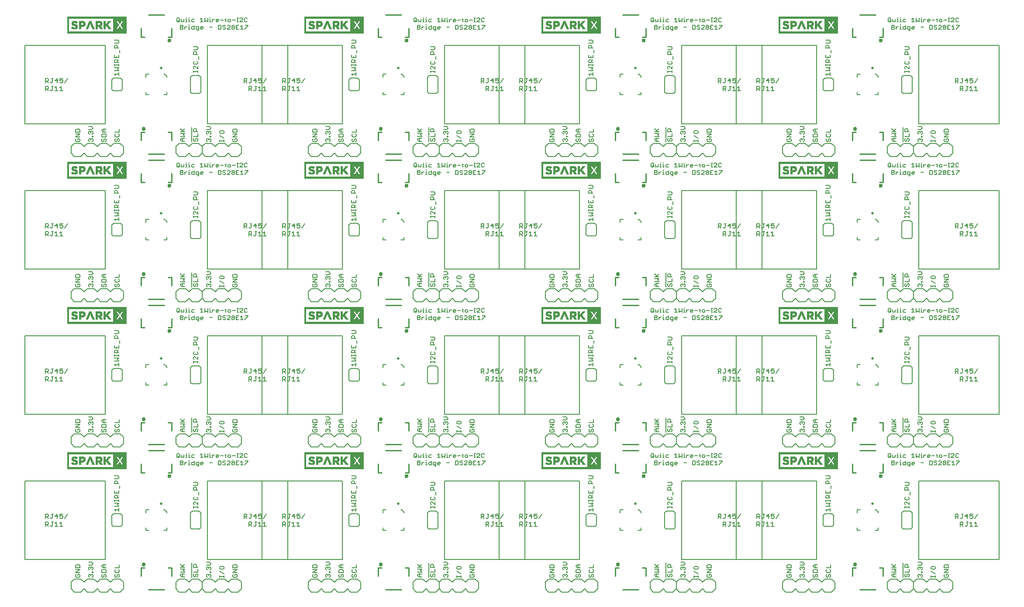
<source format=gto>
G75*
%MOIN*%
%OFA0B0*%
%FSLAX25Y25*%
%IPPOS*%
%LPD*%
%AMOC8*
5,1,8,0,0,1.08239X$1,22.5*
%
%ADD10C,0.00600*%
%ADD11C,0.01000*%
%ADD12C,0.01575*%
%ADD13C,0.00800*%
%ADD14C,0.02000*%
%ADD15C,0.00039*%
D10*
X0131630Y0081867D02*
X0132198Y0081300D01*
X0134466Y0081300D01*
X0135033Y0081867D01*
X0135033Y0083001D01*
X0134466Y0083569D01*
X0133332Y0083569D01*
X0133332Y0082434D01*
X0132198Y0083569D02*
X0131630Y0083001D01*
X0131630Y0081867D01*
X0131630Y0084983D02*
X0135033Y0087252D01*
X0131630Y0087252D01*
X0131630Y0088666D02*
X0131630Y0090368D01*
X0132198Y0090935D01*
X0134466Y0090935D01*
X0135033Y0090368D01*
X0135033Y0088666D01*
X0131630Y0088666D01*
X0131630Y0084983D02*
X0135033Y0084983D01*
X0141630Y0083001D02*
X0141630Y0081867D01*
X0142198Y0081300D01*
X0143332Y0082434D02*
X0143332Y0083001D01*
X0143899Y0083569D01*
X0144466Y0083569D01*
X0145033Y0083001D01*
X0145033Y0081867D01*
X0144466Y0081300D01*
X0143332Y0083001D02*
X0142765Y0083569D01*
X0142198Y0083569D01*
X0141630Y0083001D01*
X0144466Y0084983D02*
X0144466Y0085550D01*
X0145033Y0085550D01*
X0145033Y0084983D01*
X0144466Y0084983D01*
X0144466Y0086825D02*
X0145033Y0087392D01*
X0145033Y0088526D01*
X0144466Y0089093D01*
X0143899Y0089093D01*
X0143332Y0088526D01*
X0143332Y0087959D01*
X0143332Y0088526D02*
X0142765Y0089093D01*
X0142198Y0089093D01*
X0141630Y0088526D01*
X0141630Y0087392D01*
X0142198Y0086825D01*
X0141630Y0090508D02*
X0143899Y0090508D01*
X0145033Y0091642D01*
X0143899Y0092776D01*
X0141630Y0092776D01*
X0151630Y0089801D02*
X0152765Y0090935D01*
X0155033Y0090935D01*
X0153332Y0090935D02*
X0153332Y0088666D01*
X0152765Y0088666D02*
X0151630Y0089801D01*
X0152765Y0088666D02*
X0155033Y0088666D01*
X0154466Y0087252D02*
X0152198Y0087252D01*
X0151630Y0086685D01*
X0151630Y0084983D01*
X0155033Y0084983D01*
X0155033Y0086685D01*
X0154466Y0087252D01*
X0154466Y0083569D02*
X0155033Y0083001D01*
X0155033Y0081867D01*
X0154466Y0081300D01*
X0153332Y0081867D02*
X0153332Y0083001D01*
X0153899Y0083569D01*
X0154466Y0083569D01*
X0153332Y0081867D02*
X0152765Y0081300D01*
X0152198Y0081300D01*
X0151630Y0081867D01*
X0151630Y0083001D01*
X0152198Y0083569D01*
X0161630Y0083001D02*
X0161630Y0081867D01*
X0162198Y0081300D01*
X0162765Y0081300D01*
X0163332Y0081867D01*
X0163332Y0083001D01*
X0163899Y0083569D01*
X0164466Y0083569D01*
X0165033Y0083001D01*
X0165033Y0081867D01*
X0164466Y0081300D01*
X0162198Y0083569D02*
X0161630Y0083001D01*
X0162198Y0084983D02*
X0164466Y0084983D01*
X0165033Y0085550D01*
X0165033Y0086685D01*
X0164466Y0087252D01*
X0165033Y0088666D02*
X0161630Y0088666D01*
X0162198Y0087252D02*
X0161630Y0086685D01*
X0161630Y0085550D01*
X0162198Y0084983D01*
X0165033Y0088666D02*
X0165033Y0090935D01*
X0211630Y0091235D02*
X0213899Y0088966D01*
X0213332Y0089533D02*
X0215033Y0091235D01*
X0215033Y0088966D02*
X0211630Y0088966D01*
X0211630Y0087552D02*
X0215033Y0087552D01*
X0213899Y0086417D01*
X0215033Y0085283D01*
X0211630Y0085283D01*
X0212765Y0083869D02*
X0215033Y0083869D01*
X0213332Y0083869D02*
X0213332Y0081600D01*
X0212765Y0081600D02*
X0211630Y0082734D01*
X0212765Y0083869D01*
X0212765Y0081600D02*
X0215033Y0081600D01*
X0220433Y0081200D02*
X0220433Y0092249D01*
X0221630Y0090568D02*
X0222198Y0091135D01*
X0223332Y0091135D01*
X0223899Y0090568D01*
X0223899Y0088866D01*
X0225033Y0088866D02*
X0221630Y0088866D01*
X0221630Y0090568D01*
X0225033Y0087452D02*
X0225033Y0085183D01*
X0221630Y0085183D01*
X0222198Y0083769D02*
X0221630Y0083201D01*
X0221630Y0082067D01*
X0222198Y0081500D01*
X0222765Y0081500D01*
X0223332Y0082067D01*
X0223332Y0083201D01*
X0223899Y0083769D01*
X0224466Y0083769D01*
X0225033Y0083201D01*
X0225033Y0082067D01*
X0224466Y0081500D01*
X0231630Y0081867D02*
X0231630Y0083001D01*
X0232198Y0083569D01*
X0232765Y0083569D01*
X0233332Y0083001D01*
X0233899Y0083569D01*
X0234466Y0083569D01*
X0235033Y0083001D01*
X0235033Y0081867D01*
X0234466Y0081300D01*
X0233332Y0082434D02*
X0233332Y0083001D01*
X0232198Y0081300D02*
X0231630Y0081867D01*
X0234466Y0084983D02*
X0234466Y0085550D01*
X0235033Y0085550D01*
X0235033Y0084983D01*
X0234466Y0084983D01*
X0234466Y0086825D02*
X0235033Y0087392D01*
X0235033Y0088526D01*
X0234466Y0089093D01*
X0233899Y0089093D01*
X0233332Y0088526D01*
X0233332Y0087959D01*
X0233332Y0088526D02*
X0232765Y0089093D01*
X0232198Y0089093D01*
X0231630Y0088526D01*
X0231630Y0087392D01*
X0232198Y0086825D01*
X0231630Y0090508D02*
X0233899Y0090508D01*
X0235033Y0091642D01*
X0233899Y0092776D01*
X0231630Y0092776D01*
X0241630Y0089140D02*
X0242198Y0089707D01*
X0244466Y0089707D01*
X0245033Y0089140D01*
X0245033Y0088006D01*
X0244466Y0087439D01*
X0242198Y0087439D01*
X0241630Y0088006D01*
X0241630Y0089140D01*
X0241630Y0086024D02*
X0245033Y0083755D01*
X0245033Y0082434D02*
X0245033Y0081300D01*
X0245033Y0081867D02*
X0241630Y0081867D01*
X0241630Y0081300D02*
X0241630Y0082434D01*
X0251630Y0083001D02*
X0251630Y0081867D01*
X0252198Y0081300D01*
X0254466Y0081300D01*
X0255033Y0081867D01*
X0255033Y0083001D01*
X0254466Y0083569D01*
X0253332Y0083569D01*
X0253332Y0082434D01*
X0252198Y0083569D02*
X0251630Y0083001D01*
X0251630Y0084983D02*
X0255033Y0087252D01*
X0251630Y0087252D01*
X0251630Y0088666D02*
X0251630Y0090368D01*
X0252198Y0090935D01*
X0254466Y0090935D01*
X0255033Y0090368D01*
X0255033Y0088666D01*
X0251630Y0088666D01*
X0251630Y0084983D02*
X0255033Y0084983D01*
X0225533Y0118200D02*
X0221133Y0118200D01*
X0221050Y0118202D01*
X0220967Y0118208D01*
X0220884Y0118217D01*
X0220802Y0118231D01*
X0220721Y0118248D01*
X0220640Y0118269D01*
X0220561Y0118293D01*
X0220483Y0118322D01*
X0220406Y0118353D01*
X0220331Y0118389D01*
X0220257Y0118427D01*
X0220185Y0118470D01*
X0220116Y0118515D01*
X0220048Y0118564D01*
X0219983Y0118615D01*
X0219920Y0118670D01*
X0219860Y0118727D01*
X0219803Y0118787D01*
X0219748Y0118850D01*
X0219697Y0118915D01*
X0219648Y0118983D01*
X0219603Y0119052D01*
X0219560Y0119124D01*
X0219522Y0119198D01*
X0219486Y0119273D01*
X0219455Y0119350D01*
X0219426Y0119428D01*
X0219402Y0119507D01*
X0219381Y0119588D01*
X0219364Y0119669D01*
X0219350Y0119751D01*
X0219341Y0119834D01*
X0219335Y0119917D01*
X0219333Y0120000D01*
X0219333Y0130000D01*
X0219335Y0130083D01*
X0219341Y0130166D01*
X0219350Y0130249D01*
X0219364Y0130331D01*
X0219381Y0130412D01*
X0219402Y0130493D01*
X0219426Y0130572D01*
X0219455Y0130650D01*
X0219486Y0130727D01*
X0219522Y0130802D01*
X0219560Y0130876D01*
X0219603Y0130948D01*
X0219648Y0131017D01*
X0219697Y0131085D01*
X0219748Y0131150D01*
X0219803Y0131213D01*
X0219860Y0131273D01*
X0219920Y0131330D01*
X0219983Y0131385D01*
X0220048Y0131436D01*
X0220116Y0131485D01*
X0220185Y0131530D01*
X0220257Y0131573D01*
X0220331Y0131611D01*
X0220406Y0131647D01*
X0220483Y0131678D01*
X0220561Y0131707D01*
X0220640Y0131731D01*
X0220721Y0131752D01*
X0220802Y0131769D01*
X0220884Y0131783D01*
X0220967Y0131792D01*
X0221050Y0131798D01*
X0221133Y0131800D01*
X0225533Y0131800D01*
X0225616Y0131798D01*
X0225699Y0131792D01*
X0225782Y0131783D01*
X0225864Y0131769D01*
X0225945Y0131752D01*
X0226026Y0131731D01*
X0226105Y0131707D01*
X0226183Y0131678D01*
X0226260Y0131647D01*
X0226335Y0131611D01*
X0226409Y0131573D01*
X0226481Y0131530D01*
X0226550Y0131485D01*
X0226618Y0131436D01*
X0226683Y0131385D01*
X0226746Y0131330D01*
X0226806Y0131273D01*
X0226863Y0131213D01*
X0226918Y0131150D01*
X0226969Y0131085D01*
X0227018Y0131017D01*
X0227063Y0130948D01*
X0227106Y0130876D01*
X0227144Y0130802D01*
X0227180Y0130727D01*
X0227211Y0130650D01*
X0227240Y0130572D01*
X0227264Y0130493D01*
X0227285Y0130412D01*
X0227302Y0130331D01*
X0227316Y0130249D01*
X0227325Y0130166D01*
X0227331Y0130083D01*
X0227333Y0130000D01*
X0227333Y0120000D01*
X0227331Y0119917D01*
X0227325Y0119834D01*
X0227316Y0119751D01*
X0227302Y0119669D01*
X0227285Y0119588D01*
X0227264Y0119507D01*
X0227240Y0119428D01*
X0227211Y0119350D01*
X0227180Y0119273D01*
X0227144Y0119198D01*
X0227106Y0119124D01*
X0227063Y0119052D01*
X0227018Y0118983D01*
X0226969Y0118915D01*
X0226918Y0118850D01*
X0226863Y0118787D01*
X0226806Y0118727D01*
X0226746Y0118670D01*
X0226683Y0118615D01*
X0226618Y0118564D01*
X0226550Y0118515D01*
X0226481Y0118470D01*
X0226409Y0118427D01*
X0226335Y0118389D01*
X0226260Y0118353D01*
X0226183Y0118322D01*
X0226105Y0118293D01*
X0226026Y0118269D01*
X0225945Y0118248D01*
X0225864Y0118231D01*
X0225782Y0118217D01*
X0225699Y0118208D01*
X0225616Y0118202D01*
X0225533Y0118200D01*
X0225033Y0134300D02*
X0225033Y0135434D01*
X0225033Y0134867D02*
X0221630Y0134867D01*
X0221630Y0134300D02*
X0221630Y0135434D01*
X0222198Y0136755D02*
X0221630Y0137323D01*
X0221630Y0138457D01*
X0222198Y0139024D01*
X0222765Y0139024D01*
X0225033Y0136755D01*
X0225033Y0139024D01*
X0224466Y0140439D02*
X0222198Y0140439D01*
X0221630Y0141006D01*
X0221630Y0142140D01*
X0222198Y0142707D01*
X0224466Y0142707D02*
X0225033Y0142140D01*
X0225033Y0141006D01*
X0224466Y0140439D01*
X0225600Y0144122D02*
X0225600Y0146390D01*
X0225033Y0147805D02*
X0221630Y0147805D01*
X0221630Y0149506D01*
X0222198Y0150073D01*
X0223332Y0150073D01*
X0223899Y0149506D01*
X0223899Y0147805D01*
X0224466Y0151488D02*
X0221630Y0151488D01*
X0221630Y0153757D02*
X0224466Y0153757D01*
X0225033Y0153189D01*
X0225033Y0152055D01*
X0224466Y0151488D01*
X0224688Y0166141D02*
X0225205Y0166141D01*
X0225722Y0166658D01*
X0225722Y0169243D01*
X0224171Y0169243D01*
X0223654Y0168726D01*
X0223654Y0167692D01*
X0224171Y0167175D01*
X0225722Y0167175D01*
X0227061Y0167692D02*
X0227061Y0168726D01*
X0227578Y0169243D01*
X0228612Y0169243D01*
X0229129Y0168726D01*
X0229129Y0168209D01*
X0227061Y0168209D01*
X0227061Y0167692D02*
X0227578Y0167175D01*
X0228612Y0167175D01*
X0233875Y0168726D02*
X0235943Y0168726D01*
X0236146Y0172725D02*
X0236146Y0174793D01*
X0236146Y0173759D02*
X0237180Y0174793D01*
X0237697Y0174793D01*
X0238985Y0174276D02*
X0239502Y0174793D01*
X0240536Y0174793D01*
X0241053Y0174276D01*
X0241053Y0173759D01*
X0238985Y0173759D01*
X0238985Y0173242D02*
X0238985Y0174276D01*
X0238985Y0173242D02*
X0239502Y0172725D01*
X0240536Y0172725D01*
X0242392Y0174276D02*
X0244460Y0174276D01*
X0245799Y0174793D02*
X0246833Y0174793D01*
X0246316Y0175311D02*
X0246316Y0173242D01*
X0246833Y0172725D01*
X0248070Y0173242D02*
X0248587Y0172725D01*
X0249621Y0172725D01*
X0250138Y0173242D01*
X0250138Y0174276D01*
X0249621Y0174793D01*
X0248587Y0174793D01*
X0248070Y0174276D01*
X0248070Y0173242D01*
X0248019Y0170278D02*
X0247502Y0169761D01*
X0248019Y0170278D02*
X0249054Y0170278D01*
X0249571Y0169761D01*
X0249571Y0169243D01*
X0247502Y0167175D01*
X0249571Y0167175D01*
X0250909Y0167692D02*
X0250909Y0168209D01*
X0251426Y0168726D01*
X0252460Y0168726D01*
X0252978Y0168209D01*
X0252978Y0167692D01*
X0252460Y0167175D01*
X0251426Y0167175D01*
X0250909Y0167692D01*
X0251426Y0168726D02*
X0250909Y0169243D01*
X0250909Y0169761D01*
X0251426Y0170278D01*
X0252460Y0170278D01*
X0252978Y0169761D01*
X0252978Y0169243D01*
X0252460Y0168726D01*
X0254316Y0168726D02*
X0255350Y0168726D01*
X0254316Y0167175D02*
X0256384Y0167175D01*
X0257723Y0167175D02*
X0259791Y0167175D01*
X0258757Y0167175D02*
X0258757Y0170278D01*
X0257723Y0169243D01*
X0256384Y0170278D02*
X0254316Y0170278D01*
X0254316Y0167175D01*
X0254884Y0172725D02*
X0255918Y0172725D01*
X0255401Y0172725D02*
X0255401Y0175828D01*
X0254884Y0175828D02*
X0255918Y0175828D01*
X0257155Y0175311D02*
X0257672Y0175828D01*
X0258706Y0175828D01*
X0259224Y0175311D01*
X0259224Y0174793D01*
X0257155Y0172725D01*
X0259224Y0172725D01*
X0260562Y0173242D02*
X0261079Y0172725D01*
X0262113Y0172725D01*
X0262630Y0173242D01*
X0260562Y0173242D02*
X0260562Y0175311D01*
X0261079Y0175828D01*
X0262113Y0175828D01*
X0262630Y0175311D01*
X0263198Y0170278D02*
X0263198Y0169761D01*
X0261130Y0167692D01*
X0261130Y0167175D01*
X0261130Y0170278D02*
X0263198Y0170278D01*
X0253545Y0174276D02*
X0251477Y0174276D01*
X0246164Y0169761D02*
X0245647Y0170278D01*
X0244612Y0170278D01*
X0244095Y0169761D01*
X0244095Y0169243D01*
X0244612Y0168726D01*
X0245647Y0168726D01*
X0246164Y0168209D01*
X0246164Y0167692D01*
X0245647Y0167175D01*
X0244612Y0167175D01*
X0244095Y0167692D01*
X0242757Y0167692D02*
X0242757Y0169761D01*
X0242240Y0170278D01*
X0240688Y0170278D01*
X0240688Y0167175D01*
X0242240Y0167175D01*
X0242757Y0167692D01*
X0234909Y0172725D02*
X0233875Y0172725D01*
X0234392Y0172725D02*
X0234392Y0174793D01*
X0233875Y0174793D01*
X0234392Y0175828D02*
X0234392Y0176345D01*
X0232536Y0175828D02*
X0232536Y0172725D01*
X0231502Y0173759D01*
X0230468Y0172725D01*
X0230468Y0175828D01*
X0228095Y0175828D02*
X0228095Y0172725D01*
X0227061Y0172725D02*
X0229129Y0172725D01*
X0227061Y0174793D02*
X0228095Y0175828D01*
X0222315Y0174793D02*
X0220764Y0174793D01*
X0220247Y0174276D01*
X0220247Y0173242D01*
X0220764Y0172725D01*
X0222315Y0172725D01*
X0222315Y0170278D02*
X0222315Y0167175D01*
X0220764Y0167175D01*
X0220247Y0167692D01*
X0220247Y0168726D01*
X0220764Y0169243D01*
X0222315Y0169243D01*
X0218493Y0169243D02*
X0218493Y0167175D01*
X0217976Y0167175D02*
X0219010Y0167175D01*
X0218493Y0169243D02*
X0217976Y0169243D01*
X0218493Y0170278D02*
X0218493Y0170795D01*
X0218493Y0172725D02*
X0218493Y0174793D01*
X0217976Y0174793D01*
X0218493Y0175828D02*
X0218493Y0176345D01*
X0216222Y0176345D02*
X0216222Y0175828D01*
X0216222Y0174793D02*
X0216222Y0172725D01*
X0216739Y0172725D02*
X0215704Y0172725D01*
X0214366Y0173242D02*
X0214366Y0174793D01*
X0215704Y0174793D02*
X0216222Y0174793D01*
X0214366Y0173242D02*
X0213849Y0172725D01*
X0213332Y0173242D01*
X0212815Y0172725D01*
X0212298Y0173242D01*
X0212298Y0174793D01*
X0210959Y0175311D02*
X0210959Y0173242D01*
X0210442Y0172725D01*
X0209408Y0172725D01*
X0208891Y0173242D01*
X0208891Y0175311D01*
X0209408Y0175828D01*
X0210442Y0175828D01*
X0210959Y0175311D01*
X0209925Y0173759D02*
X0210959Y0172725D01*
X0211730Y0170278D02*
X0213281Y0170278D01*
X0213798Y0169761D01*
X0213798Y0169243D01*
X0213281Y0168726D01*
X0211730Y0168726D01*
X0211730Y0167175D02*
X0213281Y0167175D01*
X0213798Y0167692D01*
X0213798Y0168209D01*
X0213281Y0168726D01*
X0215137Y0168209D02*
X0216171Y0169243D01*
X0216688Y0169243D01*
X0215137Y0169243D02*
X0215137Y0167175D01*
X0211730Y0167175D02*
X0211730Y0170278D01*
X0217976Y0172725D02*
X0219010Y0172725D01*
X0220433Y0192200D02*
X0220433Y0203249D01*
X0221630Y0201568D02*
X0222198Y0202135D01*
X0223332Y0202135D01*
X0223899Y0201568D01*
X0223899Y0199866D01*
X0225033Y0199866D02*
X0221630Y0199866D01*
X0221630Y0201568D01*
X0225033Y0198452D02*
X0225033Y0196183D01*
X0221630Y0196183D01*
X0222198Y0194769D02*
X0221630Y0194201D01*
X0221630Y0193067D01*
X0222198Y0192500D01*
X0222765Y0192500D01*
X0223332Y0193067D01*
X0223332Y0194201D01*
X0223899Y0194769D01*
X0224466Y0194769D01*
X0225033Y0194201D01*
X0225033Y0193067D01*
X0224466Y0192500D01*
X0231630Y0192867D02*
X0231630Y0194001D01*
X0232198Y0194569D01*
X0232765Y0194569D01*
X0233332Y0194001D01*
X0233899Y0194569D01*
X0234466Y0194569D01*
X0235033Y0194001D01*
X0235033Y0192867D01*
X0234466Y0192300D01*
X0233332Y0193434D02*
X0233332Y0194001D01*
X0232198Y0192300D02*
X0231630Y0192867D01*
X0234466Y0195983D02*
X0234466Y0196550D01*
X0235033Y0196550D01*
X0235033Y0195983D01*
X0234466Y0195983D01*
X0234466Y0197825D02*
X0235033Y0198392D01*
X0235033Y0199526D01*
X0234466Y0200093D01*
X0233899Y0200093D01*
X0233332Y0199526D01*
X0233332Y0198959D01*
X0233332Y0199526D02*
X0232765Y0200093D01*
X0232198Y0200093D01*
X0231630Y0199526D01*
X0231630Y0198392D01*
X0232198Y0197825D01*
X0231630Y0201508D02*
X0233899Y0201508D01*
X0235033Y0202642D01*
X0233899Y0203776D01*
X0231630Y0203776D01*
X0241630Y0200140D02*
X0242198Y0200707D01*
X0244466Y0200707D01*
X0245033Y0200140D01*
X0245033Y0199006D01*
X0244466Y0198439D01*
X0242198Y0198439D01*
X0241630Y0199006D01*
X0241630Y0200140D01*
X0241630Y0197024D02*
X0245033Y0194755D01*
X0245033Y0193434D02*
X0245033Y0192300D01*
X0245033Y0192867D02*
X0241630Y0192867D01*
X0241630Y0192300D02*
X0241630Y0193434D01*
X0251630Y0192867D02*
X0252198Y0192300D01*
X0254466Y0192300D01*
X0255033Y0192867D01*
X0255033Y0194001D01*
X0254466Y0194569D01*
X0253332Y0194569D01*
X0253332Y0193434D01*
X0252198Y0194569D02*
X0251630Y0194001D01*
X0251630Y0192867D01*
X0251630Y0195983D02*
X0255033Y0198252D01*
X0251630Y0198252D01*
X0251630Y0199666D02*
X0251630Y0201368D01*
X0252198Y0201935D01*
X0254466Y0201935D01*
X0255033Y0201368D01*
X0255033Y0199666D01*
X0251630Y0199666D01*
X0251630Y0195983D02*
X0255033Y0195983D01*
X0215033Y0196283D02*
X0213899Y0197417D01*
X0215033Y0198552D01*
X0211630Y0198552D01*
X0211630Y0199966D02*
X0215033Y0199966D01*
X0213899Y0199966D02*
X0211630Y0202235D01*
X0213332Y0200533D02*
X0215033Y0202235D01*
X0215033Y0196283D02*
X0211630Y0196283D01*
X0212765Y0194869D02*
X0215033Y0194869D01*
X0213332Y0194869D02*
X0213332Y0192600D01*
X0212765Y0192600D02*
X0211630Y0193734D01*
X0212765Y0194869D01*
X0212765Y0192600D02*
X0215033Y0192600D01*
X0165033Y0192867D02*
X0164466Y0192300D01*
X0165033Y0192867D02*
X0165033Y0194001D01*
X0164466Y0194569D01*
X0163899Y0194569D01*
X0163332Y0194001D01*
X0163332Y0192867D01*
X0162765Y0192300D01*
X0162198Y0192300D01*
X0161630Y0192867D01*
X0161630Y0194001D01*
X0162198Y0194569D01*
X0162198Y0195983D02*
X0164466Y0195983D01*
X0165033Y0196550D01*
X0165033Y0197685D01*
X0164466Y0198252D01*
X0165033Y0199666D02*
X0165033Y0201935D01*
X0165033Y0199666D02*
X0161630Y0199666D01*
X0162198Y0198252D02*
X0161630Y0197685D01*
X0161630Y0196550D01*
X0162198Y0195983D01*
X0155033Y0195983D02*
X0155033Y0197685D01*
X0154466Y0198252D01*
X0152198Y0198252D01*
X0151630Y0197685D01*
X0151630Y0195983D01*
X0155033Y0195983D01*
X0154466Y0194569D02*
X0155033Y0194001D01*
X0155033Y0192867D01*
X0154466Y0192300D01*
X0153332Y0192867D02*
X0153332Y0194001D01*
X0153899Y0194569D01*
X0154466Y0194569D01*
X0153332Y0192867D02*
X0152765Y0192300D01*
X0152198Y0192300D01*
X0151630Y0192867D01*
X0151630Y0194001D01*
X0152198Y0194569D01*
X0152765Y0199666D02*
X0151630Y0200801D01*
X0152765Y0201935D01*
X0155033Y0201935D01*
X0153332Y0201935D02*
X0153332Y0199666D01*
X0152765Y0199666D02*
X0155033Y0199666D01*
X0145033Y0199526D02*
X0145033Y0198392D01*
X0144466Y0197825D01*
X0144466Y0196550D02*
X0145033Y0196550D01*
X0145033Y0195983D01*
X0144466Y0195983D01*
X0144466Y0196550D01*
X0144466Y0194569D02*
X0145033Y0194001D01*
X0145033Y0192867D01*
X0144466Y0192300D01*
X0143332Y0193434D02*
X0143332Y0194001D01*
X0143899Y0194569D01*
X0144466Y0194569D01*
X0143332Y0194001D02*
X0142765Y0194569D01*
X0142198Y0194569D01*
X0141630Y0194001D01*
X0141630Y0192867D01*
X0142198Y0192300D01*
X0142198Y0197825D02*
X0141630Y0198392D01*
X0141630Y0199526D01*
X0142198Y0200093D01*
X0142765Y0200093D01*
X0143332Y0199526D01*
X0143899Y0200093D01*
X0144466Y0200093D01*
X0145033Y0199526D01*
X0143332Y0199526D02*
X0143332Y0198959D01*
X0143899Y0201508D02*
X0145033Y0202642D01*
X0143899Y0203776D01*
X0141630Y0203776D01*
X0141630Y0201508D02*
X0143899Y0201508D01*
X0135033Y0201368D02*
X0135033Y0199666D01*
X0131630Y0199666D01*
X0131630Y0201368D01*
X0132198Y0201935D01*
X0134466Y0201935D01*
X0135033Y0201368D01*
X0135033Y0198252D02*
X0131630Y0198252D01*
X0131630Y0195983D02*
X0135033Y0198252D01*
X0135033Y0195983D02*
X0131630Y0195983D01*
X0132198Y0194569D02*
X0131630Y0194001D01*
X0131630Y0192867D01*
X0132198Y0192300D01*
X0134466Y0192300D01*
X0135033Y0192867D01*
X0135033Y0194001D01*
X0134466Y0194569D01*
X0133332Y0194569D01*
X0133332Y0193434D01*
X0121951Y0231300D02*
X0119683Y0231300D01*
X0120817Y0231300D02*
X0120817Y0234703D01*
X0119683Y0233569D01*
X0118268Y0231300D02*
X0116000Y0231300D01*
X0117134Y0231300D02*
X0117134Y0234703D01*
X0116000Y0233569D01*
X0114585Y0234703D02*
X0113451Y0234703D01*
X0114018Y0234703D02*
X0114018Y0231867D01*
X0113451Y0231300D01*
X0112884Y0231300D01*
X0112316Y0231867D01*
X0110902Y0231300D02*
X0109768Y0232434D01*
X0110335Y0232434D02*
X0108633Y0232434D01*
X0108633Y0231300D02*
X0108633Y0234703D01*
X0110335Y0234703D01*
X0110902Y0234136D01*
X0110902Y0233001D01*
X0110335Y0232434D01*
X0110902Y0237300D02*
X0109768Y0238434D01*
X0110335Y0238434D02*
X0108633Y0238434D01*
X0108633Y0237300D02*
X0108633Y0240703D01*
X0110335Y0240703D01*
X0110902Y0240136D01*
X0110902Y0239001D01*
X0110335Y0238434D01*
X0112316Y0237867D02*
X0112884Y0237300D01*
X0113451Y0237300D01*
X0114018Y0237867D01*
X0114018Y0240703D01*
X0113451Y0240703D02*
X0114585Y0240703D01*
X0116000Y0239001D02*
X0118268Y0239001D01*
X0119683Y0239001D02*
X0120817Y0239569D01*
X0121384Y0239569D01*
X0121951Y0239001D01*
X0121951Y0237867D01*
X0121384Y0237300D01*
X0120250Y0237300D01*
X0119683Y0237867D01*
X0119683Y0239001D02*
X0119683Y0240703D01*
X0121951Y0240703D01*
X0125635Y0240703D02*
X0123366Y0237300D01*
X0117701Y0237300D02*
X0117701Y0240703D01*
X0116000Y0239001D01*
X0159333Y0239000D02*
X0159333Y0233000D01*
X0159335Y0232917D01*
X0159341Y0232834D01*
X0159350Y0232751D01*
X0159364Y0232669D01*
X0159381Y0232588D01*
X0159402Y0232507D01*
X0159426Y0232428D01*
X0159455Y0232350D01*
X0159486Y0232273D01*
X0159522Y0232198D01*
X0159560Y0232124D01*
X0159603Y0232052D01*
X0159648Y0231983D01*
X0159697Y0231915D01*
X0159748Y0231850D01*
X0159803Y0231787D01*
X0159860Y0231727D01*
X0159920Y0231670D01*
X0159983Y0231615D01*
X0160048Y0231564D01*
X0160116Y0231515D01*
X0160185Y0231470D01*
X0160257Y0231427D01*
X0160331Y0231389D01*
X0160406Y0231353D01*
X0160483Y0231322D01*
X0160561Y0231293D01*
X0160640Y0231269D01*
X0160721Y0231248D01*
X0160802Y0231231D01*
X0160884Y0231217D01*
X0160967Y0231208D01*
X0161050Y0231202D01*
X0161133Y0231200D01*
X0165533Y0231200D01*
X0165616Y0231202D01*
X0165699Y0231208D01*
X0165782Y0231217D01*
X0165864Y0231231D01*
X0165945Y0231248D01*
X0166026Y0231269D01*
X0166105Y0231293D01*
X0166183Y0231322D01*
X0166260Y0231353D01*
X0166335Y0231389D01*
X0166409Y0231427D01*
X0166481Y0231470D01*
X0166550Y0231515D01*
X0166618Y0231564D01*
X0166683Y0231615D01*
X0166746Y0231670D01*
X0166806Y0231727D01*
X0166863Y0231787D01*
X0166918Y0231850D01*
X0166969Y0231915D01*
X0167018Y0231983D01*
X0167063Y0232052D01*
X0167106Y0232124D01*
X0167144Y0232198D01*
X0167180Y0232273D01*
X0167211Y0232350D01*
X0167240Y0232428D01*
X0167264Y0232507D01*
X0167285Y0232588D01*
X0167302Y0232669D01*
X0167316Y0232751D01*
X0167325Y0232834D01*
X0167331Y0232917D01*
X0167333Y0233000D01*
X0167333Y0239000D01*
X0167331Y0239083D01*
X0167325Y0239166D01*
X0167316Y0239249D01*
X0167302Y0239331D01*
X0167285Y0239412D01*
X0167264Y0239493D01*
X0167240Y0239572D01*
X0167211Y0239650D01*
X0167180Y0239727D01*
X0167144Y0239802D01*
X0167106Y0239876D01*
X0167063Y0239948D01*
X0167018Y0240017D01*
X0166969Y0240085D01*
X0166918Y0240150D01*
X0166863Y0240213D01*
X0166806Y0240273D01*
X0166746Y0240330D01*
X0166683Y0240385D01*
X0166618Y0240436D01*
X0166550Y0240485D01*
X0166481Y0240530D01*
X0166409Y0240573D01*
X0166335Y0240611D01*
X0166260Y0240647D01*
X0166183Y0240678D01*
X0166105Y0240707D01*
X0166026Y0240731D01*
X0165945Y0240752D01*
X0165864Y0240769D01*
X0165782Y0240783D01*
X0165699Y0240792D01*
X0165616Y0240798D01*
X0165533Y0240800D01*
X0161133Y0240800D01*
X0161050Y0240798D01*
X0160967Y0240792D01*
X0160884Y0240783D01*
X0160802Y0240769D01*
X0160721Y0240752D01*
X0160640Y0240731D01*
X0160561Y0240707D01*
X0160483Y0240678D01*
X0160406Y0240647D01*
X0160331Y0240611D01*
X0160257Y0240573D01*
X0160185Y0240530D01*
X0160116Y0240485D01*
X0160048Y0240436D01*
X0159983Y0240385D01*
X0159920Y0240330D01*
X0159860Y0240273D01*
X0159803Y0240213D01*
X0159748Y0240150D01*
X0159697Y0240085D01*
X0159648Y0240017D01*
X0159603Y0239948D01*
X0159560Y0239876D01*
X0159522Y0239802D01*
X0159486Y0239727D01*
X0159455Y0239650D01*
X0159426Y0239572D01*
X0159402Y0239493D01*
X0159381Y0239412D01*
X0159364Y0239331D01*
X0159350Y0239249D01*
X0159341Y0239166D01*
X0159335Y0239083D01*
X0159333Y0239000D01*
X0162465Y0242900D02*
X0161330Y0244034D01*
X0164733Y0244034D01*
X0164733Y0242900D02*
X0164733Y0245169D01*
X0164733Y0246583D02*
X0163599Y0247717D01*
X0164733Y0248852D01*
X0161330Y0248852D01*
X0161330Y0250266D02*
X0161330Y0251401D01*
X0161330Y0250833D02*
X0164733Y0250833D01*
X0164733Y0250266D02*
X0164733Y0251401D01*
X0164733Y0252722D02*
X0161330Y0252722D01*
X0161330Y0254423D01*
X0161898Y0254990D01*
X0163032Y0254990D01*
X0163599Y0254423D01*
X0163599Y0252722D01*
X0163599Y0253856D02*
X0164733Y0254990D01*
X0164733Y0256405D02*
X0164733Y0258673D01*
X0165300Y0260088D02*
X0165300Y0262357D01*
X0164733Y0263771D02*
X0161330Y0263771D01*
X0161330Y0265473D01*
X0161898Y0266040D01*
X0163032Y0266040D01*
X0163599Y0265473D01*
X0163599Y0263771D01*
X0164166Y0267454D02*
X0164733Y0268021D01*
X0164733Y0269156D01*
X0164166Y0269723D01*
X0161330Y0269723D01*
X0161330Y0267454D02*
X0164166Y0267454D01*
X0161330Y0258673D02*
X0161330Y0256405D01*
X0164733Y0256405D01*
X0163032Y0256405D02*
X0163032Y0257539D01*
X0161330Y0246583D02*
X0164733Y0246583D01*
X0219333Y0241000D02*
X0219333Y0231000D01*
X0219335Y0230917D01*
X0219341Y0230834D01*
X0219350Y0230751D01*
X0219364Y0230669D01*
X0219381Y0230588D01*
X0219402Y0230507D01*
X0219426Y0230428D01*
X0219455Y0230350D01*
X0219486Y0230273D01*
X0219522Y0230198D01*
X0219560Y0230124D01*
X0219603Y0230052D01*
X0219648Y0229983D01*
X0219697Y0229915D01*
X0219748Y0229850D01*
X0219803Y0229787D01*
X0219860Y0229727D01*
X0219920Y0229670D01*
X0219983Y0229615D01*
X0220048Y0229564D01*
X0220116Y0229515D01*
X0220185Y0229470D01*
X0220257Y0229427D01*
X0220331Y0229389D01*
X0220406Y0229353D01*
X0220483Y0229322D01*
X0220561Y0229293D01*
X0220640Y0229269D01*
X0220721Y0229248D01*
X0220802Y0229231D01*
X0220884Y0229217D01*
X0220967Y0229208D01*
X0221050Y0229202D01*
X0221133Y0229200D01*
X0225533Y0229200D01*
X0225616Y0229202D01*
X0225699Y0229208D01*
X0225782Y0229217D01*
X0225864Y0229231D01*
X0225945Y0229248D01*
X0226026Y0229269D01*
X0226105Y0229293D01*
X0226183Y0229322D01*
X0226260Y0229353D01*
X0226335Y0229389D01*
X0226409Y0229427D01*
X0226481Y0229470D01*
X0226550Y0229515D01*
X0226618Y0229564D01*
X0226683Y0229615D01*
X0226746Y0229670D01*
X0226806Y0229727D01*
X0226863Y0229787D01*
X0226918Y0229850D01*
X0226969Y0229915D01*
X0227018Y0229983D01*
X0227063Y0230052D01*
X0227106Y0230124D01*
X0227144Y0230198D01*
X0227180Y0230273D01*
X0227211Y0230350D01*
X0227240Y0230428D01*
X0227264Y0230507D01*
X0227285Y0230588D01*
X0227302Y0230669D01*
X0227316Y0230751D01*
X0227325Y0230834D01*
X0227331Y0230917D01*
X0227333Y0231000D01*
X0227333Y0241000D01*
X0227331Y0241083D01*
X0227325Y0241166D01*
X0227316Y0241249D01*
X0227302Y0241331D01*
X0227285Y0241412D01*
X0227264Y0241493D01*
X0227240Y0241572D01*
X0227211Y0241650D01*
X0227180Y0241727D01*
X0227144Y0241802D01*
X0227106Y0241876D01*
X0227063Y0241948D01*
X0227018Y0242017D01*
X0226969Y0242085D01*
X0226918Y0242150D01*
X0226863Y0242213D01*
X0226806Y0242273D01*
X0226746Y0242330D01*
X0226683Y0242385D01*
X0226618Y0242436D01*
X0226550Y0242485D01*
X0226481Y0242530D01*
X0226409Y0242573D01*
X0226335Y0242611D01*
X0226260Y0242647D01*
X0226183Y0242678D01*
X0226105Y0242707D01*
X0226026Y0242731D01*
X0225945Y0242752D01*
X0225864Y0242769D01*
X0225782Y0242783D01*
X0225699Y0242792D01*
X0225616Y0242798D01*
X0225533Y0242800D01*
X0221133Y0242800D01*
X0221050Y0242798D01*
X0220967Y0242792D01*
X0220884Y0242783D01*
X0220802Y0242769D01*
X0220721Y0242752D01*
X0220640Y0242731D01*
X0220561Y0242707D01*
X0220483Y0242678D01*
X0220406Y0242647D01*
X0220331Y0242611D01*
X0220257Y0242573D01*
X0220185Y0242530D01*
X0220116Y0242485D01*
X0220048Y0242436D01*
X0219983Y0242385D01*
X0219920Y0242330D01*
X0219860Y0242273D01*
X0219803Y0242213D01*
X0219748Y0242150D01*
X0219697Y0242085D01*
X0219648Y0242017D01*
X0219603Y0241948D01*
X0219560Y0241876D01*
X0219522Y0241802D01*
X0219486Y0241727D01*
X0219455Y0241650D01*
X0219426Y0241572D01*
X0219402Y0241493D01*
X0219381Y0241412D01*
X0219364Y0241331D01*
X0219350Y0241249D01*
X0219341Y0241166D01*
X0219335Y0241083D01*
X0219333Y0241000D01*
X0221630Y0245300D02*
X0221630Y0246434D01*
X0221630Y0245867D02*
X0225033Y0245867D01*
X0225033Y0245300D02*
X0225033Y0246434D01*
X0225033Y0247755D02*
X0222765Y0250024D01*
X0222198Y0250024D01*
X0221630Y0249457D01*
X0221630Y0248323D01*
X0222198Y0247755D01*
X0225033Y0247755D02*
X0225033Y0250024D01*
X0224466Y0251439D02*
X0225033Y0252006D01*
X0225033Y0253140D01*
X0224466Y0253707D01*
X0225600Y0255122D02*
X0225600Y0257390D01*
X0225033Y0258805D02*
X0221630Y0258805D01*
X0221630Y0260506D01*
X0222198Y0261073D01*
X0223332Y0261073D01*
X0223899Y0260506D01*
X0223899Y0258805D01*
X0224466Y0262488D02*
X0225033Y0263055D01*
X0225033Y0264189D01*
X0224466Y0264757D01*
X0221630Y0264757D01*
X0221630Y0262488D02*
X0224466Y0262488D01*
X0222198Y0253707D02*
X0221630Y0253140D01*
X0221630Y0252006D01*
X0222198Y0251439D01*
X0224466Y0251439D01*
X0260218Y0240703D02*
X0261919Y0240703D01*
X0262486Y0240136D01*
X0262486Y0239001D01*
X0261919Y0238434D01*
X0260218Y0238434D01*
X0261352Y0238434D02*
X0262486Y0237300D01*
X0263901Y0237867D02*
X0264468Y0237300D01*
X0265035Y0237300D01*
X0265602Y0237867D01*
X0265602Y0240703D01*
X0265035Y0240703D02*
X0266169Y0240703D01*
X0267584Y0239001D02*
X0269852Y0239001D01*
X0271267Y0239001D02*
X0272401Y0239569D01*
X0272968Y0239569D01*
X0273536Y0239001D01*
X0273536Y0237867D01*
X0272968Y0237300D01*
X0271834Y0237300D01*
X0271267Y0237867D01*
X0271267Y0239001D02*
X0271267Y0240703D01*
X0273536Y0240703D01*
X0277219Y0240703D02*
X0274950Y0237300D01*
X0276084Y0234703D02*
X0274950Y0233569D01*
X0276084Y0234703D02*
X0276084Y0231300D01*
X0274950Y0231300D02*
X0277219Y0231300D01*
X0273536Y0231300D02*
X0271267Y0231300D01*
X0272401Y0231300D02*
X0272401Y0234703D01*
X0271267Y0233569D01*
X0269852Y0234703D02*
X0268718Y0234703D01*
X0269285Y0234703D02*
X0269285Y0231867D01*
X0268718Y0231300D01*
X0268151Y0231300D01*
X0267584Y0231867D01*
X0266169Y0231300D02*
X0265035Y0232434D01*
X0265602Y0232434D02*
X0263901Y0232434D01*
X0263901Y0231300D02*
X0263901Y0234703D01*
X0265602Y0234703D01*
X0266169Y0234136D01*
X0266169Y0233001D01*
X0265602Y0232434D01*
X0269285Y0237300D02*
X0269285Y0240703D01*
X0267584Y0239001D01*
X0260218Y0237300D02*
X0260218Y0240703D01*
X0289633Y0240703D02*
X0291335Y0240703D01*
X0291902Y0240136D01*
X0291902Y0239001D01*
X0291335Y0238434D01*
X0289633Y0238434D01*
X0289633Y0237300D02*
X0289633Y0240703D01*
X0290768Y0238434D02*
X0291902Y0237300D01*
X0293316Y0237867D02*
X0293884Y0237300D01*
X0294451Y0237300D01*
X0295018Y0237867D01*
X0295018Y0240703D01*
X0294451Y0240703D02*
X0295585Y0240703D01*
X0297000Y0239001D02*
X0299268Y0239001D01*
X0300683Y0239001D02*
X0301817Y0239569D01*
X0302384Y0239569D01*
X0302951Y0239001D01*
X0302951Y0237867D01*
X0302384Y0237300D01*
X0301250Y0237300D01*
X0300683Y0237867D01*
X0300683Y0239001D02*
X0300683Y0240703D01*
X0302951Y0240703D01*
X0306635Y0240703D02*
X0304366Y0237300D01*
X0301817Y0234703D02*
X0300683Y0233569D01*
X0301817Y0234703D02*
X0301817Y0231300D01*
X0300683Y0231300D02*
X0302951Y0231300D01*
X0299268Y0231300D02*
X0297000Y0231300D01*
X0298134Y0231300D02*
X0298134Y0234703D01*
X0297000Y0233569D01*
X0295585Y0234703D02*
X0294451Y0234703D01*
X0295018Y0234703D02*
X0295018Y0231867D01*
X0294451Y0231300D01*
X0293884Y0231300D01*
X0293316Y0231867D01*
X0291902Y0231300D02*
X0290768Y0232434D01*
X0291335Y0232434D02*
X0289633Y0232434D01*
X0289633Y0231300D02*
X0289633Y0234703D01*
X0291335Y0234703D01*
X0291902Y0234136D01*
X0291902Y0233001D01*
X0291335Y0232434D01*
X0297000Y0239001D02*
X0298701Y0240703D01*
X0298701Y0237300D01*
X0340333Y0239000D02*
X0340333Y0233000D01*
X0340335Y0232917D01*
X0340341Y0232834D01*
X0340350Y0232751D01*
X0340364Y0232669D01*
X0340381Y0232588D01*
X0340402Y0232507D01*
X0340426Y0232428D01*
X0340455Y0232350D01*
X0340486Y0232273D01*
X0340522Y0232198D01*
X0340560Y0232124D01*
X0340603Y0232052D01*
X0340648Y0231983D01*
X0340697Y0231915D01*
X0340748Y0231850D01*
X0340803Y0231787D01*
X0340860Y0231727D01*
X0340920Y0231670D01*
X0340983Y0231615D01*
X0341048Y0231564D01*
X0341116Y0231515D01*
X0341185Y0231470D01*
X0341257Y0231427D01*
X0341331Y0231389D01*
X0341406Y0231353D01*
X0341483Y0231322D01*
X0341561Y0231293D01*
X0341640Y0231269D01*
X0341721Y0231248D01*
X0341802Y0231231D01*
X0341884Y0231217D01*
X0341967Y0231208D01*
X0342050Y0231202D01*
X0342133Y0231200D01*
X0346533Y0231200D01*
X0346616Y0231202D01*
X0346699Y0231208D01*
X0346782Y0231217D01*
X0346864Y0231231D01*
X0346945Y0231248D01*
X0347026Y0231269D01*
X0347105Y0231293D01*
X0347183Y0231322D01*
X0347260Y0231353D01*
X0347335Y0231389D01*
X0347409Y0231427D01*
X0347481Y0231470D01*
X0347550Y0231515D01*
X0347618Y0231564D01*
X0347683Y0231615D01*
X0347746Y0231670D01*
X0347806Y0231727D01*
X0347863Y0231787D01*
X0347918Y0231850D01*
X0347969Y0231915D01*
X0348018Y0231983D01*
X0348063Y0232052D01*
X0348106Y0232124D01*
X0348144Y0232198D01*
X0348180Y0232273D01*
X0348211Y0232350D01*
X0348240Y0232428D01*
X0348264Y0232507D01*
X0348285Y0232588D01*
X0348302Y0232669D01*
X0348316Y0232751D01*
X0348325Y0232834D01*
X0348331Y0232917D01*
X0348333Y0233000D01*
X0348333Y0239000D01*
X0348331Y0239083D01*
X0348325Y0239166D01*
X0348316Y0239249D01*
X0348302Y0239331D01*
X0348285Y0239412D01*
X0348264Y0239493D01*
X0348240Y0239572D01*
X0348211Y0239650D01*
X0348180Y0239727D01*
X0348144Y0239802D01*
X0348106Y0239876D01*
X0348063Y0239948D01*
X0348018Y0240017D01*
X0347969Y0240085D01*
X0347918Y0240150D01*
X0347863Y0240213D01*
X0347806Y0240273D01*
X0347746Y0240330D01*
X0347683Y0240385D01*
X0347618Y0240436D01*
X0347550Y0240485D01*
X0347481Y0240530D01*
X0347409Y0240573D01*
X0347335Y0240611D01*
X0347260Y0240647D01*
X0347183Y0240678D01*
X0347105Y0240707D01*
X0347026Y0240731D01*
X0346945Y0240752D01*
X0346864Y0240769D01*
X0346782Y0240783D01*
X0346699Y0240792D01*
X0346616Y0240798D01*
X0346533Y0240800D01*
X0342133Y0240800D01*
X0342050Y0240798D01*
X0341967Y0240792D01*
X0341884Y0240783D01*
X0341802Y0240769D01*
X0341721Y0240752D01*
X0341640Y0240731D01*
X0341561Y0240707D01*
X0341483Y0240678D01*
X0341406Y0240647D01*
X0341331Y0240611D01*
X0341257Y0240573D01*
X0341185Y0240530D01*
X0341116Y0240485D01*
X0341048Y0240436D01*
X0340983Y0240385D01*
X0340920Y0240330D01*
X0340860Y0240273D01*
X0340803Y0240213D01*
X0340748Y0240150D01*
X0340697Y0240085D01*
X0340648Y0240017D01*
X0340603Y0239948D01*
X0340560Y0239876D01*
X0340522Y0239802D01*
X0340486Y0239727D01*
X0340455Y0239650D01*
X0340426Y0239572D01*
X0340402Y0239493D01*
X0340381Y0239412D01*
X0340364Y0239331D01*
X0340350Y0239249D01*
X0340341Y0239166D01*
X0340335Y0239083D01*
X0340333Y0239000D01*
X0343465Y0242900D02*
X0342330Y0244034D01*
X0345733Y0244034D01*
X0345733Y0242900D02*
X0345733Y0245169D01*
X0345733Y0246583D02*
X0344599Y0247717D01*
X0345733Y0248852D01*
X0342330Y0248852D01*
X0342330Y0250266D02*
X0342330Y0251401D01*
X0342330Y0250833D02*
X0345733Y0250833D01*
X0345733Y0250266D02*
X0345733Y0251401D01*
X0345733Y0252722D02*
X0342330Y0252722D01*
X0342330Y0254423D01*
X0342898Y0254990D01*
X0344032Y0254990D01*
X0344599Y0254423D01*
X0344599Y0252722D01*
X0344599Y0253856D02*
X0345733Y0254990D01*
X0345733Y0256405D02*
X0345733Y0258673D01*
X0346300Y0260088D02*
X0346300Y0262357D01*
X0345733Y0263771D02*
X0342330Y0263771D01*
X0342330Y0265473D01*
X0342898Y0266040D01*
X0344032Y0266040D01*
X0344599Y0265473D01*
X0344599Y0263771D01*
X0345166Y0267454D02*
X0345733Y0268021D01*
X0345733Y0269156D01*
X0345166Y0269723D01*
X0342330Y0269723D01*
X0342330Y0267454D02*
X0345166Y0267454D01*
X0342330Y0258673D02*
X0342330Y0256405D01*
X0345733Y0256405D01*
X0344032Y0256405D02*
X0344032Y0257539D01*
X0342330Y0246583D02*
X0345733Y0246583D01*
X0400333Y0241000D02*
X0400333Y0231000D01*
X0400335Y0230917D01*
X0400341Y0230834D01*
X0400350Y0230751D01*
X0400364Y0230669D01*
X0400381Y0230588D01*
X0400402Y0230507D01*
X0400426Y0230428D01*
X0400455Y0230350D01*
X0400486Y0230273D01*
X0400522Y0230198D01*
X0400560Y0230124D01*
X0400603Y0230052D01*
X0400648Y0229983D01*
X0400697Y0229915D01*
X0400748Y0229850D01*
X0400803Y0229787D01*
X0400860Y0229727D01*
X0400920Y0229670D01*
X0400983Y0229615D01*
X0401048Y0229564D01*
X0401116Y0229515D01*
X0401185Y0229470D01*
X0401257Y0229427D01*
X0401331Y0229389D01*
X0401406Y0229353D01*
X0401483Y0229322D01*
X0401561Y0229293D01*
X0401640Y0229269D01*
X0401721Y0229248D01*
X0401802Y0229231D01*
X0401884Y0229217D01*
X0401967Y0229208D01*
X0402050Y0229202D01*
X0402133Y0229200D01*
X0406533Y0229200D01*
X0406616Y0229202D01*
X0406699Y0229208D01*
X0406782Y0229217D01*
X0406864Y0229231D01*
X0406945Y0229248D01*
X0407026Y0229269D01*
X0407105Y0229293D01*
X0407183Y0229322D01*
X0407260Y0229353D01*
X0407335Y0229389D01*
X0407409Y0229427D01*
X0407481Y0229470D01*
X0407550Y0229515D01*
X0407618Y0229564D01*
X0407683Y0229615D01*
X0407746Y0229670D01*
X0407806Y0229727D01*
X0407863Y0229787D01*
X0407918Y0229850D01*
X0407969Y0229915D01*
X0408018Y0229983D01*
X0408063Y0230052D01*
X0408106Y0230124D01*
X0408144Y0230198D01*
X0408180Y0230273D01*
X0408211Y0230350D01*
X0408240Y0230428D01*
X0408264Y0230507D01*
X0408285Y0230588D01*
X0408302Y0230669D01*
X0408316Y0230751D01*
X0408325Y0230834D01*
X0408331Y0230917D01*
X0408333Y0231000D01*
X0408333Y0241000D01*
X0408331Y0241083D01*
X0408325Y0241166D01*
X0408316Y0241249D01*
X0408302Y0241331D01*
X0408285Y0241412D01*
X0408264Y0241493D01*
X0408240Y0241572D01*
X0408211Y0241650D01*
X0408180Y0241727D01*
X0408144Y0241802D01*
X0408106Y0241876D01*
X0408063Y0241948D01*
X0408018Y0242017D01*
X0407969Y0242085D01*
X0407918Y0242150D01*
X0407863Y0242213D01*
X0407806Y0242273D01*
X0407746Y0242330D01*
X0407683Y0242385D01*
X0407618Y0242436D01*
X0407550Y0242485D01*
X0407481Y0242530D01*
X0407409Y0242573D01*
X0407335Y0242611D01*
X0407260Y0242647D01*
X0407183Y0242678D01*
X0407105Y0242707D01*
X0407026Y0242731D01*
X0406945Y0242752D01*
X0406864Y0242769D01*
X0406782Y0242783D01*
X0406699Y0242792D01*
X0406616Y0242798D01*
X0406533Y0242800D01*
X0402133Y0242800D01*
X0402050Y0242798D01*
X0401967Y0242792D01*
X0401884Y0242783D01*
X0401802Y0242769D01*
X0401721Y0242752D01*
X0401640Y0242731D01*
X0401561Y0242707D01*
X0401483Y0242678D01*
X0401406Y0242647D01*
X0401331Y0242611D01*
X0401257Y0242573D01*
X0401185Y0242530D01*
X0401116Y0242485D01*
X0401048Y0242436D01*
X0400983Y0242385D01*
X0400920Y0242330D01*
X0400860Y0242273D01*
X0400803Y0242213D01*
X0400748Y0242150D01*
X0400697Y0242085D01*
X0400648Y0242017D01*
X0400603Y0241948D01*
X0400560Y0241876D01*
X0400522Y0241802D01*
X0400486Y0241727D01*
X0400455Y0241650D01*
X0400426Y0241572D01*
X0400402Y0241493D01*
X0400381Y0241412D01*
X0400364Y0241331D01*
X0400350Y0241249D01*
X0400341Y0241166D01*
X0400335Y0241083D01*
X0400333Y0241000D01*
X0402630Y0245300D02*
X0402630Y0246434D01*
X0402630Y0245867D02*
X0406033Y0245867D01*
X0406033Y0245300D02*
X0406033Y0246434D01*
X0406033Y0247755D02*
X0403765Y0250024D01*
X0403198Y0250024D01*
X0402630Y0249457D01*
X0402630Y0248323D01*
X0403198Y0247755D01*
X0406033Y0247755D02*
X0406033Y0250024D01*
X0405466Y0251439D02*
X0406033Y0252006D01*
X0406033Y0253140D01*
X0405466Y0253707D01*
X0406600Y0255122D02*
X0406600Y0257390D01*
X0406033Y0258805D02*
X0402630Y0258805D01*
X0402630Y0260506D01*
X0403198Y0261073D01*
X0404332Y0261073D01*
X0404899Y0260506D01*
X0404899Y0258805D01*
X0405466Y0262488D02*
X0406033Y0263055D01*
X0406033Y0264189D01*
X0405466Y0264757D01*
X0402630Y0264757D01*
X0402630Y0262488D02*
X0405466Y0262488D01*
X0403198Y0253707D02*
X0402630Y0253140D01*
X0402630Y0252006D01*
X0403198Y0251439D01*
X0405466Y0251439D01*
X0441218Y0240703D02*
X0442919Y0240703D01*
X0443486Y0240136D01*
X0443486Y0239001D01*
X0442919Y0238434D01*
X0441218Y0238434D01*
X0442352Y0238434D02*
X0443486Y0237300D01*
X0444901Y0237867D02*
X0445468Y0237300D01*
X0446035Y0237300D01*
X0446602Y0237867D01*
X0446602Y0240703D01*
X0446035Y0240703D02*
X0447169Y0240703D01*
X0448584Y0239001D02*
X0450852Y0239001D01*
X0452267Y0239001D02*
X0453401Y0239569D01*
X0453968Y0239569D01*
X0454536Y0239001D01*
X0454536Y0237867D01*
X0453968Y0237300D01*
X0452834Y0237300D01*
X0452267Y0237867D01*
X0452267Y0239001D02*
X0452267Y0240703D01*
X0454536Y0240703D01*
X0458219Y0240703D02*
X0455950Y0237300D01*
X0457084Y0234703D02*
X0457084Y0231300D01*
X0455950Y0231300D02*
X0458219Y0231300D01*
X0455950Y0233569D02*
X0457084Y0234703D01*
X0453401Y0234703D02*
X0453401Y0231300D01*
X0452267Y0231300D02*
X0454536Y0231300D01*
X0452267Y0233569D02*
X0453401Y0234703D01*
X0450852Y0234703D02*
X0449718Y0234703D01*
X0450285Y0234703D02*
X0450285Y0231867D01*
X0449718Y0231300D01*
X0449151Y0231300D01*
X0448584Y0231867D01*
X0447169Y0231300D02*
X0446035Y0232434D01*
X0446602Y0232434D02*
X0444901Y0232434D01*
X0444901Y0231300D02*
X0444901Y0234703D01*
X0446602Y0234703D01*
X0447169Y0234136D01*
X0447169Y0233001D01*
X0446602Y0232434D01*
X0450285Y0237300D02*
X0450285Y0240703D01*
X0448584Y0239001D01*
X0441218Y0237300D02*
X0441218Y0240703D01*
X0470633Y0240703D02*
X0472335Y0240703D01*
X0472902Y0240136D01*
X0472902Y0239001D01*
X0472335Y0238434D01*
X0470633Y0238434D01*
X0470633Y0237300D02*
X0470633Y0240703D01*
X0471768Y0238434D02*
X0472902Y0237300D01*
X0474316Y0237867D02*
X0474884Y0237300D01*
X0475451Y0237300D01*
X0476018Y0237867D01*
X0476018Y0240703D01*
X0475451Y0240703D02*
X0476585Y0240703D01*
X0478000Y0239001D02*
X0480268Y0239001D01*
X0481683Y0239001D02*
X0482817Y0239569D01*
X0483384Y0239569D01*
X0483951Y0239001D01*
X0483951Y0237867D01*
X0483384Y0237300D01*
X0482250Y0237300D01*
X0481683Y0237867D01*
X0481683Y0239001D02*
X0481683Y0240703D01*
X0483951Y0240703D01*
X0487635Y0240703D02*
X0485366Y0237300D01*
X0482817Y0234703D02*
X0481683Y0233569D01*
X0482817Y0234703D02*
X0482817Y0231300D01*
X0481683Y0231300D02*
X0483951Y0231300D01*
X0480268Y0231300D02*
X0478000Y0231300D01*
X0479134Y0231300D02*
X0479134Y0234703D01*
X0478000Y0233569D01*
X0476585Y0234703D02*
X0475451Y0234703D01*
X0476018Y0234703D02*
X0476018Y0231867D01*
X0475451Y0231300D01*
X0474884Y0231300D01*
X0474316Y0231867D01*
X0472902Y0231300D02*
X0471768Y0232434D01*
X0472335Y0232434D02*
X0470633Y0232434D01*
X0470633Y0231300D02*
X0470633Y0234703D01*
X0472335Y0234703D01*
X0472902Y0234136D01*
X0472902Y0233001D01*
X0472335Y0232434D01*
X0478000Y0239001D02*
X0479701Y0240703D01*
X0479701Y0237300D01*
X0521333Y0239000D02*
X0521333Y0233000D01*
X0521335Y0232917D01*
X0521341Y0232834D01*
X0521350Y0232751D01*
X0521364Y0232669D01*
X0521381Y0232588D01*
X0521402Y0232507D01*
X0521426Y0232428D01*
X0521455Y0232350D01*
X0521486Y0232273D01*
X0521522Y0232198D01*
X0521560Y0232124D01*
X0521603Y0232052D01*
X0521648Y0231983D01*
X0521697Y0231915D01*
X0521748Y0231850D01*
X0521803Y0231787D01*
X0521860Y0231727D01*
X0521920Y0231670D01*
X0521983Y0231615D01*
X0522048Y0231564D01*
X0522116Y0231515D01*
X0522185Y0231470D01*
X0522257Y0231427D01*
X0522331Y0231389D01*
X0522406Y0231353D01*
X0522483Y0231322D01*
X0522561Y0231293D01*
X0522640Y0231269D01*
X0522721Y0231248D01*
X0522802Y0231231D01*
X0522884Y0231217D01*
X0522967Y0231208D01*
X0523050Y0231202D01*
X0523133Y0231200D01*
X0527533Y0231200D01*
X0527616Y0231202D01*
X0527699Y0231208D01*
X0527782Y0231217D01*
X0527864Y0231231D01*
X0527945Y0231248D01*
X0528026Y0231269D01*
X0528105Y0231293D01*
X0528183Y0231322D01*
X0528260Y0231353D01*
X0528335Y0231389D01*
X0528409Y0231427D01*
X0528481Y0231470D01*
X0528550Y0231515D01*
X0528618Y0231564D01*
X0528683Y0231615D01*
X0528746Y0231670D01*
X0528806Y0231727D01*
X0528863Y0231787D01*
X0528918Y0231850D01*
X0528969Y0231915D01*
X0529018Y0231983D01*
X0529063Y0232052D01*
X0529106Y0232124D01*
X0529144Y0232198D01*
X0529180Y0232273D01*
X0529211Y0232350D01*
X0529240Y0232428D01*
X0529264Y0232507D01*
X0529285Y0232588D01*
X0529302Y0232669D01*
X0529316Y0232751D01*
X0529325Y0232834D01*
X0529331Y0232917D01*
X0529333Y0233000D01*
X0529333Y0239000D01*
X0529331Y0239083D01*
X0529325Y0239166D01*
X0529316Y0239249D01*
X0529302Y0239331D01*
X0529285Y0239412D01*
X0529264Y0239493D01*
X0529240Y0239572D01*
X0529211Y0239650D01*
X0529180Y0239727D01*
X0529144Y0239802D01*
X0529106Y0239876D01*
X0529063Y0239948D01*
X0529018Y0240017D01*
X0528969Y0240085D01*
X0528918Y0240150D01*
X0528863Y0240213D01*
X0528806Y0240273D01*
X0528746Y0240330D01*
X0528683Y0240385D01*
X0528618Y0240436D01*
X0528550Y0240485D01*
X0528481Y0240530D01*
X0528409Y0240573D01*
X0528335Y0240611D01*
X0528260Y0240647D01*
X0528183Y0240678D01*
X0528105Y0240707D01*
X0528026Y0240731D01*
X0527945Y0240752D01*
X0527864Y0240769D01*
X0527782Y0240783D01*
X0527699Y0240792D01*
X0527616Y0240798D01*
X0527533Y0240800D01*
X0523133Y0240800D01*
X0523050Y0240798D01*
X0522967Y0240792D01*
X0522884Y0240783D01*
X0522802Y0240769D01*
X0522721Y0240752D01*
X0522640Y0240731D01*
X0522561Y0240707D01*
X0522483Y0240678D01*
X0522406Y0240647D01*
X0522331Y0240611D01*
X0522257Y0240573D01*
X0522185Y0240530D01*
X0522116Y0240485D01*
X0522048Y0240436D01*
X0521983Y0240385D01*
X0521920Y0240330D01*
X0521860Y0240273D01*
X0521803Y0240213D01*
X0521748Y0240150D01*
X0521697Y0240085D01*
X0521648Y0240017D01*
X0521603Y0239948D01*
X0521560Y0239876D01*
X0521522Y0239802D01*
X0521486Y0239727D01*
X0521455Y0239650D01*
X0521426Y0239572D01*
X0521402Y0239493D01*
X0521381Y0239412D01*
X0521364Y0239331D01*
X0521350Y0239249D01*
X0521341Y0239166D01*
X0521335Y0239083D01*
X0521333Y0239000D01*
X0524465Y0242900D02*
X0523330Y0244034D01*
X0526733Y0244034D01*
X0526733Y0242900D02*
X0526733Y0245169D01*
X0526733Y0246583D02*
X0525599Y0247717D01*
X0526733Y0248852D01*
X0523330Y0248852D01*
X0523330Y0250266D02*
X0523330Y0251401D01*
X0523330Y0250833D02*
X0526733Y0250833D01*
X0526733Y0250266D02*
X0526733Y0251401D01*
X0526733Y0252722D02*
X0523330Y0252722D01*
X0523330Y0254423D01*
X0523898Y0254990D01*
X0525032Y0254990D01*
X0525599Y0254423D01*
X0525599Y0252722D01*
X0525599Y0253856D02*
X0526733Y0254990D01*
X0526733Y0256405D02*
X0526733Y0258673D01*
X0527300Y0260088D02*
X0527300Y0262357D01*
X0526733Y0263771D02*
X0523330Y0263771D01*
X0523330Y0265473D01*
X0523898Y0266040D01*
X0525032Y0266040D01*
X0525599Y0265473D01*
X0525599Y0263771D01*
X0526166Y0267454D02*
X0526733Y0268021D01*
X0526733Y0269156D01*
X0526166Y0269723D01*
X0523330Y0269723D01*
X0523330Y0267454D02*
X0526166Y0267454D01*
X0523330Y0258673D02*
X0523330Y0256405D01*
X0526733Y0256405D01*
X0525032Y0256405D02*
X0525032Y0257539D01*
X0523330Y0246583D02*
X0526733Y0246583D01*
X0581333Y0241000D02*
X0581333Y0231000D01*
X0581335Y0230917D01*
X0581341Y0230834D01*
X0581350Y0230751D01*
X0581364Y0230669D01*
X0581381Y0230588D01*
X0581402Y0230507D01*
X0581426Y0230428D01*
X0581455Y0230350D01*
X0581486Y0230273D01*
X0581522Y0230198D01*
X0581560Y0230124D01*
X0581603Y0230052D01*
X0581648Y0229983D01*
X0581697Y0229915D01*
X0581748Y0229850D01*
X0581803Y0229787D01*
X0581860Y0229727D01*
X0581920Y0229670D01*
X0581983Y0229615D01*
X0582048Y0229564D01*
X0582116Y0229515D01*
X0582185Y0229470D01*
X0582257Y0229427D01*
X0582331Y0229389D01*
X0582406Y0229353D01*
X0582483Y0229322D01*
X0582561Y0229293D01*
X0582640Y0229269D01*
X0582721Y0229248D01*
X0582802Y0229231D01*
X0582884Y0229217D01*
X0582967Y0229208D01*
X0583050Y0229202D01*
X0583133Y0229200D01*
X0587533Y0229200D01*
X0587616Y0229202D01*
X0587699Y0229208D01*
X0587782Y0229217D01*
X0587864Y0229231D01*
X0587945Y0229248D01*
X0588026Y0229269D01*
X0588105Y0229293D01*
X0588183Y0229322D01*
X0588260Y0229353D01*
X0588335Y0229389D01*
X0588409Y0229427D01*
X0588481Y0229470D01*
X0588550Y0229515D01*
X0588618Y0229564D01*
X0588683Y0229615D01*
X0588746Y0229670D01*
X0588806Y0229727D01*
X0588863Y0229787D01*
X0588918Y0229850D01*
X0588969Y0229915D01*
X0589018Y0229983D01*
X0589063Y0230052D01*
X0589106Y0230124D01*
X0589144Y0230198D01*
X0589180Y0230273D01*
X0589211Y0230350D01*
X0589240Y0230428D01*
X0589264Y0230507D01*
X0589285Y0230588D01*
X0589302Y0230669D01*
X0589316Y0230751D01*
X0589325Y0230834D01*
X0589331Y0230917D01*
X0589333Y0231000D01*
X0589333Y0241000D01*
X0589331Y0241083D01*
X0589325Y0241166D01*
X0589316Y0241249D01*
X0589302Y0241331D01*
X0589285Y0241412D01*
X0589264Y0241493D01*
X0589240Y0241572D01*
X0589211Y0241650D01*
X0589180Y0241727D01*
X0589144Y0241802D01*
X0589106Y0241876D01*
X0589063Y0241948D01*
X0589018Y0242017D01*
X0588969Y0242085D01*
X0588918Y0242150D01*
X0588863Y0242213D01*
X0588806Y0242273D01*
X0588746Y0242330D01*
X0588683Y0242385D01*
X0588618Y0242436D01*
X0588550Y0242485D01*
X0588481Y0242530D01*
X0588409Y0242573D01*
X0588335Y0242611D01*
X0588260Y0242647D01*
X0588183Y0242678D01*
X0588105Y0242707D01*
X0588026Y0242731D01*
X0587945Y0242752D01*
X0587864Y0242769D01*
X0587782Y0242783D01*
X0587699Y0242792D01*
X0587616Y0242798D01*
X0587533Y0242800D01*
X0583133Y0242800D01*
X0583050Y0242798D01*
X0582967Y0242792D01*
X0582884Y0242783D01*
X0582802Y0242769D01*
X0582721Y0242752D01*
X0582640Y0242731D01*
X0582561Y0242707D01*
X0582483Y0242678D01*
X0582406Y0242647D01*
X0582331Y0242611D01*
X0582257Y0242573D01*
X0582185Y0242530D01*
X0582116Y0242485D01*
X0582048Y0242436D01*
X0581983Y0242385D01*
X0581920Y0242330D01*
X0581860Y0242273D01*
X0581803Y0242213D01*
X0581748Y0242150D01*
X0581697Y0242085D01*
X0581648Y0242017D01*
X0581603Y0241948D01*
X0581560Y0241876D01*
X0581522Y0241802D01*
X0581486Y0241727D01*
X0581455Y0241650D01*
X0581426Y0241572D01*
X0581402Y0241493D01*
X0581381Y0241412D01*
X0581364Y0241331D01*
X0581350Y0241249D01*
X0581341Y0241166D01*
X0581335Y0241083D01*
X0581333Y0241000D01*
X0583630Y0245300D02*
X0583630Y0246434D01*
X0583630Y0245867D02*
X0587033Y0245867D01*
X0587033Y0245300D02*
X0587033Y0246434D01*
X0587033Y0247755D02*
X0584765Y0250024D01*
X0584198Y0250024D01*
X0583630Y0249457D01*
X0583630Y0248323D01*
X0584198Y0247755D01*
X0587033Y0247755D02*
X0587033Y0250024D01*
X0586466Y0251439D02*
X0587033Y0252006D01*
X0587033Y0253140D01*
X0586466Y0253707D01*
X0587600Y0255122D02*
X0587600Y0257390D01*
X0587033Y0258805D02*
X0583630Y0258805D01*
X0583630Y0260506D01*
X0584198Y0261073D01*
X0585332Y0261073D01*
X0585899Y0260506D01*
X0585899Y0258805D01*
X0586466Y0262488D02*
X0587033Y0263055D01*
X0587033Y0264189D01*
X0586466Y0264757D01*
X0583630Y0264757D01*
X0583630Y0262488D02*
X0586466Y0262488D01*
X0584198Y0253707D02*
X0583630Y0253140D01*
X0583630Y0252006D01*
X0584198Y0251439D01*
X0586466Y0251439D01*
X0622218Y0240703D02*
X0623919Y0240703D01*
X0624486Y0240136D01*
X0624486Y0239001D01*
X0623919Y0238434D01*
X0622218Y0238434D01*
X0623352Y0238434D02*
X0624486Y0237300D01*
X0625901Y0237867D02*
X0626468Y0237300D01*
X0627035Y0237300D01*
X0627602Y0237867D01*
X0627602Y0240703D01*
X0627035Y0240703D02*
X0628169Y0240703D01*
X0629584Y0239001D02*
X0631852Y0239001D01*
X0633267Y0239001D02*
X0634401Y0239569D01*
X0634968Y0239569D01*
X0635536Y0239001D01*
X0635536Y0237867D01*
X0634968Y0237300D01*
X0633834Y0237300D01*
X0633267Y0237867D01*
X0633267Y0239001D02*
X0633267Y0240703D01*
X0635536Y0240703D01*
X0639219Y0240703D02*
X0636950Y0237300D01*
X0638084Y0234703D02*
X0638084Y0231300D01*
X0636950Y0231300D02*
X0639219Y0231300D01*
X0636950Y0233569D02*
X0638084Y0234703D01*
X0634401Y0234703D02*
X0634401Y0231300D01*
X0633267Y0231300D02*
X0635536Y0231300D01*
X0633267Y0233569D02*
X0634401Y0234703D01*
X0631852Y0234703D02*
X0630718Y0234703D01*
X0631285Y0234703D02*
X0631285Y0231867D01*
X0630718Y0231300D01*
X0630151Y0231300D01*
X0629584Y0231867D01*
X0628169Y0231300D02*
X0627035Y0232434D01*
X0627602Y0232434D02*
X0625901Y0232434D01*
X0625901Y0231300D02*
X0625901Y0234703D01*
X0627602Y0234703D01*
X0628169Y0234136D01*
X0628169Y0233001D01*
X0627602Y0232434D01*
X0631285Y0237300D02*
X0631285Y0240703D01*
X0629584Y0239001D01*
X0622218Y0237300D02*
X0622218Y0240703D01*
X0651633Y0240703D02*
X0653335Y0240703D01*
X0653902Y0240136D01*
X0653902Y0239001D01*
X0653335Y0238434D01*
X0651633Y0238434D01*
X0651633Y0237300D02*
X0651633Y0240703D01*
X0652768Y0238434D02*
X0653902Y0237300D01*
X0655316Y0237867D02*
X0655884Y0237300D01*
X0656451Y0237300D01*
X0657018Y0237867D01*
X0657018Y0240703D01*
X0656451Y0240703D02*
X0657585Y0240703D01*
X0659000Y0239001D02*
X0661268Y0239001D01*
X0662683Y0239001D02*
X0663817Y0239569D01*
X0664384Y0239569D01*
X0664951Y0239001D01*
X0664951Y0237867D01*
X0664384Y0237300D01*
X0663250Y0237300D01*
X0662683Y0237867D01*
X0662683Y0239001D02*
X0662683Y0240703D01*
X0664951Y0240703D01*
X0668635Y0240703D02*
X0666366Y0237300D01*
X0663817Y0234703D02*
X0663817Y0231300D01*
X0662683Y0231300D02*
X0664951Y0231300D01*
X0662683Y0233569D02*
X0663817Y0234703D01*
X0660134Y0234703D02*
X0660134Y0231300D01*
X0659000Y0231300D02*
X0661268Y0231300D01*
X0659000Y0233569D02*
X0660134Y0234703D01*
X0657585Y0234703D02*
X0656451Y0234703D01*
X0657018Y0234703D02*
X0657018Y0231867D01*
X0656451Y0231300D01*
X0655884Y0231300D01*
X0655316Y0231867D01*
X0653902Y0231300D02*
X0652768Y0232434D01*
X0653335Y0232434D02*
X0651633Y0232434D01*
X0651633Y0231300D02*
X0651633Y0234703D01*
X0653335Y0234703D01*
X0653902Y0234136D01*
X0653902Y0233001D01*
X0653335Y0232434D01*
X0659000Y0239001D02*
X0660701Y0240703D01*
X0660701Y0237300D01*
X0702333Y0239000D02*
X0702333Y0233000D01*
X0702335Y0232917D01*
X0702341Y0232834D01*
X0702350Y0232751D01*
X0702364Y0232669D01*
X0702381Y0232588D01*
X0702402Y0232507D01*
X0702426Y0232428D01*
X0702455Y0232350D01*
X0702486Y0232273D01*
X0702522Y0232198D01*
X0702560Y0232124D01*
X0702603Y0232052D01*
X0702648Y0231983D01*
X0702697Y0231915D01*
X0702748Y0231850D01*
X0702803Y0231787D01*
X0702860Y0231727D01*
X0702920Y0231670D01*
X0702983Y0231615D01*
X0703048Y0231564D01*
X0703116Y0231515D01*
X0703185Y0231470D01*
X0703257Y0231427D01*
X0703331Y0231389D01*
X0703406Y0231353D01*
X0703483Y0231322D01*
X0703561Y0231293D01*
X0703640Y0231269D01*
X0703721Y0231248D01*
X0703802Y0231231D01*
X0703884Y0231217D01*
X0703967Y0231208D01*
X0704050Y0231202D01*
X0704133Y0231200D01*
X0708533Y0231200D01*
X0708616Y0231202D01*
X0708699Y0231208D01*
X0708782Y0231217D01*
X0708864Y0231231D01*
X0708945Y0231248D01*
X0709026Y0231269D01*
X0709105Y0231293D01*
X0709183Y0231322D01*
X0709260Y0231353D01*
X0709335Y0231389D01*
X0709409Y0231427D01*
X0709481Y0231470D01*
X0709550Y0231515D01*
X0709618Y0231564D01*
X0709683Y0231615D01*
X0709746Y0231670D01*
X0709806Y0231727D01*
X0709863Y0231787D01*
X0709918Y0231850D01*
X0709969Y0231915D01*
X0710018Y0231983D01*
X0710063Y0232052D01*
X0710106Y0232124D01*
X0710144Y0232198D01*
X0710180Y0232273D01*
X0710211Y0232350D01*
X0710240Y0232428D01*
X0710264Y0232507D01*
X0710285Y0232588D01*
X0710302Y0232669D01*
X0710316Y0232751D01*
X0710325Y0232834D01*
X0710331Y0232917D01*
X0710333Y0233000D01*
X0710333Y0239000D01*
X0710331Y0239083D01*
X0710325Y0239166D01*
X0710316Y0239249D01*
X0710302Y0239331D01*
X0710285Y0239412D01*
X0710264Y0239493D01*
X0710240Y0239572D01*
X0710211Y0239650D01*
X0710180Y0239727D01*
X0710144Y0239802D01*
X0710106Y0239876D01*
X0710063Y0239948D01*
X0710018Y0240017D01*
X0709969Y0240085D01*
X0709918Y0240150D01*
X0709863Y0240213D01*
X0709806Y0240273D01*
X0709746Y0240330D01*
X0709683Y0240385D01*
X0709618Y0240436D01*
X0709550Y0240485D01*
X0709481Y0240530D01*
X0709409Y0240573D01*
X0709335Y0240611D01*
X0709260Y0240647D01*
X0709183Y0240678D01*
X0709105Y0240707D01*
X0709026Y0240731D01*
X0708945Y0240752D01*
X0708864Y0240769D01*
X0708782Y0240783D01*
X0708699Y0240792D01*
X0708616Y0240798D01*
X0708533Y0240800D01*
X0704133Y0240800D01*
X0704050Y0240798D01*
X0703967Y0240792D01*
X0703884Y0240783D01*
X0703802Y0240769D01*
X0703721Y0240752D01*
X0703640Y0240731D01*
X0703561Y0240707D01*
X0703483Y0240678D01*
X0703406Y0240647D01*
X0703331Y0240611D01*
X0703257Y0240573D01*
X0703185Y0240530D01*
X0703116Y0240485D01*
X0703048Y0240436D01*
X0702983Y0240385D01*
X0702920Y0240330D01*
X0702860Y0240273D01*
X0702803Y0240213D01*
X0702748Y0240150D01*
X0702697Y0240085D01*
X0702648Y0240017D01*
X0702603Y0239948D01*
X0702560Y0239876D01*
X0702522Y0239802D01*
X0702486Y0239727D01*
X0702455Y0239650D01*
X0702426Y0239572D01*
X0702402Y0239493D01*
X0702381Y0239412D01*
X0702364Y0239331D01*
X0702350Y0239249D01*
X0702341Y0239166D01*
X0702335Y0239083D01*
X0702333Y0239000D01*
X0705465Y0242900D02*
X0704330Y0244034D01*
X0707733Y0244034D01*
X0707733Y0242900D02*
X0707733Y0245169D01*
X0707733Y0246583D02*
X0706599Y0247717D01*
X0707733Y0248852D01*
X0704330Y0248852D01*
X0704330Y0250266D02*
X0704330Y0251401D01*
X0704330Y0250833D02*
X0707733Y0250833D01*
X0707733Y0250266D02*
X0707733Y0251401D01*
X0707733Y0252722D02*
X0704330Y0252722D01*
X0704330Y0254423D01*
X0704898Y0254990D01*
X0706032Y0254990D01*
X0706599Y0254423D01*
X0706599Y0252722D01*
X0706599Y0253856D02*
X0707733Y0254990D01*
X0707733Y0256405D02*
X0707733Y0258673D01*
X0708300Y0260088D02*
X0708300Y0262357D01*
X0707733Y0263771D02*
X0704330Y0263771D01*
X0704330Y0265473D01*
X0704898Y0266040D01*
X0706032Y0266040D01*
X0706599Y0265473D01*
X0706599Y0263771D01*
X0707166Y0267454D02*
X0707733Y0268021D01*
X0707733Y0269156D01*
X0707166Y0269723D01*
X0704330Y0269723D01*
X0704330Y0267454D02*
X0707166Y0267454D01*
X0704330Y0258673D02*
X0704330Y0256405D01*
X0707733Y0256405D01*
X0706032Y0256405D02*
X0706032Y0257539D01*
X0704330Y0246583D02*
X0707733Y0246583D01*
X0762333Y0241000D02*
X0762333Y0231000D01*
X0762335Y0230917D01*
X0762341Y0230834D01*
X0762350Y0230751D01*
X0762364Y0230669D01*
X0762381Y0230588D01*
X0762402Y0230507D01*
X0762426Y0230428D01*
X0762455Y0230350D01*
X0762486Y0230273D01*
X0762522Y0230198D01*
X0762560Y0230124D01*
X0762603Y0230052D01*
X0762648Y0229983D01*
X0762697Y0229915D01*
X0762748Y0229850D01*
X0762803Y0229787D01*
X0762860Y0229727D01*
X0762920Y0229670D01*
X0762983Y0229615D01*
X0763048Y0229564D01*
X0763116Y0229515D01*
X0763185Y0229470D01*
X0763257Y0229427D01*
X0763331Y0229389D01*
X0763406Y0229353D01*
X0763483Y0229322D01*
X0763561Y0229293D01*
X0763640Y0229269D01*
X0763721Y0229248D01*
X0763802Y0229231D01*
X0763884Y0229217D01*
X0763967Y0229208D01*
X0764050Y0229202D01*
X0764133Y0229200D01*
X0768533Y0229200D01*
X0768616Y0229202D01*
X0768699Y0229208D01*
X0768782Y0229217D01*
X0768864Y0229231D01*
X0768945Y0229248D01*
X0769026Y0229269D01*
X0769105Y0229293D01*
X0769183Y0229322D01*
X0769260Y0229353D01*
X0769335Y0229389D01*
X0769409Y0229427D01*
X0769481Y0229470D01*
X0769550Y0229515D01*
X0769618Y0229564D01*
X0769683Y0229615D01*
X0769746Y0229670D01*
X0769806Y0229727D01*
X0769863Y0229787D01*
X0769918Y0229850D01*
X0769969Y0229915D01*
X0770018Y0229983D01*
X0770063Y0230052D01*
X0770106Y0230124D01*
X0770144Y0230198D01*
X0770180Y0230273D01*
X0770211Y0230350D01*
X0770240Y0230428D01*
X0770264Y0230507D01*
X0770285Y0230588D01*
X0770302Y0230669D01*
X0770316Y0230751D01*
X0770325Y0230834D01*
X0770331Y0230917D01*
X0770333Y0231000D01*
X0770333Y0241000D01*
X0770331Y0241083D01*
X0770325Y0241166D01*
X0770316Y0241249D01*
X0770302Y0241331D01*
X0770285Y0241412D01*
X0770264Y0241493D01*
X0770240Y0241572D01*
X0770211Y0241650D01*
X0770180Y0241727D01*
X0770144Y0241802D01*
X0770106Y0241876D01*
X0770063Y0241948D01*
X0770018Y0242017D01*
X0769969Y0242085D01*
X0769918Y0242150D01*
X0769863Y0242213D01*
X0769806Y0242273D01*
X0769746Y0242330D01*
X0769683Y0242385D01*
X0769618Y0242436D01*
X0769550Y0242485D01*
X0769481Y0242530D01*
X0769409Y0242573D01*
X0769335Y0242611D01*
X0769260Y0242647D01*
X0769183Y0242678D01*
X0769105Y0242707D01*
X0769026Y0242731D01*
X0768945Y0242752D01*
X0768864Y0242769D01*
X0768782Y0242783D01*
X0768699Y0242792D01*
X0768616Y0242798D01*
X0768533Y0242800D01*
X0764133Y0242800D01*
X0764050Y0242798D01*
X0763967Y0242792D01*
X0763884Y0242783D01*
X0763802Y0242769D01*
X0763721Y0242752D01*
X0763640Y0242731D01*
X0763561Y0242707D01*
X0763483Y0242678D01*
X0763406Y0242647D01*
X0763331Y0242611D01*
X0763257Y0242573D01*
X0763185Y0242530D01*
X0763116Y0242485D01*
X0763048Y0242436D01*
X0762983Y0242385D01*
X0762920Y0242330D01*
X0762860Y0242273D01*
X0762803Y0242213D01*
X0762748Y0242150D01*
X0762697Y0242085D01*
X0762648Y0242017D01*
X0762603Y0241948D01*
X0762560Y0241876D01*
X0762522Y0241802D01*
X0762486Y0241727D01*
X0762455Y0241650D01*
X0762426Y0241572D01*
X0762402Y0241493D01*
X0762381Y0241412D01*
X0762364Y0241331D01*
X0762350Y0241249D01*
X0762341Y0241166D01*
X0762335Y0241083D01*
X0762333Y0241000D01*
X0764630Y0245300D02*
X0764630Y0246434D01*
X0764630Y0245867D02*
X0768033Y0245867D01*
X0768033Y0245300D02*
X0768033Y0246434D01*
X0768033Y0247755D02*
X0765765Y0250024D01*
X0765198Y0250024D01*
X0764630Y0249457D01*
X0764630Y0248323D01*
X0765198Y0247755D01*
X0768033Y0247755D02*
X0768033Y0250024D01*
X0767466Y0251439D02*
X0768033Y0252006D01*
X0768033Y0253140D01*
X0767466Y0253707D01*
X0768600Y0255122D02*
X0768600Y0257390D01*
X0768033Y0258805D02*
X0764630Y0258805D01*
X0764630Y0260506D01*
X0765198Y0261073D01*
X0766332Y0261073D01*
X0766899Y0260506D01*
X0766899Y0258805D01*
X0767466Y0262488D02*
X0768033Y0263055D01*
X0768033Y0264189D01*
X0767466Y0264757D01*
X0764630Y0264757D01*
X0764630Y0262488D02*
X0767466Y0262488D01*
X0765198Y0253707D02*
X0764630Y0253140D01*
X0764630Y0252006D01*
X0765198Y0251439D01*
X0767466Y0251439D01*
X0803218Y0240703D02*
X0804919Y0240703D01*
X0805486Y0240136D01*
X0805486Y0239001D01*
X0804919Y0238434D01*
X0803218Y0238434D01*
X0804352Y0238434D02*
X0805486Y0237300D01*
X0806901Y0237867D02*
X0807468Y0237300D01*
X0808035Y0237300D01*
X0808602Y0237867D01*
X0808602Y0240703D01*
X0808035Y0240703D02*
X0809169Y0240703D01*
X0810584Y0239001D02*
X0812852Y0239001D01*
X0814267Y0239001D02*
X0815401Y0239569D01*
X0815968Y0239569D01*
X0816536Y0239001D01*
X0816536Y0237867D01*
X0815968Y0237300D01*
X0814834Y0237300D01*
X0814267Y0237867D01*
X0814267Y0239001D02*
X0814267Y0240703D01*
X0816536Y0240703D01*
X0820219Y0240703D02*
X0817950Y0237300D01*
X0819084Y0234703D02*
X0819084Y0231300D01*
X0817950Y0231300D02*
X0820219Y0231300D01*
X0817950Y0233569D02*
X0819084Y0234703D01*
X0815401Y0234703D02*
X0815401Y0231300D01*
X0814267Y0231300D02*
X0816536Y0231300D01*
X0814267Y0233569D02*
X0815401Y0234703D01*
X0812852Y0234703D02*
X0811718Y0234703D01*
X0812285Y0234703D02*
X0812285Y0231867D01*
X0811718Y0231300D01*
X0811151Y0231300D01*
X0810584Y0231867D01*
X0809169Y0231300D02*
X0808035Y0232434D01*
X0808602Y0232434D02*
X0806901Y0232434D01*
X0806901Y0231300D02*
X0806901Y0234703D01*
X0808602Y0234703D01*
X0809169Y0234136D01*
X0809169Y0233001D01*
X0808602Y0232434D01*
X0812285Y0237300D02*
X0812285Y0240703D01*
X0810584Y0239001D01*
X0803218Y0237300D02*
X0803218Y0240703D01*
X0802791Y0278175D02*
X0800723Y0278175D01*
X0801757Y0278175D02*
X0801757Y0281278D01*
X0800723Y0280243D01*
X0799384Y0281278D02*
X0797316Y0281278D01*
X0797316Y0278175D01*
X0799384Y0278175D01*
X0798350Y0279726D02*
X0797316Y0279726D01*
X0795978Y0279209D02*
X0795978Y0278692D01*
X0795460Y0278175D01*
X0794426Y0278175D01*
X0793909Y0278692D01*
X0793909Y0279209D01*
X0794426Y0279726D01*
X0795460Y0279726D01*
X0795978Y0279209D01*
X0795460Y0279726D02*
X0795978Y0280243D01*
X0795978Y0280761D01*
X0795460Y0281278D01*
X0794426Y0281278D01*
X0793909Y0280761D01*
X0793909Y0280243D01*
X0794426Y0279726D01*
X0792571Y0280243D02*
X0792571Y0280761D01*
X0792054Y0281278D01*
X0791019Y0281278D01*
X0790502Y0280761D01*
X0789164Y0280761D02*
X0788647Y0281278D01*
X0787612Y0281278D01*
X0787095Y0280761D01*
X0787095Y0280243D01*
X0787612Y0279726D01*
X0788647Y0279726D01*
X0789164Y0279209D01*
X0789164Y0278692D01*
X0788647Y0278175D01*
X0787612Y0278175D01*
X0787095Y0278692D01*
X0785757Y0278692D02*
X0785757Y0280761D01*
X0785240Y0281278D01*
X0783688Y0281278D01*
X0783688Y0278175D01*
X0785240Y0278175D01*
X0785757Y0278692D01*
X0790502Y0278175D02*
X0792571Y0280243D01*
X0792571Y0278175D02*
X0790502Y0278175D01*
X0778943Y0279726D02*
X0776875Y0279726D01*
X0776875Y0283725D02*
X0777909Y0283725D01*
X0777392Y0283725D02*
X0777392Y0285793D01*
X0776875Y0285793D01*
X0777392Y0286828D02*
X0777392Y0287345D01*
X0775536Y0286828D02*
X0775536Y0283725D01*
X0774502Y0284759D01*
X0773468Y0283725D01*
X0773468Y0286828D01*
X0771095Y0286828D02*
X0771095Y0283725D01*
X0770061Y0283725D02*
X0772129Y0283725D01*
X0770061Y0285793D02*
X0771095Y0286828D01*
X0765315Y0285793D02*
X0763764Y0285793D01*
X0763247Y0285276D01*
X0763247Y0284242D01*
X0763764Y0283725D01*
X0765315Y0283725D01*
X0765315Y0281278D02*
X0765315Y0278175D01*
X0763764Y0278175D01*
X0763247Y0278692D01*
X0763247Y0279726D01*
X0763764Y0280243D01*
X0765315Y0280243D01*
X0766654Y0279726D02*
X0766654Y0278692D01*
X0767171Y0278175D01*
X0768722Y0278175D01*
X0768722Y0277658D02*
X0768722Y0280243D01*
X0767171Y0280243D01*
X0766654Y0279726D01*
X0767688Y0277141D02*
X0768205Y0277141D01*
X0768722Y0277658D01*
X0770061Y0278692D02*
X0770578Y0278175D01*
X0771612Y0278175D01*
X0772129Y0279209D02*
X0770061Y0279209D01*
X0770061Y0278692D02*
X0770061Y0279726D01*
X0770578Y0280243D01*
X0771612Y0280243D01*
X0772129Y0279726D01*
X0772129Y0279209D01*
X0779146Y0283725D02*
X0779146Y0285793D01*
X0779146Y0284759D02*
X0780180Y0285793D01*
X0780697Y0285793D01*
X0781985Y0285276D02*
X0782502Y0285793D01*
X0783536Y0285793D01*
X0784053Y0285276D01*
X0784053Y0284759D01*
X0781985Y0284759D01*
X0781985Y0284242D02*
X0781985Y0285276D01*
X0781985Y0284242D02*
X0782502Y0283725D01*
X0783536Y0283725D01*
X0785392Y0285276D02*
X0787460Y0285276D01*
X0788799Y0285793D02*
X0789833Y0285793D01*
X0789316Y0286311D02*
X0789316Y0284242D01*
X0789833Y0283725D01*
X0791070Y0284242D02*
X0791587Y0283725D01*
X0792621Y0283725D01*
X0793138Y0284242D01*
X0793138Y0285276D01*
X0792621Y0285793D01*
X0791587Y0285793D01*
X0791070Y0285276D01*
X0791070Y0284242D01*
X0794477Y0285276D02*
X0796545Y0285276D01*
X0797884Y0283725D02*
X0798918Y0283725D01*
X0798401Y0283725D02*
X0798401Y0286828D01*
X0797884Y0286828D02*
X0798918Y0286828D01*
X0800155Y0286311D02*
X0800672Y0286828D01*
X0801706Y0286828D01*
X0802224Y0286311D01*
X0802224Y0285793D01*
X0800155Y0283725D01*
X0802224Y0283725D01*
X0803562Y0284242D02*
X0804079Y0283725D01*
X0805113Y0283725D01*
X0805630Y0284242D01*
X0803562Y0284242D02*
X0803562Y0286311D01*
X0804079Y0286828D01*
X0805113Y0286828D01*
X0805630Y0286311D01*
X0806198Y0281278D02*
X0806198Y0280761D01*
X0804130Y0278692D01*
X0804130Y0278175D01*
X0804130Y0281278D02*
X0806198Y0281278D01*
X0797466Y0303300D02*
X0798033Y0303867D01*
X0798033Y0305001D01*
X0797466Y0305569D01*
X0796332Y0305569D01*
X0796332Y0304434D01*
X0795198Y0303300D02*
X0797466Y0303300D01*
X0795198Y0303300D02*
X0794630Y0303867D01*
X0794630Y0305001D01*
X0795198Y0305569D01*
X0794630Y0306983D02*
X0798033Y0309252D01*
X0794630Y0309252D01*
X0794630Y0310666D02*
X0794630Y0312368D01*
X0795198Y0312935D01*
X0797466Y0312935D01*
X0798033Y0312368D01*
X0798033Y0310666D01*
X0794630Y0310666D01*
X0794630Y0306983D02*
X0798033Y0306983D01*
X0788033Y0305755D02*
X0784630Y0308024D01*
X0785198Y0309439D02*
X0787466Y0309439D01*
X0788033Y0310006D01*
X0788033Y0311140D01*
X0787466Y0311707D01*
X0785198Y0311707D01*
X0784630Y0311140D01*
X0784630Y0310006D01*
X0785198Y0309439D01*
X0784630Y0304434D02*
X0784630Y0303300D01*
X0784630Y0303867D02*
X0788033Y0303867D01*
X0788033Y0303300D02*
X0788033Y0304434D01*
X0778033Y0303867D02*
X0777466Y0303300D01*
X0778033Y0303867D02*
X0778033Y0305001D01*
X0777466Y0305569D01*
X0776899Y0305569D01*
X0776332Y0305001D01*
X0776332Y0304434D01*
X0776332Y0305001D02*
X0775765Y0305569D01*
X0775198Y0305569D01*
X0774630Y0305001D01*
X0774630Y0303867D01*
X0775198Y0303300D01*
X0777466Y0306983D02*
X0777466Y0307550D01*
X0778033Y0307550D01*
X0778033Y0306983D01*
X0777466Y0306983D01*
X0777466Y0308825D02*
X0778033Y0309392D01*
X0778033Y0310526D01*
X0777466Y0311093D01*
X0776899Y0311093D01*
X0776332Y0310526D01*
X0776332Y0309959D01*
X0776332Y0310526D02*
X0775765Y0311093D01*
X0775198Y0311093D01*
X0774630Y0310526D01*
X0774630Y0309392D01*
X0775198Y0308825D01*
X0774630Y0312508D02*
X0776899Y0312508D01*
X0778033Y0313642D01*
X0776899Y0314776D01*
X0774630Y0314776D01*
X0768033Y0310866D02*
X0764630Y0310866D01*
X0764630Y0312568D01*
X0765198Y0313135D01*
X0766332Y0313135D01*
X0766899Y0312568D01*
X0766899Y0310866D01*
X0768033Y0309452D02*
X0768033Y0307183D01*
X0764630Y0307183D01*
X0765198Y0305769D02*
X0764630Y0305201D01*
X0764630Y0304067D01*
X0765198Y0303500D01*
X0765765Y0303500D01*
X0766332Y0304067D01*
X0766332Y0305201D01*
X0766899Y0305769D01*
X0767466Y0305769D01*
X0768033Y0305201D01*
X0768033Y0304067D01*
X0767466Y0303500D01*
X0763433Y0303200D02*
X0763433Y0314249D01*
X0758033Y0313235D02*
X0756332Y0311533D01*
X0756899Y0310966D02*
X0754630Y0313235D01*
X0754630Y0310966D02*
X0758033Y0310966D01*
X0758033Y0309552D02*
X0754630Y0309552D01*
X0754630Y0307283D02*
X0758033Y0307283D01*
X0756899Y0308417D01*
X0758033Y0309552D01*
X0758033Y0305869D02*
X0755765Y0305869D01*
X0754630Y0304734D01*
X0755765Y0303600D01*
X0758033Y0303600D01*
X0756332Y0303600D02*
X0756332Y0305869D01*
X0759222Y0287345D02*
X0759222Y0286828D01*
X0759222Y0285793D02*
X0759222Y0283725D01*
X0759739Y0283725D02*
X0758704Y0283725D01*
X0757366Y0284242D02*
X0757366Y0285793D01*
X0758704Y0285793D02*
X0759222Y0285793D01*
X0760976Y0285793D02*
X0761493Y0285793D01*
X0761493Y0283725D01*
X0760976Y0283725D02*
X0762010Y0283725D01*
X0761493Y0281795D02*
X0761493Y0281278D01*
X0761493Y0280243D02*
X0761493Y0278175D01*
X0760976Y0278175D02*
X0762010Y0278175D01*
X0761493Y0280243D02*
X0760976Y0280243D01*
X0759688Y0280243D02*
X0759171Y0280243D01*
X0758137Y0279209D01*
X0758137Y0278175D02*
X0758137Y0280243D01*
X0756798Y0280243D02*
X0756281Y0279726D01*
X0754730Y0279726D01*
X0754730Y0278175D02*
X0754730Y0281278D01*
X0756281Y0281278D01*
X0756798Y0280761D01*
X0756798Y0280243D01*
X0756281Y0279726D02*
X0756798Y0279209D01*
X0756798Y0278692D01*
X0756281Y0278175D01*
X0754730Y0278175D01*
X0753959Y0283725D02*
X0752925Y0284759D01*
X0753442Y0283725D02*
X0752408Y0283725D01*
X0751891Y0284242D01*
X0751891Y0286311D01*
X0752408Y0286828D01*
X0753442Y0286828D01*
X0753959Y0286311D01*
X0753959Y0284242D01*
X0753442Y0283725D01*
X0755298Y0284242D02*
X0755815Y0283725D01*
X0756332Y0284242D01*
X0756849Y0283725D01*
X0757366Y0284242D01*
X0755298Y0284242D02*
X0755298Y0285793D01*
X0761493Y0286828D02*
X0761493Y0287345D01*
X0708033Y0303867D02*
X0707466Y0303300D01*
X0708033Y0303867D02*
X0708033Y0305001D01*
X0707466Y0305569D01*
X0706899Y0305569D01*
X0706332Y0305001D01*
X0706332Y0303867D01*
X0705765Y0303300D01*
X0705198Y0303300D01*
X0704630Y0303867D01*
X0704630Y0305001D01*
X0705198Y0305569D01*
X0705198Y0306983D02*
X0707466Y0306983D01*
X0708033Y0307550D01*
X0708033Y0308685D01*
X0707466Y0309252D01*
X0708033Y0310666D02*
X0704630Y0310666D01*
X0705198Y0309252D02*
X0704630Y0308685D01*
X0704630Y0307550D01*
X0705198Y0306983D01*
X0708033Y0310666D02*
X0708033Y0312935D01*
X0698033Y0312935D02*
X0695765Y0312935D01*
X0694630Y0311801D01*
X0695765Y0310666D01*
X0698033Y0310666D01*
X0697466Y0309252D02*
X0695198Y0309252D01*
X0694630Y0308685D01*
X0694630Y0306983D01*
X0698033Y0306983D01*
X0698033Y0308685D01*
X0697466Y0309252D01*
X0696332Y0310666D02*
X0696332Y0312935D01*
X0696899Y0305569D02*
X0696332Y0305001D01*
X0696332Y0303867D01*
X0695765Y0303300D01*
X0695198Y0303300D01*
X0694630Y0303867D01*
X0694630Y0305001D01*
X0695198Y0305569D01*
X0696899Y0305569D02*
X0697466Y0305569D01*
X0698033Y0305001D01*
X0698033Y0303867D01*
X0697466Y0303300D01*
X0688033Y0303867D02*
X0687466Y0303300D01*
X0688033Y0303867D02*
X0688033Y0305001D01*
X0687466Y0305569D01*
X0686899Y0305569D01*
X0686332Y0305001D01*
X0686332Y0304434D01*
X0686332Y0305001D02*
X0685765Y0305569D01*
X0685198Y0305569D01*
X0684630Y0305001D01*
X0684630Y0303867D01*
X0685198Y0303300D01*
X0687466Y0306983D02*
X0687466Y0307550D01*
X0688033Y0307550D01*
X0688033Y0306983D01*
X0687466Y0306983D01*
X0687466Y0308825D02*
X0688033Y0309392D01*
X0688033Y0310526D01*
X0687466Y0311093D01*
X0686899Y0311093D01*
X0686332Y0310526D01*
X0686332Y0309959D01*
X0686332Y0310526D02*
X0685765Y0311093D01*
X0685198Y0311093D01*
X0684630Y0310526D01*
X0684630Y0309392D01*
X0685198Y0308825D01*
X0684630Y0312508D02*
X0686899Y0312508D01*
X0688033Y0313642D01*
X0686899Y0314776D01*
X0684630Y0314776D01*
X0678033Y0312368D02*
X0677466Y0312935D01*
X0675198Y0312935D01*
X0674630Y0312368D01*
X0674630Y0310666D01*
X0678033Y0310666D01*
X0678033Y0312368D01*
X0678033Y0309252D02*
X0674630Y0309252D01*
X0674630Y0306983D02*
X0678033Y0309252D01*
X0678033Y0306983D02*
X0674630Y0306983D01*
X0675198Y0305569D02*
X0674630Y0305001D01*
X0674630Y0303867D01*
X0675198Y0303300D01*
X0677466Y0303300D01*
X0678033Y0303867D01*
X0678033Y0305001D01*
X0677466Y0305569D01*
X0676332Y0305569D01*
X0676332Y0304434D01*
X0624630Y0286311D02*
X0624113Y0286828D01*
X0623079Y0286828D01*
X0622562Y0286311D01*
X0622562Y0284242D01*
X0623079Y0283725D01*
X0624113Y0283725D01*
X0624630Y0284242D01*
X0625198Y0281278D02*
X0625198Y0280761D01*
X0623130Y0278692D01*
X0623130Y0278175D01*
X0621791Y0278175D02*
X0619723Y0278175D01*
X0620757Y0278175D02*
X0620757Y0281278D01*
X0619723Y0280243D01*
X0618384Y0281278D02*
X0616316Y0281278D01*
X0616316Y0278175D01*
X0618384Y0278175D01*
X0617350Y0279726D02*
X0616316Y0279726D01*
X0614978Y0279209D02*
X0614978Y0278692D01*
X0614460Y0278175D01*
X0613426Y0278175D01*
X0612909Y0278692D01*
X0612909Y0279209D01*
X0613426Y0279726D01*
X0614460Y0279726D01*
X0614978Y0279209D01*
X0614460Y0279726D02*
X0614978Y0280243D01*
X0614978Y0280761D01*
X0614460Y0281278D01*
X0613426Y0281278D01*
X0612909Y0280761D01*
X0612909Y0280243D01*
X0613426Y0279726D01*
X0611571Y0280243D02*
X0611571Y0280761D01*
X0611054Y0281278D01*
X0610019Y0281278D01*
X0609502Y0280761D01*
X0608164Y0280761D02*
X0607647Y0281278D01*
X0606612Y0281278D01*
X0606095Y0280761D01*
X0606095Y0280243D01*
X0606612Y0279726D01*
X0607647Y0279726D01*
X0608164Y0279209D01*
X0608164Y0278692D01*
X0607647Y0278175D01*
X0606612Y0278175D01*
X0606095Y0278692D01*
X0604757Y0278692D02*
X0604757Y0280761D01*
X0604240Y0281278D01*
X0602688Y0281278D01*
X0602688Y0278175D01*
X0604240Y0278175D01*
X0604757Y0278692D01*
X0609502Y0278175D02*
X0611571Y0280243D01*
X0611571Y0278175D02*
X0609502Y0278175D01*
X0597943Y0279726D02*
X0595875Y0279726D01*
X0595875Y0283725D02*
X0596909Y0283725D01*
X0596392Y0283725D02*
X0596392Y0285793D01*
X0595875Y0285793D01*
X0596392Y0286828D02*
X0596392Y0287345D01*
X0594536Y0286828D02*
X0594536Y0283725D01*
X0593502Y0284759D01*
X0592468Y0283725D01*
X0592468Y0286828D01*
X0590095Y0286828D02*
X0590095Y0283725D01*
X0589061Y0283725D02*
X0591129Y0283725D01*
X0589061Y0285793D02*
X0590095Y0286828D01*
X0584315Y0285793D02*
X0582764Y0285793D01*
X0582247Y0285276D01*
X0582247Y0284242D01*
X0582764Y0283725D01*
X0584315Y0283725D01*
X0584315Y0281278D02*
X0584315Y0278175D01*
X0582764Y0278175D01*
X0582247Y0278692D01*
X0582247Y0279726D01*
X0582764Y0280243D01*
X0584315Y0280243D01*
X0585654Y0279726D02*
X0585654Y0278692D01*
X0586171Y0278175D01*
X0587722Y0278175D01*
X0587722Y0277658D02*
X0587722Y0280243D01*
X0586171Y0280243D01*
X0585654Y0279726D01*
X0586688Y0277141D02*
X0587205Y0277141D01*
X0587722Y0277658D01*
X0589061Y0278692D02*
X0589578Y0278175D01*
X0590612Y0278175D01*
X0591129Y0279209D02*
X0589061Y0279209D01*
X0589061Y0278692D02*
X0589061Y0279726D01*
X0589578Y0280243D01*
X0590612Y0280243D01*
X0591129Y0279726D01*
X0591129Y0279209D01*
X0598146Y0283725D02*
X0598146Y0285793D01*
X0598146Y0284759D02*
X0599180Y0285793D01*
X0599697Y0285793D01*
X0600985Y0285276D02*
X0601502Y0285793D01*
X0602536Y0285793D01*
X0603053Y0285276D01*
X0603053Y0284759D01*
X0600985Y0284759D01*
X0600985Y0284242D02*
X0600985Y0285276D01*
X0600985Y0284242D02*
X0601502Y0283725D01*
X0602536Y0283725D01*
X0604392Y0285276D02*
X0606460Y0285276D01*
X0607799Y0285793D02*
X0608833Y0285793D01*
X0608316Y0286311D02*
X0608316Y0284242D01*
X0608833Y0283725D01*
X0610070Y0284242D02*
X0610587Y0283725D01*
X0611621Y0283725D01*
X0612138Y0284242D01*
X0612138Y0285276D01*
X0611621Y0285793D01*
X0610587Y0285793D01*
X0610070Y0285276D01*
X0610070Y0284242D01*
X0613477Y0285276D02*
X0615545Y0285276D01*
X0616884Y0283725D02*
X0617918Y0283725D01*
X0617401Y0283725D02*
X0617401Y0286828D01*
X0616884Y0286828D02*
X0617918Y0286828D01*
X0619155Y0286311D02*
X0619672Y0286828D01*
X0620706Y0286828D01*
X0621224Y0286311D01*
X0621224Y0285793D01*
X0619155Y0283725D01*
X0621224Y0283725D01*
X0623130Y0281278D02*
X0625198Y0281278D01*
X0616466Y0303300D02*
X0617033Y0303867D01*
X0617033Y0305001D01*
X0616466Y0305569D01*
X0615332Y0305569D01*
X0615332Y0304434D01*
X0614198Y0303300D02*
X0616466Y0303300D01*
X0614198Y0303300D02*
X0613630Y0303867D01*
X0613630Y0305001D01*
X0614198Y0305569D01*
X0613630Y0306983D02*
X0617033Y0309252D01*
X0613630Y0309252D01*
X0613630Y0310666D02*
X0613630Y0312368D01*
X0614198Y0312935D01*
X0616466Y0312935D01*
X0617033Y0312368D01*
X0617033Y0310666D01*
X0613630Y0310666D01*
X0613630Y0306983D02*
X0617033Y0306983D01*
X0607033Y0305755D02*
X0603630Y0308024D01*
X0604198Y0309439D02*
X0606466Y0309439D01*
X0607033Y0310006D01*
X0607033Y0311140D01*
X0606466Y0311707D01*
X0604198Y0311707D01*
X0603630Y0311140D01*
X0603630Y0310006D01*
X0604198Y0309439D01*
X0603630Y0304434D02*
X0603630Y0303300D01*
X0603630Y0303867D02*
X0607033Y0303867D01*
X0607033Y0303300D02*
X0607033Y0304434D01*
X0597033Y0303867D02*
X0596466Y0303300D01*
X0597033Y0303867D02*
X0597033Y0305001D01*
X0596466Y0305569D01*
X0595899Y0305569D01*
X0595332Y0305001D01*
X0595332Y0304434D01*
X0595332Y0305001D02*
X0594765Y0305569D01*
X0594198Y0305569D01*
X0593630Y0305001D01*
X0593630Y0303867D01*
X0594198Y0303300D01*
X0596466Y0306983D02*
X0596466Y0307550D01*
X0597033Y0307550D01*
X0597033Y0306983D01*
X0596466Y0306983D01*
X0596466Y0308825D02*
X0597033Y0309392D01*
X0597033Y0310526D01*
X0596466Y0311093D01*
X0595899Y0311093D01*
X0595332Y0310526D01*
X0595332Y0309959D01*
X0595332Y0310526D02*
X0594765Y0311093D01*
X0594198Y0311093D01*
X0593630Y0310526D01*
X0593630Y0309392D01*
X0594198Y0308825D01*
X0593630Y0312508D02*
X0595899Y0312508D01*
X0597033Y0313642D01*
X0595899Y0314776D01*
X0593630Y0314776D01*
X0587033Y0310866D02*
X0583630Y0310866D01*
X0583630Y0312568D01*
X0584198Y0313135D01*
X0585332Y0313135D01*
X0585899Y0312568D01*
X0585899Y0310866D01*
X0587033Y0309452D02*
X0587033Y0307183D01*
X0583630Y0307183D01*
X0584198Y0305769D02*
X0583630Y0305201D01*
X0583630Y0304067D01*
X0584198Y0303500D01*
X0584765Y0303500D01*
X0585332Y0304067D01*
X0585332Y0305201D01*
X0585899Y0305769D01*
X0586466Y0305769D01*
X0587033Y0305201D01*
X0587033Y0304067D01*
X0586466Y0303500D01*
X0582433Y0303200D02*
X0582433Y0314249D01*
X0577033Y0313235D02*
X0575332Y0311533D01*
X0575899Y0310966D02*
X0573630Y0313235D01*
X0573630Y0310966D02*
X0577033Y0310966D01*
X0577033Y0309552D02*
X0573630Y0309552D01*
X0573630Y0307283D02*
X0577033Y0307283D01*
X0575899Y0308417D01*
X0577033Y0309552D01*
X0577033Y0305869D02*
X0574765Y0305869D01*
X0573630Y0304734D01*
X0574765Y0303600D01*
X0577033Y0303600D01*
X0575332Y0303600D02*
X0575332Y0305869D01*
X0578222Y0287345D02*
X0578222Y0286828D01*
X0578222Y0285793D02*
X0578222Y0283725D01*
X0578739Y0283725D02*
X0577704Y0283725D01*
X0576366Y0284242D02*
X0576366Y0285793D01*
X0577704Y0285793D02*
X0578222Y0285793D01*
X0579976Y0285793D02*
X0580493Y0285793D01*
X0580493Y0283725D01*
X0579976Y0283725D02*
X0581010Y0283725D01*
X0580493Y0281795D02*
X0580493Y0281278D01*
X0580493Y0280243D02*
X0580493Y0278175D01*
X0579976Y0278175D02*
X0581010Y0278175D01*
X0580493Y0280243D02*
X0579976Y0280243D01*
X0578688Y0280243D02*
X0578171Y0280243D01*
X0577137Y0279209D01*
X0577137Y0278175D02*
X0577137Y0280243D01*
X0575798Y0280243D02*
X0575281Y0279726D01*
X0573730Y0279726D01*
X0573730Y0278175D02*
X0573730Y0281278D01*
X0575281Y0281278D01*
X0575798Y0280761D01*
X0575798Y0280243D01*
X0575281Y0279726D02*
X0575798Y0279209D01*
X0575798Y0278692D01*
X0575281Y0278175D01*
X0573730Y0278175D01*
X0572959Y0283725D02*
X0571925Y0284759D01*
X0572442Y0283725D02*
X0571408Y0283725D01*
X0570891Y0284242D01*
X0570891Y0286311D01*
X0571408Y0286828D01*
X0572442Y0286828D01*
X0572959Y0286311D01*
X0572959Y0284242D01*
X0572442Y0283725D01*
X0574298Y0284242D02*
X0574815Y0283725D01*
X0575332Y0284242D01*
X0575849Y0283725D01*
X0576366Y0284242D01*
X0574298Y0284242D02*
X0574298Y0285793D01*
X0580493Y0286828D02*
X0580493Y0287345D01*
X0527033Y0303867D02*
X0526466Y0303300D01*
X0527033Y0303867D02*
X0527033Y0305001D01*
X0526466Y0305569D01*
X0525899Y0305569D01*
X0525332Y0305001D01*
X0525332Y0303867D01*
X0524765Y0303300D01*
X0524198Y0303300D01*
X0523630Y0303867D01*
X0523630Y0305001D01*
X0524198Y0305569D01*
X0524198Y0306983D02*
X0526466Y0306983D01*
X0527033Y0307550D01*
X0527033Y0308685D01*
X0526466Y0309252D01*
X0527033Y0310666D02*
X0523630Y0310666D01*
X0524198Y0309252D02*
X0523630Y0308685D01*
X0523630Y0307550D01*
X0524198Y0306983D01*
X0527033Y0310666D02*
X0527033Y0312935D01*
X0517033Y0312935D02*
X0514765Y0312935D01*
X0513630Y0311801D01*
X0514765Y0310666D01*
X0517033Y0310666D01*
X0516466Y0309252D02*
X0514198Y0309252D01*
X0513630Y0308685D01*
X0513630Y0306983D01*
X0517033Y0306983D01*
X0517033Y0308685D01*
X0516466Y0309252D01*
X0515332Y0310666D02*
X0515332Y0312935D01*
X0515899Y0305569D02*
X0516466Y0305569D01*
X0517033Y0305001D01*
X0517033Y0303867D01*
X0516466Y0303300D01*
X0515332Y0303867D02*
X0515332Y0305001D01*
X0515899Y0305569D01*
X0514198Y0305569D02*
X0513630Y0305001D01*
X0513630Y0303867D01*
X0514198Y0303300D01*
X0514765Y0303300D01*
X0515332Y0303867D01*
X0507033Y0303867D02*
X0507033Y0305001D01*
X0506466Y0305569D01*
X0505899Y0305569D01*
X0505332Y0305001D01*
X0505332Y0304434D01*
X0505332Y0305001D02*
X0504765Y0305569D01*
X0504198Y0305569D01*
X0503630Y0305001D01*
X0503630Y0303867D01*
X0504198Y0303300D01*
X0506466Y0303300D02*
X0507033Y0303867D01*
X0507033Y0306983D02*
X0507033Y0307550D01*
X0506466Y0307550D01*
X0506466Y0306983D01*
X0507033Y0306983D01*
X0506466Y0308825D02*
X0507033Y0309392D01*
X0507033Y0310526D01*
X0506466Y0311093D01*
X0505899Y0311093D01*
X0505332Y0310526D01*
X0505332Y0309959D01*
X0505332Y0310526D02*
X0504765Y0311093D01*
X0504198Y0311093D01*
X0503630Y0310526D01*
X0503630Y0309392D01*
X0504198Y0308825D01*
X0503630Y0312508D02*
X0505899Y0312508D01*
X0507033Y0313642D01*
X0505899Y0314776D01*
X0503630Y0314776D01*
X0497033Y0312368D02*
X0496466Y0312935D01*
X0494198Y0312935D01*
X0493630Y0312368D01*
X0493630Y0310666D01*
X0497033Y0310666D01*
X0497033Y0312368D01*
X0497033Y0309252D02*
X0493630Y0309252D01*
X0493630Y0306983D02*
X0497033Y0309252D01*
X0497033Y0306983D02*
X0493630Y0306983D01*
X0494198Y0305569D02*
X0493630Y0305001D01*
X0493630Y0303867D01*
X0494198Y0303300D01*
X0496466Y0303300D01*
X0497033Y0303867D01*
X0497033Y0305001D01*
X0496466Y0305569D01*
X0495332Y0305569D01*
X0495332Y0304434D01*
X0443630Y0286311D02*
X0443113Y0286828D01*
X0442079Y0286828D01*
X0441562Y0286311D01*
X0441562Y0284242D01*
X0442079Y0283725D01*
X0443113Y0283725D01*
X0443630Y0284242D01*
X0444198Y0281278D02*
X0444198Y0280761D01*
X0442130Y0278692D01*
X0442130Y0278175D01*
X0440791Y0278175D02*
X0438723Y0278175D01*
X0439757Y0278175D02*
X0439757Y0281278D01*
X0438723Y0280243D01*
X0437384Y0281278D02*
X0435316Y0281278D01*
X0435316Y0278175D01*
X0437384Y0278175D01*
X0436350Y0279726D02*
X0435316Y0279726D01*
X0433978Y0279209D02*
X0433978Y0278692D01*
X0433460Y0278175D01*
X0432426Y0278175D01*
X0431909Y0278692D01*
X0431909Y0279209D01*
X0432426Y0279726D01*
X0433460Y0279726D01*
X0433978Y0279209D01*
X0433460Y0279726D02*
X0433978Y0280243D01*
X0433978Y0280761D01*
X0433460Y0281278D01*
X0432426Y0281278D01*
X0431909Y0280761D01*
X0431909Y0280243D01*
X0432426Y0279726D01*
X0430571Y0280243D02*
X0430571Y0280761D01*
X0430054Y0281278D01*
X0429019Y0281278D01*
X0428502Y0280761D01*
X0427164Y0280761D02*
X0426647Y0281278D01*
X0425612Y0281278D01*
X0425095Y0280761D01*
X0425095Y0280243D01*
X0425612Y0279726D01*
X0426647Y0279726D01*
X0427164Y0279209D01*
X0427164Y0278692D01*
X0426647Y0278175D01*
X0425612Y0278175D01*
X0425095Y0278692D01*
X0423757Y0278692D02*
X0423757Y0280761D01*
X0423240Y0281278D01*
X0421688Y0281278D01*
X0421688Y0278175D01*
X0423240Y0278175D01*
X0423757Y0278692D01*
X0428502Y0278175D02*
X0430571Y0280243D01*
X0430571Y0278175D02*
X0428502Y0278175D01*
X0416943Y0279726D02*
X0414875Y0279726D01*
X0414875Y0283725D02*
X0415909Y0283725D01*
X0415392Y0283725D02*
X0415392Y0285793D01*
X0414875Y0285793D01*
X0415392Y0286828D02*
X0415392Y0287345D01*
X0413536Y0286828D02*
X0413536Y0283725D01*
X0412502Y0284759D01*
X0411468Y0283725D01*
X0411468Y0286828D01*
X0409095Y0286828D02*
X0409095Y0283725D01*
X0408061Y0283725D02*
X0410129Y0283725D01*
X0408061Y0285793D02*
X0409095Y0286828D01*
X0403315Y0285793D02*
X0401764Y0285793D01*
X0401247Y0285276D01*
X0401247Y0284242D01*
X0401764Y0283725D01*
X0403315Y0283725D01*
X0403315Y0281278D02*
X0403315Y0278175D01*
X0401764Y0278175D01*
X0401247Y0278692D01*
X0401247Y0279726D01*
X0401764Y0280243D01*
X0403315Y0280243D01*
X0404654Y0279726D02*
X0404654Y0278692D01*
X0405171Y0278175D01*
X0406722Y0278175D01*
X0406722Y0277658D02*
X0406722Y0280243D01*
X0405171Y0280243D01*
X0404654Y0279726D01*
X0405688Y0277141D02*
X0406205Y0277141D01*
X0406722Y0277658D01*
X0408061Y0278692D02*
X0408578Y0278175D01*
X0409612Y0278175D01*
X0410129Y0279209D02*
X0408061Y0279209D01*
X0408061Y0278692D02*
X0408061Y0279726D01*
X0408578Y0280243D01*
X0409612Y0280243D01*
X0410129Y0279726D01*
X0410129Y0279209D01*
X0417146Y0283725D02*
X0417146Y0285793D01*
X0417146Y0284759D02*
X0418180Y0285793D01*
X0418697Y0285793D01*
X0419985Y0285276D02*
X0420502Y0285793D01*
X0421536Y0285793D01*
X0422053Y0285276D01*
X0422053Y0284759D01*
X0419985Y0284759D01*
X0419985Y0284242D02*
X0419985Y0285276D01*
X0419985Y0284242D02*
X0420502Y0283725D01*
X0421536Y0283725D01*
X0423392Y0285276D02*
X0425460Y0285276D01*
X0426799Y0285793D02*
X0427833Y0285793D01*
X0427316Y0286311D02*
X0427316Y0284242D01*
X0427833Y0283725D01*
X0429070Y0284242D02*
X0429587Y0283725D01*
X0430621Y0283725D01*
X0431138Y0284242D01*
X0431138Y0285276D01*
X0430621Y0285793D01*
X0429587Y0285793D01*
X0429070Y0285276D01*
X0429070Y0284242D01*
X0432477Y0285276D02*
X0434545Y0285276D01*
X0435884Y0283725D02*
X0436918Y0283725D01*
X0436401Y0283725D02*
X0436401Y0286828D01*
X0435884Y0286828D02*
X0436918Y0286828D01*
X0438155Y0286311D02*
X0438672Y0286828D01*
X0439706Y0286828D01*
X0440224Y0286311D01*
X0440224Y0285793D01*
X0438155Y0283725D01*
X0440224Y0283725D01*
X0442130Y0281278D02*
X0444198Y0281278D01*
X0435466Y0303300D02*
X0436033Y0303867D01*
X0436033Y0305001D01*
X0435466Y0305569D01*
X0434332Y0305569D01*
X0434332Y0304434D01*
X0433198Y0303300D02*
X0435466Y0303300D01*
X0433198Y0303300D02*
X0432630Y0303867D01*
X0432630Y0305001D01*
X0433198Y0305569D01*
X0432630Y0306983D02*
X0436033Y0309252D01*
X0432630Y0309252D01*
X0432630Y0310666D02*
X0432630Y0312368D01*
X0433198Y0312935D01*
X0435466Y0312935D01*
X0436033Y0312368D01*
X0436033Y0310666D01*
X0432630Y0310666D01*
X0432630Y0306983D02*
X0436033Y0306983D01*
X0426033Y0305755D02*
X0422630Y0308024D01*
X0423198Y0309439D02*
X0425466Y0309439D01*
X0426033Y0310006D01*
X0426033Y0311140D01*
X0425466Y0311707D01*
X0423198Y0311707D01*
X0422630Y0311140D01*
X0422630Y0310006D01*
X0423198Y0309439D01*
X0422630Y0304434D02*
X0422630Y0303300D01*
X0422630Y0303867D02*
X0426033Y0303867D01*
X0426033Y0303300D02*
X0426033Y0304434D01*
X0416033Y0303867D02*
X0415466Y0303300D01*
X0416033Y0303867D02*
X0416033Y0305001D01*
X0415466Y0305569D01*
X0414899Y0305569D01*
X0414332Y0305001D01*
X0414332Y0304434D01*
X0414332Y0305001D02*
X0413765Y0305569D01*
X0413198Y0305569D01*
X0412630Y0305001D01*
X0412630Y0303867D01*
X0413198Y0303300D01*
X0415466Y0306983D02*
X0415466Y0307550D01*
X0416033Y0307550D01*
X0416033Y0306983D01*
X0415466Y0306983D01*
X0415466Y0308825D02*
X0416033Y0309392D01*
X0416033Y0310526D01*
X0415466Y0311093D01*
X0414899Y0311093D01*
X0414332Y0310526D01*
X0414332Y0309959D01*
X0414332Y0310526D02*
X0413765Y0311093D01*
X0413198Y0311093D01*
X0412630Y0310526D01*
X0412630Y0309392D01*
X0413198Y0308825D01*
X0412630Y0312508D02*
X0414899Y0312508D01*
X0416033Y0313642D01*
X0414899Y0314776D01*
X0412630Y0314776D01*
X0406033Y0310866D02*
X0402630Y0310866D01*
X0402630Y0312568D01*
X0403198Y0313135D01*
X0404332Y0313135D01*
X0404899Y0312568D01*
X0404899Y0310866D01*
X0406033Y0309452D02*
X0406033Y0307183D01*
X0402630Y0307183D01*
X0403198Y0305769D02*
X0402630Y0305201D01*
X0402630Y0304067D01*
X0403198Y0303500D01*
X0403765Y0303500D01*
X0404332Y0304067D01*
X0404332Y0305201D01*
X0404899Y0305769D01*
X0405466Y0305769D01*
X0406033Y0305201D01*
X0406033Y0304067D01*
X0405466Y0303500D01*
X0401433Y0303200D02*
X0401433Y0314249D01*
X0396033Y0313235D02*
X0394332Y0311533D01*
X0394899Y0310966D02*
X0392630Y0313235D01*
X0392630Y0310966D02*
X0396033Y0310966D01*
X0396033Y0309552D02*
X0392630Y0309552D01*
X0392630Y0307283D02*
X0396033Y0307283D01*
X0394899Y0308417D01*
X0396033Y0309552D01*
X0396033Y0305869D02*
X0393765Y0305869D01*
X0392630Y0304734D01*
X0393765Y0303600D01*
X0396033Y0303600D01*
X0394332Y0303600D02*
X0394332Y0305869D01*
X0397222Y0287345D02*
X0397222Y0286828D01*
X0397222Y0285793D02*
X0397222Y0283725D01*
X0397739Y0283725D02*
X0396704Y0283725D01*
X0395366Y0284242D02*
X0395366Y0285793D01*
X0396704Y0285793D02*
X0397222Y0285793D01*
X0398976Y0285793D02*
X0399493Y0285793D01*
X0399493Y0283725D01*
X0398976Y0283725D02*
X0400010Y0283725D01*
X0399493Y0281795D02*
X0399493Y0281278D01*
X0399493Y0280243D02*
X0399493Y0278175D01*
X0398976Y0278175D02*
X0400010Y0278175D01*
X0399493Y0280243D02*
X0398976Y0280243D01*
X0397688Y0280243D02*
X0397171Y0280243D01*
X0396137Y0279209D01*
X0396137Y0278175D02*
X0396137Y0280243D01*
X0394798Y0280243D02*
X0394281Y0279726D01*
X0392730Y0279726D01*
X0392730Y0278175D02*
X0392730Y0281278D01*
X0394281Y0281278D01*
X0394798Y0280761D01*
X0394798Y0280243D01*
X0394281Y0279726D02*
X0394798Y0279209D01*
X0394798Y0278692D01*
X0394281Y0278175D01*
X0392730Y0278175D01*
X0391959Y0283725D02*
X0390925Y0284759D01*
X0391442Y0283725D02*
X0390408Y0283725D01*
X0389891Y0284242D01*
X0389891Y0286311D01*
X0390408Y0286828D01*
X0391442Y0286828D01*
X0391959Y0286311D01*
X0391959Y0284242D01*
X0391442Y0283725D01*
X0393298Y0284242D02*
X0393815Y0283725D01*
X0394332Y0284242D01*
X0394849Y0283725D01*
X0395366Y0284242D01*
X0393298Y0284242D02*
X0393298Y0285793D01*
X0399493Y0286828D02*
X0399493Y0287345D01*
X0346033Y0303867D02*
X0345466Y0303300D01*
X0346033Y0303867D02*
X0346033Y0305001D01*
X0345466Y0305569D01*
X0344899Y0305569D01*
X0344332Y0305001D01*
X0344332Y0303867D01*
X0343765Y0303300D01*
X0343198Y0303300D01*
X0342630Y0303867D01*
X0342630Y0305001D01*
X0343198Y0305569D01*
X0343198Y0306983D02*
X0345466Y0306983D01*
X0346033Y0307550D01*
X0346033Y0308685D01*
X0345466Y0309252D01*
X0346033Y0310666D02*
X0342630Y0310666D01*
X0343198Y0309252D02*
X0342630Y0308685D01*
X0342630Y0307550D01*
X0343198Y0306983D01*
X0346033Y0310666D02*
X0346033Y0312935D01*
X0336033Y0312935D02*
X0333765Y0312935D01*
X0332630Y0311801D01*
X0333765Y0310666D01*
X0336033Y0310666D01*
X0335466Y0309252D02*
X0333198Y0309252D01*
X0332630Y0308685D01*
X0332630Y0306983D01*
X0336033Y0306983D01*
X0336033Y0308685D01*
X0335466Y0309252D01*
X0334332Y0310666D02*
X0334332Y0312935D01*
X0334899Y0305569D02*
X0335466Y0305569D01*
X0336033Y0305001D01*
X0336033Y0303867D01*
X0335466Y0303300D01*
X0334332Y0303867D02*
X0334332Y0305001D01*
X0334899Y0305569D01*
X0333198Y0305569D02*
X0332630Y0305001D01*
X0332630Y0303867D01*
X0333198Y0303300D01*
X0333765Y0303300D01*
X0334332Y0303867D01*
X0326033Y0303867D02*
X0326033Y0305001D01*
X0325466Y0305569D01*
X0324899Y0305569D01*
X0324332Y0305001D01*
X0324332Y0304434D01*
X0324332Y0305001D02*
X0323765Y0305569D01*
X0323198Y0305569D01*
X0322630Y0305001D01*
X0322630Y0303867D01*
X0323198Y0303300D01*
X0325466Y0303300D02*
X0326033Y0303867D01*
X0326033Y0306983D02*
X0326033Y0307550D01*
X0325466Y0307550D01*
X0325466Y0306983D01*
X0326033Y0306983D01*
X0325466Y0308825D02*
X0326033Y0309392D01*
X0326033Y0310526D01*
X0325466Y0311093D01*
X0324899Y0311093D01*
X0324332Y0310526D01*
X0324332Y0309959D01*
X0324332Y0310526D02*
X0323765Y0311093D01*
X0323198Y0311093D01*
X0322630Y0310526D01*
X0322630Y0309392D01*
X0323198Y0308825D01*
X0322630Y0312508D02*
X0324899Y0312508D01*
X0326033Y0313642D01*
X0324899Y0314776D01*
X0322630Y0314776D01*
X0316033Y0312368D02*
X0315466Y0312935D01*
X0313198Y0312935D01*
X0312630Y0312368D01*
X0312630Y0310666D01*
X0316033Y0310666D01*
X0316033Y0312368D01*
X0316033Y0309252D02*
X0312630Y0309252D01*
X0312630Y0306983D02*
X0316033Y0309252D01*
X0316033Y0306983D02*
X0312630Y0306983D01*
X0313198Y0305569D02*
X0312630Y0305001D01*
X0312630Y0303867D01*
X0313198Y0303300D01*
X0315466Y0303300D01*
X0316033Y0303867D01*
X0316033Y0305001D01*
X0315466Y0305569D01*
X0314332Y0305569D01*
X0314332Y0304434D01*
X0262630Y0286311D02*
X0262113Y0286828D01*
X0261079Y0286828D01*
X0260562Y0286311D01*
X0260562Y0284242D01*
X0261079Y0283725D01*
X0262113Y0283725D01*
X0262630Y0284242D01*
X0263198Y0281278D02*
X0263198Y0280761D01*
X0261130Y0278692D01*
X0261130Y0278175D01*
X0259791Y0278175D02*
X0257723Y0278175D01*
X0258757Y0278175D02*
X0258757Y0281278D01*
X0257723Y0280243D01*
X0256384Y0281278D02*
X0254316Y0281278D01*
X0254316Y0278175D01*
X0256384Y0278175D01*
X0255350Y0279726D02*
X0254316Y0279726D01*
X0252978Y0279209D02*
X0252978Y0278692D01*
X0252460Y0278175D01*
X0251426Y0278175D01*
X0250909Y0278692D01*
X0250909Y0279209D01*
X0251426Y0279726D01*
X0252460Y0279726D01*
X0252978Y0279209D01*
X0252460Y0279726D02*
X0252978Y0280243D01*
X0252978Y0280761D01*
X0252460Y0281278D01*
X0251426Y0281278D01*
X0250909Y0280761D01*
X0250909Y0280243D01*
X0251426Y0279726D01*
X0249571Y0280243D02*
X0249571Y0280761D01*
X0249054Y0281278D01*
X0248019Y0281278D01*
X0247502Y0280761D01*
X0246164Y0280761D02*
X0245647Y0281278D01*
X0244612Y0281278D01*
X0244095Y0280761D01*
X0244095Y0280243D01*
X0244612Y0279726D01*
X0245647Y0279726D01*
X0246164Y0279209D01*
X0246164Y0278692D01*
X0245647Y0278175D01*
X0244612Y0278175D01*
X0244095Y0278692D01*
X0242757Y0278692D02*
X0242757Y0280761D01*
X0242240Y0281278D01*
X0240688Y0281278D01*
X0240688Y0278175D01*
X0242240Y0278175D01*
X0242757Y0278692D01*
X0247502Y0278175D02*
X0249571Y0280243D01*
X0249571Y0278175D02*
X0247502Y0278175D01*
X0235943Y0279726D02*
X0233875Y0279726D01*
X0233875Y0283725D02*
X0234909Y0283725D01*
X0234392Y0283725D02*
X0234392Y0285793D01*
X0233875Y0285793D01*
X0234392Y0286828D02*
X0234392Y0287345D01*
X0232536Y0286828D02*
X0232536Y0283725D01*
X0231502Y0284759D01*
X0230468Y0283725D01*
X0230468Y0286828D01*
X0228095Y0286828D02*
X0228095Y0283725D01*
X0227061Y0283725D02*
X0229129Y0283725D01*
X0227061Y0285793D02*
X0228095Y0286828D01*
X0222315Y0285793D02*
X0220764Y0285793D01*
X0220247Y0285276D01*
X0220247Y0284242D01*
X0220764Y0283725D01*
X0222315Y0283725D01*
X0222315Y0281278D02*
X0222315Y0278175D01*
X0220764Y0278175D01*
X0220247Y0278692D01*
X0220247Y0279726D01*
X0220764Y0280243D01*
X0222315Y0280243D01*
X0223654Y0279726D02*
X0223654Y0278692D01*
X0224171Y0278175D01*
X0225722Y0278175D01*
X0225722Y0277658D02*
X0225722Y0280243D01*
X0224171Y0280243D01*
X0223654Y0279726D01*
X0224688Y0277141D02*
X0225205Y0277141D01*
X0225722Y0277658D01*
X0227061Y0278692D02*
X0227578Y0278175D01*
X0228612Y0278175D01*
X0229129Y0279209D02*
X0227061Y0279209D01*
X0227061Y0278692D02*
X0227061Y0279726D01*
X0227578Y0280243D01*
X0228612Y0280243D01*
X0229129Y0279726D01*
X0229129Y0279209D01*
X0236146Y0283725D02*
X0236146Y0285793D01*
X0236146Y0284759D02*
X0237180Y0285793D01*
X0237697Y0285793D01*
X0238985Y0285276D02*
X0239502Y0285793D01*
X0240536Y0285793D01*
X0241053Y0285276D01*
X0241053Y0284759D01*
X0238985Y0284759D01*
X0238985Y0284242D02*
X0238985Y0285276D01*
X0238985Y0284242D02*
X0239502Y0283725D01*
X0240536Y0283725D01*
X0242392Y0285276D02*
X0244460Y0285276D01*
X0245799Y0285793D02*
X0246833Y0285793D01*
X0246316Y0286311D02*
X0246316Y0284242D01*
X0246833Y0283725D01*
X0248070Y0284242D02*
X0248587Y0283725D01*
X0249621Y0283725D01*
X0250138Y0284242D01*
X0250138Y0285276D01*
X0249621Y0285793D01*
X0248587Y0285793D01*
X0248070Y0285276D01*
X0248070Y0284242D01*
X0251477Y0285276D02*
X0253545Y0285276D01*
X0254884Y0283725D02*
X0255918Y0283725D01*
X0255401Y0283725D02*
X0255401Y0286828D01*
X0254884Y0286828D02*
X0255918Y0286828D01*
X0257155Y0286311D02*
X0257672Y0286828D01*
X0258706Y0286828D01*
X0259224Y0286311D01*
X0259224Y0285793D01*
X0257155Y0283725D01*
X0259224Y0283725D01*
X0261130Y0281278D02*
X0263198Y0281278D01*
X0254466Y0303300D02*
X0255033Y0303867D01*
X0255033Y0305001D01*
X0254466Y0305569D01*
X0253332Y0305569D01*
X0253332Y0304434D01*
X0252198Y0303300D02*
X0254466Y0303300D01*
X0252198Y0303300D02*
X0251630Y0303867D01*
X0251630Y0305001D01*
X0252198Y0305569D01*
X0251630Y0306983D02*
X0255033Y0309252D01*
X0251630Y0309252D01*
X0251630Y0310666D02*
X0251630Y0312368D01*
X0252198Y0312935D01*
X0254466Y0312935D01*
X0255033Y0312368D01*
X0255033Y0310666D01*
X0251630Y0310666D01*
X0251630Y0306983D02*
X0255033Y0306983D01*
X0245033Y0305755D02*
X0241630Y0308024D01*
X0242198Y0309439D02*
X0244466Y0309439D01*
X0245033Y0310006D01*
X0245033Y0311140D01*
X0244466Y0311707D01*
X0242198Y0311707D01*
X0241630Y0311140D01*
X0241630Y0310006D01*
X0242198Y0309439D01*
X0241630Y0304434D02*
X0241630Y0303300D01*
X0241630Y0303867D02*
X0245033Y0303867D01*
X0245033Y0303300D02*
X0245033Y0304434D01*
X0235033Y0303867D02*
X0234466Y0303300D01*
X0235033Y0303867D02*
X0235033Y0305001D01*
X0234466Y0305569D01*
X0233899Y0305569D01*
X0233332Y0305001D01*
X0233332Y0304434D01*
X0233332Y0305001D02*
X0232765Y0305569D01*
X0232198Y0305569D01*
X0231630Y0305001D01*
X0231630Y0303867D01*
X0232198Y0303300D01*
X0234466Y0306983D02*
X0234466Y0307550D01*
X0235033Y0307550D01*
X0235033Y0306983D01*
X0234466Y0306983D01*
X0234466Y0308825D02*
X0235033Y0309392D01*
X0235033Y0310526D01*
X0234466Y0311093D01*
X0233899Y0311093D01*
X0233332Y0310526D01*
X0233332Y0309959D01*
X0233332Y0310526D02*
X0232765Y0311093D01*
X0232198Y0311093D01*
X0231630Y0310526D01*
X0231630Y0309392D01*
X0232198Y0308825D01*
X0231630Y0312508D02*
X0233899Y0312508D01*
X0235033Y0313642D01*
X0233899Y0314776D01*
X0231630Y0314776D01*
X0225033Y0310866D02*
X0221630Y0310866D01*
X0221630Y0312568D01*
X0222198Y0313135D01*
X0223332Y0313135D01*
X0223899Y0312568D01*
X0223899Y0310866D01*
X0225033Y0309452D02*
X0225033Y0307183D01*
X0221630Y0307183D01*
X0222198Y0305769D02*
X0221630Y0305201D01*
X0221630Y0304067D01*
X0222198Y0303500D01*
X0222765Y0303500D01*
X0223332Y0304067D01*
X0223332Y0305201D01*
X0223899Y0305769D01*
X0224466Y0305769D01*
X0225033Y0305201D01*
X0225033Y0304067D01*
X0224466Y0303500D01*
X0220433Y0303200D02*
X0220433Y0314249D01*
X0215033Y0313235D02*
X0213332Y0311533D01*
X0213899Y0310966D02*
X0211630Y0313235D01*
X0211630Y0310966D02*
X0215033Y0310966D01*
X0215033Y0309552D02*
X0211630Y0309552D01*
X0211630Y0307283D02*
X0215033Y0307283D01*
X0213899Y0308417D01*
X0215033Y0309552D01*
X0215033Y0305869D02*
X0212765Y0305869D01*
X0211630Y0304734D01*
X0212765Y0303600D01*
X0215033Y0303600D01*
X0213332Y0303600D02*
X0213332Y0305869D01*
X0216222Y0287345D02*
X0216222Y0286828D01*
X0216222Y0285793D02*
X0216222Y0283725D01*
X0216739Y0283725D02*
X0215704Y0283725D01*
X0214366Y0284242D02*
X0214366Y0285793D01*
X0215704Y0285793D02*
X0216222Y0285793D01*
X0217976Y0285793D02*
X0218493Y0285793D01*
X0218493Y0283725D01*
X0217976Y0283725D02*
X0219010Y0283725D01*
X0218493Y0281795D02*
X0218493Y0281278D01*
X0218493Y0280243D02*
X0218493Y0278175D01*
X0217976Y0278175D02*
X0219010Y0278175D01*
X0218493Y0280243D02*
X0217976Y0280243D01*
X0216688Y0280243D02*
X0216171Y0280243D01*
X0215137Y0279209D01*
X0215137Y0278175D02*
X0215137Y0280243D01*
X0213798Y0280243D02*
X0213281Y0279726D01*
X0211730Y0279726D01*
X0211730Y0278175D02*
X0211730Y0281278D01*
X0213281Y0281278D01*
X0213798Y0280761D01*
X0213798Y0280243D01*
X0213281Y0279726D02*
X0213798Y0279209D01*
X0213798Y0278692D01*
X0213281Y0278175D01*
X0211730Y0278175D01*
X0210959Y0283725D02*
X0209925Y0284759D01*
X0210442Y0283725D02*
X0209408Y0283725D01*
X0208891Y0284242D01*
X0208891Y0286311D01*
X0209408Y0286828D01*
X0210442Y0286828D01*
X0210959Y0286311D01*
X0210959Y0284242D01*
X0210442Y0283725D01*
X0212298Y0284242D02*
X0212815Y0283725D01*
X0213332Y0284242D01*
X0213849Y0283725D01*
X0214366Y0284242D01*
X0212298Y0284242D02*
X0212298Y0285793D01*
X0218493Y0286828D02*
X0218493Y0287345D01*
X0165033Y0303867D02*
X0164466Y0303300D01*
X0165033Y0303867D02*
X0165033Y0305001D01*
X0164466Y0305569D01*
X0163899Y0305569D01*
X0163332Y0305001D01*
X0163332Y0303867D01*
X0162765Y0303300D01*
X0162198Y0303300D01*
X0161630Y0303867D01*
X0161630Y0305001D01*
X0162198Y0305569D01*
X0162198Y0306983D02*
X0164466Y0306983D01*
X0165033Y0307550D01*
X0165033Y0308685D01*
X0164466Y0309252D01*
X0165033Y0310666D02*
X0161630Y0310666D01*
X0162198Y0309252D02*
X0161630Y0308685D01*
X0161630Y0307550D01*
X0162198Y0306983D01*
X0165033Y0310666D02*
X0165033Y0312935D01*
X0155033Y0312935D02*
X0152765Y0312935D01*
X0151630Y0311801D01*
X0152765Y0310666D01*
X0155033Y0310666D01*
X0154466Y0309252D02*
X0152198Y0309252D01*
X0151630Y0308685D01*
X0151630Y0306983D01*
X0155033Y0306983D01*
X0155033Y0308685D01*
X0154466Y0309252D01*
X0153332Y0310666D02*
X0153332Y0312935D01*
X0153899Y0305569D02*
X0154466Y0305569D01*
X0155033Y0305001D01*
X0155033Y0303867D01*
X0154466Y0303300D01*
X0153332Y0303867D02*
X0153332Y0305001D01*
X0153899Y0305569D01*
X0152198Y0305569D02*
X0151630Y0305001D01*
X0151630Y0303867D01*
X0152198Y0303300D01*
X0152765Y0303300D01*
X0153332Y0303867D01*
X0145033Y0303867D02*
X0145033Y0305001D01*
X0144466Y0305569D01*
X0143899Y0305569D01*
X0143332Y0305001D01*
X0143332Y0304434D01*
X0143332Y0305001D02*
X0142765Y0305569D01*
X0142198Y0305569D01*
X0141630Y0305001D01*
X0141630Y0303867D01*
X0142198Y0303300D01*
X0144466Y0303300D02*
X0145033Y0303867D01*
X0145033Y0306983D02*
X0145033Y0307550D01*
X0144466Y0307550D01*
X0144466Y0306983D01*
X0145033Y0306983D01*
X0144466Y0308825D02*
X0145033Y0309392D01*
X0145033Y0310526D01*
X0144466Y0311093D01*
X0143899Y0311093D01*
X0143332Y0310526D01*
X0143332Y0309959D01*
X0143332Y0310526D02*
X0142765Y0311093D01*
X0142198Y0311093D01*
X0141630Y0310526D01*
X0141630Y0309392D01*
X0142198Y0308825D01*
X0141630Y0312508D02*
X0143899Y0312508D01*
X0145033Y0313642D01*
X0143899Y0314776D01*
X0141630Y0314776D01*
X0135033Y0312368D02*
X0134466Y0312935D01*
X0132198Y0312935D01*
X0131630Y0312368D01*
X0131630Y0310666D01*
X0135033Y0310666D01*
X0135033Y0312368D01*
X0135033Y0309252D02*
X0131630Y0309252D01*
X0131630Y0306983D02*
X0135033Y0309252D01*
X0135033Y0306983D02*
X0131630Y0306983D01*
X0132198Y0305569D02*
X0131630Y0305001D01*
X0131630Y0303867D01*
X0132198Y0303300D01*
X0134466Y0303300D01*
X0135033Y0303867D01*
X0135033Y0305001D01*
X0134466Y0305569D01*
X0133332Y0305569D01*
X0133332Y0304434D01*
X0121951Y0342300D02*
X0119683Y0342300D01*
X0120817Y0342300D02*
X0120817Y0345703D01*
X0119683Y0344569D01*
X0118268Y0342300D02*
X0116000Y0342300D01*
X0117134Y0342300D02*
X0117134Y0345703D01*
X0116000Y0344569D01*
X0114585Y0345703D02*
X0113451Y0345703D01*
X0114018Y0345703D02*
X0114018Y0342867D01*
X0113451Y0342300D01*
X0112884Y0342300D01*
X0112316Y0342867D01*
X0110902Y0342300D02*
X0109768Y0343434D01*
X0110335Y0343434D02*
X0108633Y0343434D01*
X0108633Y0342300D02*
X0108633Y0345703D01*
X0110335Y0345703D01*
X0110902Y0345136D01*
X0110902Y0344001D01*
X0110335Y0343434D01*
X0110902Y0348300D02*
X0109768Y0349434D01*
X0110335Y0349434D02*
X0108633Y0349434D01*
X0108633Y0348300D02*
X0108633Y0351703D01*
X0110335Y0351703D01*
X0110902Y0351136D01*
X0110902Y0350001D01*
X0110335Y0349434D01*
X0112316Y0348867D02*
X0112884Y0348300D01*
X0113451Y0348300D01*
X0114018Y0348867D01*
X0114018Y0351703D01*
X0113451Y0351703D02*
X0114585Y0351703D01*
X0116000Y0350001D02*
X0117701Y0351703D01*
X0117701Y0348300D01*
X0118268Y0350001D02*
X0116000Y0350001D01*
X0119683Y0350001D02*
X0120817Y0350569D01*
X0121384Y0350569D01*
X0121951Y0350001D01*
X0121951Y0348867D01*
X0121384Y0348300D01*
X0120250Y0348300D01*
X0119683Y0348867D01*
X0119683Y0350001D02*
X0119683Y0351703D01*
X0121951Y0351703D01*
X0125635Y0351703D02*
X0123366Y0348300D01*
X0159333Y0350000D02*
X0159333Y0344000D01*
X0159335Y0343917D01*
X0159341Y0343834D01*
X0159350Y0343751D01*
X0159364Y0343669D01*
X0159381Y0343588D01*
X0159402Y0343507D01*
X0159426Y0343428D01*
X0159455Y0343350D01*
X0159486Y0343273D01*
X0159522Y0343198D01*
X0159560Y0343124D01*
X0159603Y0343052D01*
X0159648Y0342983D01*
X0159697Y0342915D01*
X0159748Y0342850D01*
X0159803Y0342787D01*
X0159860Y0342727D01*
X0159920Y0342670D01*
X0159983Y0342615D01*
X0160048Y0342564D01*
X0160116Y0342515D01*
X0160185Y0342470D01*
X0160257Y0342427D01*
X0160331Y0342389D01*
X0160406Y0342353D01*
X0160483Y0342322D01*
X0160561Y0342293D01*
X0160640Y0342269D01*
X0160721Y0342248D01*
X0160802Y0342231D01*
X0160884Y0342217D01*
X0160967Y0342208D01*
X0161050Y0342202D01*
X0161133Y0342200D01*
X0165533Y0342200D01*
X0165616Y0342202D01*
X0165699Y0342208D01*
X0165782Y0342217D01*
X0165864Y0342231D01*
X0165945Y0342248D01*
X0166026Y0342269D01*
X0166105Y0342293D01*
X0166183Y0342322D01*
X0166260Y0342353D01*
X0166335Y0342389D01*
X0166409Y0342427D01*
X0166481Y0342470D01*
X0166550Y0342515D01*
X0166618Y0342564D01*
X0166683Y0342615D01*
X0166746Y0342670D01*
X0166806Y0342727D01*
X0166863Y0342787D01*
X0166918Y0342850D01*
X0166969Y0342915D01*
X0167018Y0342983D01*
X0167063Y0343052D01*
X0167106Y0343124D01*
X0167144Y0343198D01*
X0167180Y0343273D01*
X0167211Y0343350D01*
X0167240Y0343428D01*
X0167264Y0343507D01*
X0167285Y0343588D01*
X0167302Y0343669D01*
X0167316Y0343751D01*
X0167325Y0343834D01*
X0167331Y0343917D01*
X0167333Y0344000D01*
X0167333Y0350000D01*
X0167331Y0350083D01*
X0167325Y0350166D01*
X0167316Y0350249D01*
X0167302Y0350331D01*
X0167285Y0350412D01*
X0167264Y0350493D01*
X0167240Y0350572D01*
X0167211Y0350650D01*
X0167180Y0350727D01*
X0167144Y0350802D01*
X0167106Y0350876D01*
X0167063Y0350948D01*
X0167018Y0351017D01*
X0166969Y0351085D01*
X0166918Y0351150D01*
X0166863Y0351213D01*
X0166806Y0351273D01*
X0166746Y0351330D01*
X0166683Y0351385D01*
X0166618Y0351436D01*
X0166550Y0351485D01*
X0166481Y0351530D01*
X0166409Y0351573D01*
X0166335Y0351611D01*
X0166260Y0351647D01*
X0166183Y0351678D01*
X0166105Y0351707D01*
X0166026Y0351731D01*
X0165945Y0351752D01*
X0165864Y0351769D01*
X0165782Y0351783D01*
X0165699Y0351792D01*
X0165616Y0351798D01*
X0165533Y0351800D01*
X0161133Y0351800D01*
X0161050Y0351798D01*
X0160967Y0351792D01*
X0160884Y0351783D01*
X0160802Y0351769D01*
X0160721Y0351752D01*
X0160640Y0351731D01*
X0160561Y0351707D01*
X0160483Y0351678D01*
X0160406Y0351647D01*
X0160331Y0351611D01*
X0160257Y0351573D01*
X0160185Y0351530D01*
X0160116Y0351485D01*
X0160048Y0351436D01*
X0159983Y0351385D01*
X0159920Y0351330D01*
X0159860Y0351273D01*
X0159803Y0351213D01*
X0159748Y0351150D01*
X0159697Y0351085D01*
X0159648Y0351017D01*
X0159603Y0350948D01*
X0159560Y0350876D01*
X0159522Y0350802D01*
X0159486Y0350727D01*
X0159455Y0350650D01*
X0159426Y0350572D01*
X0159402Y0350493D01*
X0159381Y0350412D01*
X0159364Y0350331D01*
X0159350Y0350249D01*
X0159341Y0350166D01*
X0159335Y0350083D01*
X0159333Y0350000D01*
X0162465Y0353900D02*
X0161330Y0355034D01*
X0164733Y0355034D01*
X0164733Y0353900D02*
X0164733Y0356169D01*
X0164733Y0357583D02*
X0163599Y0358717D01*
X0164733Y0359852D01*
X0161330Y0359852D01*
X0161330Y0361266D02*
X0161330Y0362401D01*
X0161330Y0361833D02*
X0164733Y0361833D01*
X0164733Y0361266D02*
X0164733Y0362401D01*
X0164733Y0363722D02*
X0161330Y0363722D01*
X0161330Y0365423D01*
X0161898Y0365990D01*
X0163032Y0365990D01*
X0163599Y0365423D01*
X0163599Y0363722D01*
X0163599Y0364856D02*
X0164733Y0365990D01*
X0164733Y0367405D02*
X0161330Y0367405D01*
X0161330Y0369673D01*
X0163032Y0368539D02*
X0163032Y0367405D01*
X0164733Y0367405D02*
X0164733Y0369673D01*
X0165300Y0371088D02*
X0165300Y0373357D01*
X0164733Y0374771D02*
X0161330Y0374771D01*
X0161330Y0376473D01*
X0161898Y0377040D01*
X0163032Y0377040D01*
X0163599Y0376473D01*
X0163599Y0374771D01*
X0164166Y0378454D02*
X0161330Y0378454D01*
X0161330Y0380723D02*
X0164166Y0380723D01*
X0164733Y0380156D01*
X0164733Y0379021D01*
X0164166Y0378454D01*
X0164733Y0357583D02*
X0161330Y0357583D01*
X0211730Y0389175D02*
X0213281Y0389175D01*
X0213798Y0389692D01*
X0213798Y0390209D01*
X0213281Y0390726D01*
X0211730Y0390726D01*
X0211730Y0389175D02*
X0211730Y0392278D01*
X0213281Y0392278D01*
X0213798Y0391761D01*
X0213798Y0391243D01*
X0213281Y0390726D01*
X0215137Y0390209D02*
X0216171Y0391243D01*
X0216688Y0391243D01*
X0217976Y0391243D02*
X0218493Y0391243D01*
X0218493Y0389175D01*
X0217976Y0389175D02*
X0219010Y0389175D01*
X0220247Y0389692D02*
X0220247Y0390726D01*
X0220764Y0391243D01*
X0222315Y0391243D01*
X0222315Y0392278D02*
X0222315Y0389175D01*
X0220764Y0389175D01*
X0220247Y0389692D01*
X0218493Y0392278D02*
X0218493Y0392795D01*
X0218493Y0394725D02*
X0218493Y0396793D01*
X0217976Y0396793D01*
X0218493Y0397828D02*
X0218493Y0398345D01*
X0216222Y0398345D02*
X0216222Y0397828D01*
X0216222Y0396793D02*
X0216222Y0394725D01*
X0216739Y0394725D02*
X0215704Y0394725D01*
X0214366Y0395242D02*
X0214366Y0396793D01*
X0215704Y0396793D02*
X0216222Y0396793D01*
X0214366Y0395242D02*
X0213849Y0394725D01*
X0213332Y0395242D01*
X0212815Y0394725D01*
X0212298Y0395242D01*
X0212298Y0396793D01*
X0210959Y0397311D02*
X0210959Y0395242D01*
X0210442Y0394725D01*
X0209408Y0394725D01*
X0208891Y0395242D01*
X0208891Y0397311D01*
X0209408Y0397828D01*
X0210442Y0397828D01*
X0210959Y0397311D01*
X0209925Y0395759D02*
X0210959Y0394725D01*
X0215137Y0391243D02*
X0215137Y0389175D01*
X0217976Y0394725D02*
X0219010Y0394725D01*
X0220247Y0395242D02*
X0220764Y0394725D01*
X0222315Y0394725D01*
X0222315Y0396793D02*
X0220764Y0396793D01*
X0220247Y0396276D01*
X0220247Y0395242D01*
X0224171Y0391243D02*
X0223654Y0390726D01*
X0223654Y0389692D01*
X0224171Y0389175D01*
X0225722Y0389175D01*
X0225722Y0388658D02*
X0225722Y0391243D01*
X0224171Y0391243D01*
X0227061Y0390726D02*
X0227578Y0391243D01*
X0228612Y0391243D01*
X0229129Y0390726D01*
X0229129Y0390209D01*
X0227061Y0390209D01*
X0227061Y0389692D02*
X0227061Y0390726D01*
X0227061Y0389692D02*
X0227578Y0389175D01*
X0228612Y0389175D01*
X0225722Y0388658D02*
X0225205Y0388141D01*
X0224688Y0388141D01*
X0227061Y0394725D02*
X0229129Y0394725D01*
X0228095Y0394725D02*
X0228095Y0397828D01*
X0227061Y0396793D01*
X0230468Y0397828D02*
X0230468Y0394725D01*
X0231502Y0395759D01*
X0232536Y0394725D01*
X0232536Y0397828D01*
X0233875Y0396793D02*
X0234392Y0396793D01*
X0234392Y0394725D01*
X0233875Y0394725D02*
X0234909Y0394725D01*
X0236146Y0394725D02*
X0236146Y0396793D01*
X0236146Y0395759D02*
X0237180Y0396793D01*
X0237697Y0396793D01*
X0238985Y0396276D02*
X0239502Y0396793D01*
X0240536Y0396793D01*
X0241053Y0396276D01*
X0241053Y0395759D01*
X0238985Y0395759D01*
X0238985Y0395242D02*
X0238985Y0396276D01*
X0238985Y0395242D02*
X0239502Y0394725D01*
X0240536Y0394725D01*
X0242392Y0396276D02*
X0244460Y0396276D01*
X0245799Y0396793D02*
X0246833Y0396793D01*
X0246316Y0397311D02*
X0246316Y0395242D01*
X0246833Y0394725D01*
X0248070Y0395242D02*
X0248587Y0394725D01*
X0249621Y0394725D01*
X0250138Y0395242D01*
X0250138Y0396276D01*
X0249621Y0396793D01*
X0248587Y0396793D01*
X0248070Y0396276D01*
X0248070Y0395242D01*
X0248019Y0392278D02*
X0247502Y0391761D01*
X0248019Y0392278D02*
X0249054Y0392278D01*
X0249571Y0391761D01*
X0249571Y0391243D01*
X0247502Y0389175D01*
X0249571Y0389175D01*
X0250909Y0389692D02*
X0250909Y0390209D01*
X0251426Y0390726D01*
X0252460Y0390726D01*
X0252978Y0390209D01*
X0252978Y0389692D01*
X0252460Y0389175D01*
X0251426Y0389175D01*
X0250909Y0389692D01*
X0251426Y0390726D02*
X0250909Y0391243D01*
X0250909Y0391761D01*
X0251426Y0392278D01*
X0252460Y0392278D01*
X0252978Y0391761D01*
X0252978Y0391243D01*
X0252460Y0390726D01*
X0254316Y0390726D02*
X0255350Y0390726D01*
X0254316Y0389175D02*
X0256384Y0389175D01*
X0257723Y0389175D02*
X0259791Y0389175D01*
X0258757Y0389175D02*
X0258757Y0392278D01*
X0257723Y0391243D01*
X0256384Y0392278D02*
X0254316Y0392278D01*
X0254316Y0389175D01*
X0254884Y0394725D02*
X0255918Y0394725D01*
X0255401Y0394725D02*
X0255401Y0397828D01*
X0254884Y0397828D02*
X0255918Y0397828D01*
X0257155Y0397311D02*
X0257672Y0397828D01*
X0258706Y0397828D01*
X0259224Y0397311D01*
X0259224Y0396793D01*
X0257155Y0394725D01*
X0259224Y0394725D01*
X0260562Y0395242D02*
X0261079Y0394725D01*
X0262113Y0394725D01*
X0262630Y0395242D01*
X0260562Y0395242D02*
X0260562Y0397311D01*
X0261079Y0397828D01*
X0262113Y0397828D01*
X0262630Y0397311D01*
X0263198Y0392278D02*
X0263198Y0391761D01*
X0261130Y0389692D01*
X0261130Y0389175D01*
X0261130Y0392278D02*
X0263198Y0392278D01*
X0253545Y0396276D02*
X0251477Y0396276D01*
X0246164Y0391761D02*
X0245647Y0392278D01*
X0244612Y0392278D01*
X0244095Y0391761D01*
X0244095Y0391243D01*
X0244612Y0390726D01*
X0245647Y0390726D01*
X0246164Y0390209D01*
X0246164Y0389692D01*
X0245647Y0389175D01*
X0244612Y0389175D01*
X0244095Y0389692D01*
X0242757Y0389692D02*
X0242757Y0391761D01*
X0242240Y0392278D01*
X0240688Y0392278D01*
X0240688Y0389175D01*
X0242240Y0389175D01*
X0242757Y0389692D01*
X0235943Y0390726D02*
X0233875Y0390726D01*
X0234392Y0397828D02*
X0234392Y0398345D01*
X0234466Y0414300D02*
X0235033Y0414867D01*
X0235033Y0416001D01*
X0234466Y0416569D01*
X0233899Y0416569D01*
X0233332Y0416001D01*
X0233332Y0415434D01*
X0233332Y0416001D02*
X0232765Y0416569D01*
X0232198Y0416569D01*
X0231630Y0416001D01*
X0231630Y0414867D01*
X0232198Y0414300D01*
X0234466Y0417983D02*
X0234466Y0418550D01*
X0235033Y0418550D01*
X0235033Y0417983D01*
X0234466Y0417983D01*
X0234466Y0419825D02*
X0235033Y0420392D01*
X0235033Y0421526D01*
X0234466Y0422093D01*
X0233899Y0422093D01*
X0233332Y0421526D01*
X0233332Y0420959D01*
X0233332Y0421526D02*
X0232765Y0422093D01*
X0232198Y0422093D01*
X0231630Y0421526D01*
X0231630Y0420392D01*
X0232198Y0419825D01*
X0231630Y0423508D02*
X0233899Y0423508D01*
X0235033Y0424642D01*
X0233899Y0425776D01*
X0231630Y0425776D01*
X0225033Y0421866D02*
X0221630Y0421866D01*
X0221630Y0423568D01*
X0222198Y0424135D01*
X0223332Y0424135D01*
X0223899Y0423568D01*
X0223899Y0421866D01*
X0225033Y0420452D02*
X0225033Y0418183D01*
X0221630Y0418183D01*
X0222198Y0416769D02*
X0221630Y0416201D01*
X0221630Y0415067D01*
X0222198Y0414500D01*
X0222765Y0414500D01*
X0223332Y0415067D01*
X0223332Y0416201D01*
X0223899Y0416769D01*
X0224466Y0416769D01*
X0225033Y0416201D01*
X0225033Y0415067D01*
X0224466Y0414500D01*
X0220433Y0414200D02*
X0220433Y0425249D01*
X0215033Y0424235D02*
X0213332Y0422533D01*
X0213899Y0421966D02*
X0211630Y0424235D01*
X0211630Y0421966D02*
X0215033Y0421966D01*
X0215033Y0420552D02*
X0211630Y0420552D01*
X0211630Y0418283D02*
X0215033Y0418283D01*
X0213899Y0419417D01*
X0215033Y0420552D01*
X0215033Y0416869D02*
X0212765Y0416869D01*
X0211630Y0415734D01*
X0212765Y0414600D01*
X0215033Y0414600D01*
X0213332Y0414600D02*
X0213332Y0416869D01*
X0241630Y0415434D02*
X0241630Y0414300D01*
X0241630Y0414867D02*
X0245033Y0414867D01*
X0245033Y0414300D02*
X0245033Y0415434D01*
X0245033Y0416755D02*
X0241630Y0419024D01*
X0242198Y0420439D02*
X0244466Y0420439D01*
X0245033Y0421006D01*
X0245033Y0422140D01*
X0244466Y0422707D01*
X0242198Y0422707D01*
X0241630Y0422140D01*
X0241630Y0421006D01*
X0242198Y0420439D01*
X0251630Y0420252D02*
X0255033Y0420252D01*
X0251630Y0417983D01*
X0255033Y0417983D01*
X0254466Y0416569D02*
X0253332Y0416569D01*
X0253332Y0415434D01*
X0254466Y0414300D02*
X0255033Y0414867D01*
X0255033Y0416001D01*
X0254466Y0416569D01*
X0252198Y0416569D02*
X0251630Y0416001D01*
X0251630Y0414867D01*
X0252198Y0414300D01*
X0254466Y0414300D01*
X0255033Y0421666D02*
X0255033Y0423368D01*
X0254466Y0423935D01*
X0252198Y0423935D01*
X0251630Y0423368D01*
X0251630Y0421666D01*
X0255033Y0421666D01*
X0263901Y0453300D02*
X0263901Y0456703D01*
X0265602Y0456703D01*
X0266169Y0456136D01*
X0266169Y0455001D01*
X0265602Y0454434D01*
X0263901Y0454434D01*
X0265035Y0454434D02*
X0266169Y0453300D01*
X0267584Y0453867D02*
X0268151Y0453300D01*
X0268718Y0453300D01*
X0269285Y0453867D01*
X0269285Y0456703D01*
X0268718Y0456703D02*
X0269852Y0456703D01*
X0271267Y0455569D02*
X0272401Y0456703D01*
X0272401Y0453300D01*
X0271267Y0453300D02*
X0273536Y0453300D01*
X0274950Y0453300D02*
X0277219Y0453300D01*
X0276084Y0453300D02*
X0276084Y0456703D01*
X0274950Y0455569D01*
X0274950Y0459300D02*
X0277219Y0462703D01*
X0273536Y0462703D02*
X0271267Y0462703D01*
X0271267Y0461001D01*
X0272401Y0461569D01*
X0272968Y0461569D01*
X0273536Y0461001D01*
X0273536Y0459867D01*
X0272968Y0459300D01*
X0271834Y0459300D01*
X0271267Y0459867D01*
X0269852Y0461001D02*
X0267584Y0461001D01*
X0269285Y0462703D01*
X0269285Y0459300D01*
X0265602Y0459867D02*
X0265602Y0462703D01*
X0265035Y0462703D02*
X0266169Y0462703D01*
X0265602Y0459867D02*
X0265035Y0459300D01*
X0264468Y0459300D01*
X0263901Y0459867D01*
X0262486Y0459300D02*
X0261352Y0460434D01*
X0261919Y0460434D02*
X0260218Y0460434D01*
X0260218Y0459300D02*
X0260218Y0462703D01*
X0261919Y0462703D01*
X0262486Y0462136D01*
X0262486Y0461001D01*
X0261919Y0460434D01*
X0289633Y0460434D02*
X0291335Y0460434D01*
X0291902Y0461001D01*
X0291902Y0462136D01*
X0291335Y0462703D01*
X0289633Y0462703D01*
X0289633Y0459300D01*
X0290768Y0460434D02*
X0291902Y0459300D01*
X0293316Y0459867D02*
X0293884Y0459300D01*
X0294451Y0459300D01*
X0295018Y0459867D01*
X0295018Y0462703D01*
X0294451Y0462703D02*
X0295585Y0462703D01*
X0297000Y0461001D02*
X0299268Y0461001D01*
X0300683Y0461001D02*
X0301817Y0461569D01*
X0302384Y0461569D01*
X0302951Y0461001D01*
X0302951Y0459867D01*
X0302384Y0459300D01*
X0301250Y0459300D01*
X0300683Y0459867D01*
X0300683Y0461001D02*
X0300683Y0462703D01*
X0302951Y0462703D01*
X0306635Y0462703D02*
X0304366Y0459300D01*
X0301817Y0456703D02*
X0300683Y0455569D01*
X0301817Y0456703D02*
X0301817Y0453300D01*
X0300683Y0453300D02*
X0302951Y0453300D01*
X0299268Y0453300D02*
X0297000Y0453300D01*
X0298134Y0453300D02*
X0298134Y0456703D01*
X0297000Y0455569D01*
X0295585Y0456703D02*
X0294451Y0456703D01*
X0295018Y0456703D02*
X0295018Y0453867D01*
X0294451Y0453300D01*
X0293884Y0453300D01*
X0293316Y0453867D01*
X0291902Y0453300D02*
X0290768Y0454434D01*
X0291335Y0454434D02*
X0289633Y0454434D01*
X0289633Y0453300D02*
X0289633Y0456703D01*
X0291335Y0456703D01*
X0291902Y0456136D01*
X0291902Y0455001D01*
X0291335Y0454434D01*
X0297000Y0461001D02*
X0298701Y0462703D01*
X0298701Y0459300D01*
X0340333Y0461000D02*
X0340333Y0455000D01*
X0340335Y0454917D01*
X0340341Y0454834D01*
X0340350Y0454751D01*
X0340364Y0454669D01*
X0340381Y0454588D01*
X0340402Y0454507D01*
X0340426Y0454428D01*
X0340455Y0454350D01*
X0340486Y0454273D01*
X0340522Y0454198D01*
X0340560Y0454124D01*
X0340603Y0454052D01*
X0340648Y0453983D01*
X0340697Y0453915D01*
X0340748Y0453850D01*
X0340803Y0453787D01*
X0340860Y0453727D01*
X0340920Y0453670D01*
X0340983Y0453615D01*
X0341048Y0453564D01*
X0341116Y0453515D01*
X0341185Y0453470D01*
X0341257Y0453427D01*
X0341331Y0453389D01*
X0341406Y0453353D01*
X0341483Y0453322D01*
X0341561Y0453293D01*
X0341640Y0453269D01*
X0341721Y0453248D01*
X0341802Y0453231D01*
X0341884Y0453217D01*
X0341967Y0453208D01*
X0342050Y0453202D01*
X0342133Y0453200D01*
X0346533Y0453200D01*
X0346616Y0453202D01*
X0346699Y0453208D01*
X0346782Y0453217D01*
X0346864Y0453231D01*
X0346945Y0453248D01*
X0347026Y0453269D01*
X0347105Y0453293D01*
X0347183Y0453322D01*
X0347260Y0453353D01*
X0347335Y0453389D01*
X0347409Y0453427D01*
X0347481Y0453470D01*
X0347550Y0453515D01*
X0347618Y0453564D01*
X0347683Y0453615D01*
X0347746Y0453670D01*
X0347806Y0453727D01*
X0347863Y0453787D01*
X0347918Y0453850D01*
X0347969Y0453915D01*
X0348018Y0453983D01*
X0348063Y0454052D01*
X0348106Y0454124D01*
X0348144Y0454198D01*
X0348180Y0454273D01*
X0348211Y0454350D01*
X0348240Y0454428D01*
X0348264Y0454507D01*
X0348285Y0454588D01*
X0348302Y0454669D01*
X0348316Y0454751D01*
X0348325Y0454834D01*
X0348331Y0454917D01*
X0348333Y0455000D01*
X0348333Y0461000D01*
X0348331Y0461083D01*
X0348325Y0461166D01*
X0348316Y0461249D01*
X0348302Y0461331D01*
X0348285Y0461412D01*
X0348264Y0461493D01*
X0348240Y0461572D01*
X0348211Y0461650D01*
X0348180Y0461727D01*
X0348144Y0461802D01*
X0348106Y0461876D01*
X0348063Y0461948D01*
X0348018Y0462017D01*
X0347969Y0462085D01*
X0347918Y0462150D01*
X0347863Y0462213D01*
X0347806Y0462273D01*
X0347746Y0462330D01*
X0347683Y0462385D01*
X0347618Y0462436D01*
X0347550Y0462485D01*
X0347481Y0462530D01*
X0347409Y0462573D01*
X0347335Y0462611D01*
X0347260Y0462647D01*
X0347183Y0462678D01*
X0347105Y0462707D01*
X0347026Y0462731D01*
X0346945Y0462752D01*
X0346864Y0462769D01*
X0346782Y0462783D01*
X0346699Y0462792D01*
X0346616Y0462798D01*
X0346533Y0462800D01*
X0342133Y0462800D01*
X0342050Y0462798D01*
X0341967Y0462792D01*
X0341884Y0462783D01*
X0341802Y0462769D01*
X0341721Y0462752D01*
X0341640Y0462731D01*
X0341561Y0462707D01*
X0341483Y0462678D01*
X0341406Y0462647D01*
X0341331Y0462611D01*
X0341257Y0462573D01*
X0341185Y0462530D01*
X0341116Y0462485D01*
X0341048Y0462436D01*
X0340983Y0462385D01*
X0340920Y0462330D01*
X0340860Y0462273D01*
X0340803Y0462213D01*
X0340748Y0462150D01*
X0340697Y0462085D01*
X0340648Y0462017D01*
X0340603Y0461948D01*
X0340560Y0461876D01*
X0340522Y0461802D01*
X0340486Y0461727D01*
X0340455Y0461650D01*
X0340426Y0461572D01*
X0340402Y0461493D01*
X0340381Y0461412D01*
X0340364Y0461331D01*
X0340350Y0461249D01*
X0340341Y0461166D01*
X0340335Y0461083D01*
X0340333Y0461000D01*
X0343465Y0464900D02*
X0342330Y0466034D01*
X0345733Y0466034D01*
X0345733Y0464900D02*
X0345733Y0467169D01*
X0345733Y0468583D02*
X0344599Y0469717D01*
X0345733Y0470852D01*
X0342330Y0470852D01*
X0342330Y0472266D02*
X0342330Y0473401D01*
X0342330Y0472833D02*
X0345733Y0472833D01*
X0345733Y0472266D02*
X0345733Y0473401D01*
X0345733Y0474722D02*
X0342330Y0474722D01*
X0342330Y0476423D01*
X0342898Y0476990D01*
X0344032Y0476990D01*
X0344599Y0476423D01*
X0344599Y0474722D01*
X0344599Y0475856D02*
X0345733Y0476990D01*
X0345733Y0478405D02*
X0345733Y0480673D01*
X0346300Y0482088D02*
X0346300Y0484357D01*
X0345733Y0485771D02*
X0342330Y0485771D01*
X0342330Y0487473D01*
X0342898Y0488040D01*
X0344032Y0488040D01*
X0344599Y0487473D01*
X0344599Y0485771D01*
X0345166Y0489454D02*
X0345733Y0490021D01*
X0345733Y0491156D01*
X0345166Y0491723D01*
X0342330Y0491723D01*
X0342330Y0489454D02*
X0345166Y0489454D01*
X0342330Y0480673D02*
X0342330Y0478405D01*
X0345733Y0478405D01*
X0344032Y0478405D02*
X0344032Y0479539D01*
X0342330Y0468583D02*
X0345733Y0468583D01*
X0400333Y0463000D02*
X0400333Y0453000D01*
X0400335Y0452917D01*
X0400341Y0452834D01*
X0400350Y0452751D01*
X0400364Y0452669D01*
X0400381Y0452588D01*
X0400402Y0452507D01*
X0400426Y0452428D01*
X0400455Y0452350D01*
X0400486Y0452273D01*
X0400522Y0452198D01*
X0400560Y0452124D01*
X0400603Y0452052D01*
X0400648Y0451983D01*
X0400697Y0451915D01*
X0400748Y0451850D01*
X0400803Y0451787D01*
X0400860Y0451727D01*
X0400920Y0451670D01*
X0400983Y0451615D01*
X0401048Y0451564D01*
X0401116Y0451515D01*
X0401185Y0451470D01*
X0401257Y0451427D01*
X0401331Y0451389D01*
X0401406Y0451353D01*
X0401483Y0451322D01*
X0401561Y0451293D01*
X0401640Y0451269D01*
X0401721Y0451248D01*
X0401802Y0451231D01*
X0401884Y0451217D01*
X0401967Y0451208D01*
X0402050Y0451202D01*
X0402133Y0451200D01*
X0406533Y0451200D01*
X0406616Y0451202D01*
X0406699Y0451208D01*
X0406782Y0451217D01*
X0406864Y0451231D01*
X0406945Y0451248D01*
X0407026Y0451269D01*
X0407105Y0451293D01*
X0407183Y0451322D01*
X0407260Y0451353D01*
X0407335Y0451389D01*
X0407409Y0451427D01*
X0407481Y0451470D01*
X0407550Y0451515D01*
X0407618Y0451564D01*
X0407683Y0451615D01*
X0407746Y0451670D01*
X0407806Y0451727D01*
X0407863Y0451787D01*
X0407918Y0451850D01*
X0407969Y0451915D01*
X0408018Y0451983D01*
X0408063Y0452052D01*
X0408106Y0452124D01*
X0408144Y0452198D01*
X0408180Y0452273D01*
X0408211Y0452350D01*
X0408240Y0452428D01*
X0408264Y0452507D01*
X0408285Y0452588D01*
X0408302Y0452669D01*
X0408316Y0452751D01*
X0408325Y0452834D01*
X0408331Y0452917D01*
X0408333Y0453000D01*
X0408333Y0463000D01*
X0408331Y0463083D01*
X0408325Y0463166D01*
X0408316Y0463249D01*
X0408302Y0463331D01*
X0408285Y0463412D01*
X0408264Y0463493D01*
X0408240Y0463572D01*
X0408211Y0463650D01*
X0408180Y0463727D01*
X0408144Y0463802D01*
X0408106Y0463876D01*
X0408063Y0463948D01*
X0408018Y0464017D01*
X0407969Y0464085D01*
X0407918Y0464150D01*
X0407863Y0464213D01*
X0407806Y0464273D01*
X0407746Y0464330D01*
X0407683Y0464385D01*
X0407618Y0464436D01*
X0407550Y0464485D01*
X0407481Y0464530D01*
X0407409Y0464573D01*
X0407335Y0464611D01*
X0407260Y0464647D01*
X0407183Y0464678D01*
X0407105Y0464707D01*
X0407026Y0464731D01*
X0406945Y0464752D01*
X0406864Y0464769D01*
X0406782Y0464783D01*
X0406699Y0464792D01*
X0406616Y0464798D01*
X0406533Y0464800D01*
X0402133Y0464800D01*
X0402050Y0464798D01*
X0401967Y0464792D01*
X0401884Y0464783D01*
X0401802Y0464769D01*
X0401721Y0464752D01*
X0401640Y0464731D01*
X0401561Y0464707D01*
X0401483Y0464678D01*
X0401406Y0464647D01*
X0401331Y0464611D01*
X0401257Y0464573D01*
X0401185Y0464530D01*
X0401116Y0464485D01*
X0401048Y0464436D01*
X0400983Y0464385D01*
X0400920Y0464330D01*
X0400860Y0464273D01*
X0400803Y0464213D01*
X0400748Y0464150D01*
X0400697Y0464085D01*
X0400648Y0464017D01*
X0400603Y0463948D01*
X0400560Y0463876D01*
X0400522Y0463802D01*
X0400486Y0463727D01*
X0400455Y0463650D01*
X0400426Y0463572D01*
X0400402Y0463493D01*
X0400381Y0463412D01*
X0400364Y0463331D01*
X0400350Y0463249D01*
X0400341Y0463166D01*
X0400335Y0463083D01*
X0400333Y0463000D01*
X0402630Y0467300D02*
X0402630Y0468434D01*
X0402630Y0467867D02*
X0406033Y0467867D01*
X0406033Y0467300D02*
X0406033Y0468434D01*
X0406033Y0469755D02*
X0403765Y0472024D01*
X0403198Y0472024D01*
X0402630Y0471457D01*
X0402630Y0470323D01*
X0403198Y0469755D01*
X0406033Y0469755D02*
X0406033Y0472024D01*
X0405466Y0473439D02*
X0406033Y0474006D01*
X0406033Y0475140D01*
X0405466Y0475707D01*
X0406600Y0477122D02*
X0406600Y0479390D01*
X0406033Y0480805D02*
X0402630Y0480805D01*
X0402630Y0482506D01*
X0403198Y0483073D01*
X0404332Y0483073D01*
X0404899Y0482506D01*
X0404899Y0480805D01*
X0405466Y0484488D02*
X0406033Y0485055D01*
X0406033Y0486189D01*
X0405466Y0486757D01*
X0402630Y0486757D01*
X0402630Y0484488D02*
X0405466Y0484488D01*
X0403198Y0475707D02*
X0402630Y0475140D01*
X0402630Y0474006D01*
X0403198Y0473439D01*
X0405466Y0473439D01*
X0441218Y0462703D02*
X0442919Y0462703D01*
X0443486Y0462136D01*
X0443486Y0461001D01*
X0442919Y0460434D01*
X0441218Y0460434D01*
X0442352Y0460434D02*
X0443486Y0459300D01*
X0444901Y0459867D02*
X0445468Y0459300D01*
X0446035Y0459300D01*
X0446602Y0459867D01*
X0446602Y0462703D01*
X0446035Y0462703D02*
X0447169Y0462703D01*
X0448584Y0461001D02*
X0450852Y0461001D01*
X0452267Y0461001D02*
X0453401Y0461569D01*
X0453968Y0461569D01*
X0454536Y0461001D01*
X0454536Y0459867D01*
X0453968Y0459300D01*
X0452834Y0459300D01*
X0452267Y0459867D01*
X0452267Y0461001D02*
X0452267Y0462703D01*
X0454536Y0462703D01*
X0458219Y0462703D02*
X0455950Y0459300D01*
X0457084Y0456703D02*
X0457084Y0453300D01*
X0455950Y0453300D02*
X0458219Y0453300D01*
X0455950Y0455569D02*
X0457084Y0456703D01*
X0453401Y0456703D02*
X0453401Y0453300D01*
X0452267Y0453300D02*
X0454536Y0453300D01*
X0452267Y0455569D02*
X0453401Y0456703D01*
X0450852Y0456703D02*
X0449718Y0456703D01*
X0450285Y0456703D02*
X0450285Y0453867D01*
X0449718Y0453300D01*
X0449151Y0453300D01*
X0448584Y0453867D01*
X0447169Y0453300D02*
X0446035Y0454434D01*
X0446602Y0454434D02*
X0444901Y0454434D01*
X0444901Y0453300D02*
X0444901Y0456703D01*
X0446602Y0456703D01*
X0447169Y0456136D01*
X0447169Y0455001D01*
X0446602Y0454434D01*
X0450285Y0459300D02*
X0450285Y0462703D01*
X0448584Y0461001D01*
X0441218Y0459300D02*
X0441218Y0462703D01*
X0470633Y0462703D02*
X0472335Y0462703D01*
X0472902Y0462136D01*
X0472902Y0461001D01*
X0472335Y0460434D01*
X0470633Y0460434D01*
X0470633Y0459300D02*
X0470633Y0462703D01*
X0471768Y0460434D02*
X0472902Y0459300D01*
X0474316Y0459867D02*
X0474884Y0459300D01*
X0475451Y0459300D01*
X0476018Y0459867D01*
X0476018Y0462703D01*
X0475451Y0462703D02*
X0476585Y0462703D01*
X0478000Y0461001D02*
X0480268Y0461001D01*
X0481683Y0461001D02*
X0482817Y0461569D01*
X0483384Y0461569D01*
X0483951Y0461001D01*
X0483951Y0459867D01*
X0483384Y0459300D01*
X0482250Y0459300D01*
X0481683Y0459867D01*
X0481683Y0461001D02*
X0481683Y0462703D01*
X0483951Y0462703D01*
X0487635Y0462703D02*
X0485366Y0459300D01*
X0482817Y0456703D02*
X0481683Y0455569D01*
X0482817Y0456703D02*
X0482817Y0453300D01*
X0481683Y0453300D02*
X0483951Y0453300D01*
X0480268Y0453300D02*
X0478000Y0453300D01*
X0479134Y0453300D02*
X0479134Y0456703D01*
X0478000Y0455569D01*
X0476585Y0456703D02*
X0475451Y0456703D01*
X0476018Y0456703D02*
X0476018Y0453867D01*
X0475451Y0453300D01*
X0474884Y0453300D01*
X0474316Y0453867D01*
X0472902Y0453300D02*
X0471768Y0454434D01*
X0472335Y0454434D02*
X0470633Y0454434D01*
X0470633Y0453300D02*
X0470633Y0456703D01*
X0472335Y0456703D01*
X0472902Y0456136D01*
X0472902Y0455001D01*
X0472335Y0454434D01*
X0478000Y0461001D02*
X0479701Y0462703D01*
X0479701Y0459300D01*
X0521333Y0461000D02*
X0521333Y0455000D01*
X0521335Y0454917D01*
X0521341Y0454834D01*
X0521350Y0454751D01*
X0521364Y0454669D01*
X0521381Y0454588D01*
X0521402Y0454507D01*
X0521426Y0454428D01*
X0521455Y0454350D01*
X0521486Y0454273D01*
X0521522Y0454198D01*
X0521560Y0454124D01*
X0521603Y0454052D01*
X0521648Y0453983D01*
X0521697Y0453915D01*
X0521748Y0453850D01*
X0521803Y0453787D01*
X0521860Y0453727D01*
X0521920Y0453670D01*
X0521983Y0453615D01*
X0522048Y0453564D01*
X0522116Y0453515D01*
X0522185Y0453470D01*
X0522257Y0453427D01*
X0522331Y0453389D01*
X0522406Y0453353D01*
X0522483Y0453322D01*
X0522561Y0453293D01*
X0522640Y0453269D01*
X0522721Y0453248D01*
X0522802Y0453231D01*
X0522884Y0453217D01*
X0522967Y0453208D01*
X0523050Y0453202D01*
X0523133Y0453200D01*
X0527533Y0453200D01*
X0527616Y0453202D01*
X0527699Y0453208D01*
X0527782Y0453217D01*
X0527864Y0453231D01*
X0527945Y0453248D01*
X0528026Y0453269D01*
X0528105Y0453293D01*
X0528183Y0453322D01*
X0528260Y0453353D01*
X0528335Y0453389D01*
X0528409Y0453427D01*
X0528481Y0453470D01*
X0528550Y0453515D01*
X0528618Y0453564D01*
X0528683Y0453615D01*
X0528746Y0453670D01*
X0528806Y0453727D01*
X0528863Y0453787D01*
X0528918Y0453850D01*
X0528969Y0453915D01*
X0529018Y0453983D01*
X0529063Y0454052D01*
X0529106Y0454124D01*
X0529144Y0454198D01*
X0529180Y0454273D01*
X0529211Y0454350D01*
X0529240Y0454428D01*
X0529264Y0454507D01*
X0529285Y0454588D01*
X0529302Y0454669D01*
X0529316Y0454751D01*
X0529325Y0454834D01*
X0529331Y0454917D01*
X0529333Y0455000D01*
X0529333Y0461000D01*
X0529331Y0461083D01*
X0529325Y0461166D01*
X0529316Y0461249D01*
X0529302Y0461331D01*
X0529285Y0461412D01*
X0529264Y0461493D01*
X0529240Y0461572D01*
X0529211Y0461650D01*
X0529180Y0461727D01*
X0529144Y0461802D01*
X0529106Y0461876D01*
X0529063Y0461948D01*
X0529018Y0462017D01*
X0528969Y0462085D01*
X0528918Y0462150D01*
X0528863Y0462213D01*
X0528806Y0462273D01*
X0528746Y0462330D01*
X0528683Y0462385D01*
X0528618Y0462436D01*
X0528550Y0462485D01*
X0528481Y0462530D01*
X0528409Y0462573D01*
X0528335Y0462611D01*
X0528260Y0462647D01*
X0528183Y0462678D01*
X0528105Y0462707D01*
X0528026Y0462731D01*
X0527945Y0462752D01*
X0527864Y0462769D01*
X0527782Y0462783D01*
X0527699Y0462792D01*
X0527616Y0462798D01*
X0527533Y0462800D01*
X0523133Y0462800D01*
X0523050Y0462798D01*
X0522967Y0462792D01*
X0522884Y0462783D01*
X0522802Y0462769D01*
X0522721Y0462752D01*
X0522640Y0462731D01*
X0522561Y0462707D01*
X0522483Y0462678D01*
X0522406Y0462647D01*
X0522331Y0462611D01*
X0522257Y0462573D01*
X0522185Y0462530D01*
X0522116Y0462485D01*
X0522048Y0462436D01*
X0521983Y0462385D01*
X0521920Y0462330D01*
X0521860Y0462273D01*
X0521803Y0462213D01*
X0521748Y0462150D01*
X0521697Y0462085D01*
X0521648Y0462017D01*
X0521603Y0461948D01*
X0521560Y0461876D01*
X0521522Y0461802D01*
X0521486Y0461727D01*
X0521455Y0461650D01*
X0521426Y0461572D01*
X0521402Y0461493D01*
X0521381Y0461412D01*
X0521364Y0461331D01*
X0521350Y0461249D01*
X0521341Y0461166D01*
X0521335Y0461083D01*
X0521333Y0461000D01*
X0524465Y0464900D02*
X0523330Y0466034D01*
X0526733Y0466034D01*
X0526733Y0464900D02*
X0526733Y0467169D01*
X0526733Y0468583D02*
X0525599Y0469717D01*
X0526733Y0470852D01*
X0523330Y0470852D01*
X0523330Y0472266D02*
X0523330Y0473401D01*
X0523330Y0472833D02*
X0526733Y0472833D01*
X0526733Y0472266D02*
X0526733Y0473401D01*
X0526733Y0474722D02*
X0523330Y0474722D01*
X0523330Y0476423D01*
X0523898Y0476990D01*
X0525032Y0476990D01*
X0525599Y0476423D01*
X0525599Y0474722D01*
X0525599Y0475856D02*
X0526733Y0476990D01*
X0526733Y0478405D02*
X0526733Y0480673D01*
X0527300Y0482088D02*
X0527300Y0484357D01*
X0526733Y0485771D02*
X0523330Y0485771D01*
X0523330Y0487473D01*
X0523898Y0488040D01*
X0525032Y0488040D01*
X0525599Y0487473D01*
X0525599Y0485771D01*
X0526166Y0489454D02*
X0526733Y0490021D01*
X0526733Y0491156D01*
X0526166Y0491723D01*
X0523330Y0491723D01*
X0523330Y0489454D02*
X0526166Y0489454D01*
X0523330Y0480673D02*
X0523330Y0478405D01*
X0526733Y0478405D01*
X0525032Y0478405D02*
X0525032Y0479539D01*
X0523330Y0468583D02*
X0526733Y0468583D01*
X0581333Y0463000D02*
X0581333Y0453000D01*
X0581335Y0452917D01*
X0581341Y0452834D01*
X0581350Y0452751D01*
X0581364Y0452669D01*
X0581381Y0452588D01*
X0581402Y0452507D01*
X0581426Y0452428D01*
X0581455Y0452350D01*
X0581486Y0452273D01*
X0581522Y0452198D01*
X0581560Y0452124D01*
X0581603Y0452052D01*
X0581648Y0451983D01*
X0581697Y0451915D01*
X0581748Y0451850D01*
X0581803Y0451787D01*
X0581860Y0451727D01*
X0581920Y0451670D01*
X0581983Y0451615D01*
X0582048Y0451564D01*
X0582116Y0451515D01*
X0582185Y0451470D01*
X0582257Y0451427D01*
X0582331Y0451389D01*
X0582406Y0451353D01*
X0582483Y0451322D01*
X0582561Y0451293D01*
X0582640Y0451269D01*
X0582721Y0451248D01*
X0582802Y0451231D01*
X0582884Y0451217D01*
X0582967Y0451208D01*
X0583050Y0451202D01*
X0583133Y0451200D01*
X0587533Y0451200D01*
X0587616Y0451202D01*
X0587699Y0451208D01*
X0587782Y0451217D01*
X0587864Y0451231D01*
X0587945Y0451248D01*
X0588026Y0451269D01*
X0588105Y0451293D01*
X0588183Y0451322D01*
X0588260Y0451353D01*
X0588335Y0451389D01*
X0588409Y0451427D01*
X0588481Y0451470D01*
X0588550Y0451515D01*
X0588618Y0451564D01*
X0588683Y0451615D01*
X0588746Y0451670D01*
X0588806Y0451727D01*
X0588863Y0451787D01*
X0588918Y0451850D01*
X0588969Y0451915D01*
X0589018Y0451983D01*
X0589063Y0452052D01*
X0589106Y0452124D01*
X0589144Y0452198D01*
X0589180Y0452273D01*
X0589211Y0452350D01*
X0589240Y0452428D01*
X0589264Y0452507D01*
X0589285Y0452588D01*
X0589302Y0452669D01*
X0589316Y0452751D01*
X0589325Y0452834D01*
X0589331Y0452917D01*
X0589333Y0453000D01*
X0589333Y0463000D01*
X0589331Y0463083D01*
X0589325Y0463166D01*
X0589316Y0463249D01*
X0589302Y0463331D01*
X0589285Y0463412D01*
X0589264Y0463493D01*
X0589240Y0463572D01*
X0589211Y0463650D01*
X0589180Y0463727D01*
X0589144Y0463802D01*
X0589106Y0463876D01*
X0589063Y0463948D01*
X0589018Y0464017D01*
X0588969Y0464085D01*
X0588918Y0464150D01*
X0588863Y0464213D01*
X0588806Y0464273D01*
X0588746Y0464330D01*
X0588683Y0464385D01*
X0588618Y0464436D01*
X0588550Y0464485D01*
X0588481Y0464530D01*
X0588409Y0464573D01*
X0588335Y0464611D01*
X0588260Y0464647D01*
X0588183Y0464678D01*
X0588105Y0464707D01*
X0588026Y0464731D01*
X0587945Y0464752D01*
X0587864Y0464769D01*
X0587782Y0464783D01*
X0587699Y0464792D01*
X0587616Y0464798D01*
X0587533Y0464800D01*
X0583133Y0464800D01*
X0583050Y0464798D01*
X0582967Y0464792D01*
X0582884Y0464783D01*
X0582802Y0464769D01*
X0582721Y0464752D01*
X0582640Y0464731D01*
X0582561Y0464707D01*
X0582483Y0464678D01*
X0582406Y0464647D01*
X0582331Y0464611D01*
X0582257Y0464573D01*
X0582185Y0464530D01*
X0582116Y0464485D01*
X0582048Y0464436D01*
X0581983Y0464385D01*
X0581920Y0464330D01*
X0581860Y0464273D01*
X0581803Y0464213D01*
X0581748Y0464150D01*
X0581697Y0464085D01*
X0581648Y0464017D01*
X0581603Y0463948D01*
X0581560Y0463876D01*
X0581522Y0463802D01*
X0581486Y0463727D01*
X0581455Y0463650D01*
X0581426Y0463572D01*
X0581402Y0463493D01*
X0581381Y0463412D01*
X0581364Y0463331D01*
X0581350Y0463249D01*
X0581341Y0463166D01*
X0581335Y0463083D01*
X0581333Y0463000D01*
X0583630Y0467300D02*
X0583630Y0468434D01*
X0583630Y0467867D02*
X0587033Y0467867D01*
X0587033Y0467300D02*
X0587033Y0468434D01*
X0587033Y0469755D02*
X0584765Y0472024D01*
X0584198Y0472024D01*
X0583630Y0471457D01*
X0583630Y0470323D01*
X0584198Y0469755D01*
X0587033Y0469755D02*
X0587033Y0472024D01*
X0586466Y0473439D02*
X0587033Y0474006D01*
X0587033Y0475140D01*
X0586466Y0475707D01*
X0587600Y0477122D02*
X0587600Y0479390D01*
X0587033Y0480805D02*
X0583630Y0480805D01*
X0583630Y0482506D01*
X0584198Y0483073D01*
X0585332Y0483073D01*
X0585899Y0482506D01*
X0585899Y0480805D01*
X0586466Y0484488D02*
X0587033Y0485055D01*
X0587033Y0486189D01*
X0586466Y0486757D01*
X0583630Y0486757D01*
X0583630Y0484488D02*
X0586466Y0484488D01*
X0584198Y0475707D02*
X0583630Y0475140D01*
X0583630Y0474006D01*
X0584198Y0473439D01*
X0586466Y0473439D01*
X0622218Y0462703D02*
X0623919Y0462703D01*
X0624486Y0462136D01*
X0624486Y0461001D01*
X0623919Y0460434D01*
X0622218Y0460434D01*
X0623352Y0460434D02*
X0624486Y0459300D01*
X0625901Y0459867D02*
X0626468Y0459300D01*
X0627035Y0459300D01*
X0627602Y0459867D01*
X0627602Y0462703D01*
X0627035Y0462703D02*
X0628169Y0462703D01*
X0629584Y0461001D02*
X0631852Y0461001D01*
X0633267Y0461001D02*
X0634401Y0461569D01*
X0634968Y0461569D01*
X0635536Y0461001D01*
X0635536Y0459867D01*
X0634968Y0459300D01*
X0633834Y0459300D01*
X0633267Y0459867D01*
X0633267Y0461001D02*
X0633267Y0462703D01*
X0635536Y0462703D01*
X0639219Y0462703D02*
X0636950Y0459300D01*
X0638084Y0456703D02*
X0638084Y0453300D01*
X0636950Y0453300D02*
X0639219Y0453300D01*
X0636950Y0455569D02*
X0638084Y0456703D01*
X0634401Y0456703D02*
X0634401Y0453300D01*
X0633267Y0453300D02*
X0635536Y0453300D01*
X0633267Y0455569D02*
X0634401Y0456703D01*
X0631852Y0456703D02*
X0630718Y0456703D01*
X0631285Y0456703D02*
X0631285Y0453867D01*
X0630718Y0453300D01*
X0630151Y0453300D01*
X0629584Y0453867D01*
X0628169Y0453300D02*
X0627035Y0454434D01*
X0627602Y0454434D02*
X0625901Y0454434D01*
X0625901Y0453300D02*
X0625901Y0456703D01*
X0627602Y0456703D01*
X0628169Y0456136D01*
X0628169Y0455001D01*
X0627602Y0454434D01*
X0631285Y0459300D02*
X0631285Y0462703D01*
X0629584Y0461001D01*
X0622218Y0459300D02*
X0622218Y0462703D01*
X0651633Y0462703D02*
X0653335Y0462703D01*
X0653902Y0462136D01*
X0653902Y0461001D01*
X0653335Y0460434D01*
X0651633Y0460434D01*
X0651633Y0459300D02*
X0651633Y0462703D01*
X0652768Y0460434D02*
X0653902Y0459300D01*
X0655316Y0459867D02*
X0655884Y0459300D01*
X0656451Y0459300D01*
X0657018Y0459867D01*
X0657018Y0462703D01*
X0656451Y0462703D02*
X0657585Y0462703D01*
X0659000Y0461001D02*
X0661268Y0461001D01*
X0662683Y0461001D02*
X0663817Y0461569D01*
X0664384Y0461569D01*
X0664951Y0461001D01*
X0664951Y0459867D01*
X0664384Y0459300D01*
X0663250Y0459300D01*
X0662683Y0459867D01*
X0662683Y0461001D02*
X0662683Y0462703D01*
X0664951Y0462703D01*
X0668635Y0462703D02*
X0666366Y0459300D01*
X0663817Y0456703D02*
X0663817Y0453300D01*
X0662683Y0453300D02*
X0664951Y0453300D01*
X0662683Y0455569D02*
X0663817Y0456703D01*
X0660134Y0456703D02*
X0660134Y0453300D01*
X0659000Y0453300D02*
X0661268Y0453300D01*
X0659000Y0455569D02*
X0660134Y0456703D01*
X0657585Y0456703D02*
X0656451Y0456703D01*
X0657018Y0456703D02*
X0657018Y0453867D01*
X0656451Y0453300D01*
X0655884Y0453300D01*
X0655316Y0453867D01*
X0653902Y0453300D02*
X0652768Y0454434D01*
X0653335Y0454434D02*
X0651633Y0454434D01*
X0651633Y0453300D02*
X0651633Y0456703D01*
X0653335Y0456703D01*
X0653902Y0456136D01*
X0653902Y0455001D01*
X0653335Y0454434D01*
X0659000Y0461001D02*
X0660701Y0462703D01*
X0660701Y0459300D01*
X0702333Y0461000D02*
X0702333Y0455000D01*
X0702335Y0454917D01*
X0702341Y0454834D01*
X0702350Y0454751D01*
X0702364Y0454669D01*
X0702381Y0454588D01*
X0702402Y0454507D01*
X0702426Y0454428D01*
X0702455Y0454350D01*
X0702486Y0454273D01*
X0702522Y0454198D01*
X0702560Y0454124D01*
X0702603Y0454052D01*
X0702648Y0453983D01*
X0702697Y0453915D01*
X0702748Y0453850D01*
X0702803Y0453787D01*
X0702860Y0453727D01*
X0702920Y0453670D01*
X0702983Y0453615D01*
X0703048Y0453564D01*
X0703116Y0453515D01*
X0703185Y0453470D01*
X0703257Y0453427D01*
X0703331Y0453389D01*
X0703406Y0453353D01*
X0703483Y0453322D01*
X0703561Y0453293D01*
X0703640Y0453269D01*
X0703721Y0453248D01*
X0703802Y0453231D01*
X0703884Y0453217D01*
X0703967Y0453208D01*
X0704050Y0453202D01*
X0704133Y0453200D01*
X0708533Y0453200D01*
X0708616Y0453202D01*
X0708699Y0453208D01*
X0708782Y0453217D01*
X0708864Y0453231D01*
X0708945Y0453248D01*
X0709026Y0453269D01*
X0709105Y0453293D01*
X0709183Y0453322D01*
X0709260Y0453353D01*
X0709335Y0453389D01*
X0709409Y0453427D01*
X0709481Y0453470D01*
X0709550Y0453515D01*
X0709618Y0453564D01*
X0709683Y0453615D01*
X0709746Y0453670D01*
X0709806Y0453727D01*
X0709863Y0453787D01*
X0709918Y0453850D01*
X0709969Y0453915D01*
X0710018Y0453983D01*
X0710063Y0454052D01*
X0710106Y0454124D01*
X0710144Y0454198D01*
X0710180Y0454273D01*
X0710211Y0454350D01*
X0710240Y0454428D01*
X0710264Y0454507D01*
X0710285Y0454588D01*
X0710302Y0454669D01*
X0710316Y0454751D01*
X0710325Y0454834D01*
X0710331Y0454917D01*
X0710333Y0455000D01*
X0710333Y0461000D01*
X0710331Y0461083D01*
X0710325Y0461166D01*
X0710316Y0461249D01*
X0710302Y0461331D01*
X0710285Y0461412D01*
X0710264Y0461493D01*
X0710240Y0461572D01*
X0710211Y0461650D01*
X0710180Y0461727D01*
X0710144Y0461802D01*
X0710106Y0461876D01*
X0710063Y0461948D01*
X0710018Y0462017D01*
X0709969Y0462085D01*
X0709918Y0462150D01*
X0709863Y0462213D01*
X0709806Y0462273D01*
X0709746Y0462330D01*
X0709683Y0462385D01*
X0709618Y0462436D01*
X0709550Y0462485D01*
X0709481Y0462530D01*
X0709409Y0462573D01*
X0709335Y0462611D01*
X0709260Y0462647D01*
X0709183Y0462678D01*
X0709105Y0462707D01*
X0709026Y0462731D01*
X0708945Y0462752D01*
X0708864Y0462769D01*
X0708782Y0462783D01*
X0708699Y0462792D01*
X0708616Y0462798D01*
X0708533Y0462800D01*
X0704133Y0462800D01*
X0704050Y0462798D01*
X0703967Y0462792D01*
X0703884Y0462783D01*
X0703802Y0462769D01*
X0703721Y0462752D01*
X0703640Y0462731D01*
X0703561Y0462707D01*
X0703483Y0462678D01*
X0703406Y0462647D01*
X0703331Y0462611D01*
X0703257Y0462573D01*
X0703185Y0462530D01*
X0703116Y0462485D01*
X0703048Y0462436D01*
X0702983Y0462385D01*
X0702920Y0462330D01*
X0702860Y0462273D01*
X0702803Y0462213D01*
X0702748Y0462150D01*
X0702697Y0462085D01*
X0702648Y0462017D01*
X0702603Y0461948D01*
X0702560Y0461876D01*
X0702522Y0461802D01*
X0702486Y0461727D01*
X0702455Y0461650D01*
X0702426Y0461572D01*
X0702402Y0461493D01*
X0702381Y0461412D01*
X0702364Y0461331D01*
X0702350Y0461249D01*
X0702341Y0461166D01*
X0702335Y0461083D01*
X0702333Y0461000D01*
X0705465Y0464900D02*
X0704330Y0466034D01*
X0707733Y0466034D01*
X0707733Y0464900D02*
X0707733Y0467169D01*
X0707733Y0468583D02*
X0706599Y0469717D01*
X0707733Y0470852D01*
X0704330Y0470852D01*
X0704330Y0472266D02*
X0704330Y0473401D01*
X0704330Y0472833D02*
X0707733Y0472833D01*
X0707733Y0472266D02*
X0707733Y0473401D01*
X0707733Y0474722D02*
X0704330Y0474722D01*
X0704330Y0476423D01*
X0704898Y0476990D01*
X0706032Y0476990D01*
X0706599Y0476423D01*
X0706599Y0474722D01*
X0706599Y0475856D02*
X0707733Y0476990D01*
X0707733Y0478405D02*
X0707733Y0480673D01*
X0708300Y0482088D02*
X0708300Y0484357D01*
X0707733Y0485771D02*
X0704330Y0485771D01*
X0704330Y0487473D01*
X0704898Y0488040D01*
X0706032Y0488040D01*
X0706599Y0487473D01*
X0706599Y0485771D01*
X0707166Y0489454D02*
X0707733Y0490021D01*
X0707733Y0491156D01*
X0707166Y0491723D01*
X0704330Y0491723D01*
X0704330Y0489454D02*
X0707166Y0489454D01*
X0704330Y0480673D02*
X0704330Y0478405D01*
X0707733Y0478405D01*
X0706032Y0478405D02*
X0706032Y0479539D01*
X0704330Y0468583D02*
X0707733Y0468583D01*
X0762333Y0463000D02*
X0762333Y0453000D01*
X0762335Y0452917D01*
X0762341Y0452834D01*
X0762350Y0452751D01*
X0762364Y0452669D01*
X0762381Y0452588D01*
X0762402Y0452507D01*
X0762426Y0452428D01*
X0762455Y0452350D01*
X0762486Y0452273D01*
X0762522Y0452198D01*
X0762560Y0452124D01*
X0762603Y0452052D01*
X0762648Y0451983D01*
X0762697Y0451915D01*
X0762748Y0451850D01*
X0762803Y0451787D01*
X0762860Y0451727D01*
X0762920Y0451670D01*
X0762983Y0451615D01*
X0763048Y0451564D01*
X0763116Y0451515D01*
X0763185Y0451470D01*
X0763257Y0451427D01*
X0763331Y0451389D01*
X0763406Y0451353D01*
X0763483Y0451322D01*
X0763561Y0451293D01*
X0763640Y0451269D01*
X0763721Y0451248D01*
X0763802Y0451231D01*
X0763884Y0451217D01*
X0763967Y0451208D01*
X0764050Y0451202D01*
X0764133Y0451200D01*
X0768533Y0451200D01*
X0768616Y0451202D01*
X0768699Y0451208D01*
X0768782Y0451217D01*
X0768864Y0451231D01*
X0768945Y0451248D01*
X0769026Y0451269D01*
X0769105Y0451293D01*
X0769183Y0451322D01*
X0769260Y0451353D01*
X0769335Y0451389D01*
X0769409Y0451427D01*
X0769481Y0451470D01*
X0769550Y0451515D01*
X0769618Y0451564D01*
X0769683Y0451615D01*
X0769746Y0451670D01*
X0769806Y0451727D01*
X0769863Y0451787D01*
X0769918Y0451850D01*
X0769969Y0451915D01*
X0770018Y0451983D01*
X0770063Y0452052D01*
X0770106Y0452124D01*
X0770144Y0452198D01*
X0770180Y0452273D01*
X0770211Y0452350D01*
X0770240Y0452428D01*
X0770264Y0452507D01*
X0770285Y0452588D01*
X0770302Y0452669D01*
X0770316Y0452751D01*
X0770325Y0452834D01*
X0770331Y0452917D01*
X0770333Y0453000D01*
X0770333Y0463000D01*
X0770331Y0463083D01*
X0770325Y0463166D01*
X0770316Y0463249D01*
X0770302Y0463331D01*
X0770285Y0463412D01*
X0770264Y0463493D01*
X0770240Y0463572D01*
X0770211Y0463650D01*
X0770180Y0463727D01*
X0770144Y0463802D01*
X0770106Y0463876D01*
X0770063Y0463948D01*
X0770018Y0464017D01*
X0769969Y0464085D01*
X0769918Y0464150D01*
X0769863Y0464213D01*
X0769806Y0464273D01*
X0769746Y0464330D01*
X0769683Y0464385D01*
X0769618Y0464436D01*
X0769550Y0464485D01*
X0769481Y0464530D01*
X0769409Y0464573D01*
X0769335Y0464611D01*
X0769260Y0464647D01*
X0769183Y0464678D01*
X0769105Y0464707D01*
X0769026Y0464731D01*
X0768945Y0464752D01*
X0768864Y0464769D01*
X0768782Y0464783D01*
X0768699Y0464792D01*
X0768616Y0464798D01*
X0768533Y0464800D01*
X0764133Y0464800D01*
X0764050Y0464798D01*
X0763967Y0464792D01*
X0763884Y0464783D01*
X0763802Y0464769D01*
X0763721Y0464752D01*
X0763640Y0464731D01*
X0763561Y0464707D01*
X0763483Y0464678D01*
X0763406Y0464647D01*
X0763331Y0464611D01*
X0763257Y0464573D01*
X0763185Y0464530D01*
X0763116Y0464485D01*
X0763048Y0464436D01*
X0762983Y0464385D01*
X0762920Y0464330D01*
X0762860Y0464273D01*
X0762803Y0464213D01*
X0762748Y0464150D01*
X0762697Y0464085D01*
X0762648Y0464017D01*
X0762603Y0463948D01*
X0762560Y0463876D01*
X0762522Y0463802D01*
X0762486Y0463727D01*
X0762455Y0463650D01*
X0762426Y0463572D01*
X0762402Y0463493D01*
X0762381Y0463412D01*
X0762364Y0463331D01*
X0762350Y0463249D01*
X0762341Y0463166D01*
X0762335Y0463083D01*
X0762333Y0463000D01*
X0764630Y0467300D02*
X0764630Y0468434D01*
X0764630Y0467867D02*
X0768033Y0467867D01*
X0768033Y0467300D02*
X0768033Y0468434D01*
X0768033Y0469755D02*
X0765765Y0472024D01*
X0765198Y0472024D01*
X0764630Y0471457D01*
X0764630Y0470323D01*
X0765198Y0469755D01*
X0768033Y0469755D02*
X0768033Y0472024D01*
X0767466Y0473439D02*
X0768033Y0474006D01*
X0768033Y0475140D01*
X0767466Y0475707D01*
X0768600Y0477122D02*
X0768600Y0479390D01*
X0768033Y0480805D02*
X0764630Y0480805D01*
X0764630Y0482506D01*
X0765198Y0483073D01*
X0766332Y0483073D01*
X0766899Y0482506D01*
X0766899Y0480805D01*
X0767466Y0484488D02*
X0768033Y0485055D01*
X0768033Y0486189D01*
X0767466Y0486757D01*
X0764630Y0486757D01*
X0764630Y0484488D02*
X0767466Y0484488D01*
X0765198Y0475707D02*
X0764630Y0475140D01*
X0764630Y0474006D01*
X0765198Y0473439D01*
X0767466Y0473439D01*
X0803218Y0462703D02*
X0804919Y0462703D01*
X0805486Y0462136D01*
X0805486Y0461001D01*
X0804919Y0460434D01*
X0803218Y0460434D01*
X0804352Y0460434D02*
X0805486Y0459300D01*
X0806901Y0459867D02*
X0807468Y0459300D01*
X0808035Y0459300D01*
X0808602Y0459867D01*
X0808602Y0462703D01*
X0808035Y0462703D02*
X0809169Y0462703D01*
X0810584Y0461001D02*
X0812852Y0461001D01*
X0814267Y0461001D02*
X0815401Y0461569D01*
X0815968Y0461569D01*
X0816536Y0461001D01*
X0816536Y0459867D01*
X0815968Y0459300D01*
X0814834Y0459300D01*
X0814267Y0459867D01*
X0814267Y0461001D02*
X0814267Y0462703D01*
X0816536Y0462703D01*
X0820219Y0462703D02*
X0817950Y0459300D01*
X0819084Y0456703D02*
X0819084Y0453300D01*
X0817950Y0453300D02*
X0820219Y0453300D01*
X0817950Y0455569D02*
X0819084Y0456703D01*
X0815401Y0456703D02*
X0815401Y0453300D01*
X0814267Y0453300D02*
X0816536Y0453300D01*
X0814267Y0455569D02*
X0815401Y0456703D01*
X0812852Y0456703D02*
X0811718Y0456703D01*
X0812285Y0456703D02*
X0812285Y0453867D01*
X0811718Y0453300D01*
X0811151Y0453300D01*
X0810584Y0453867D01*
X0809169Y0453300D02*
X0808035Y0454434D01*
X0808602Y0454434D02*
X0806901Y0454434D01*
X0806901Y0453300D02*
X0806901Y0456703D01*
X0808602Y0456703D01*
X0809169Y0456136D01*
X0809169Y0455001D01*
X0808602Y0454434D01*
X0812285Y0459300D02*
X0812285Y0462703D01*
X0810584Y0461001D01*
X0803218Y0459300D02*
X0803218Y0462703D01*
X0797466Y0423935D02*
X0795198Y0423935D01*
X0794630Y0423368D01*
X0794630Y0421666D01*
X0798033Y0421666D01*
X0798033Y0423368D01*
X0797466Y0423935D01*
X0798033Y0420252D02*
X0794630Y0420252D01*
X0794630Y0417983D02*
X0798033Y0420252D01*
X0798033Y0417983D02*
X0794630Y0417983D01*
X0795198Y0416569D02*
X0794630Y0416001D01*
X0794630Y0414867D01*
X0795198Y0414300D01*
X0797466Y0414300D01*
X0798033Y0414867D01*
X0798033Y0416001D01*
X0797466Y0416569D01*
X0796332Y0416569D01*
X0796332Y0415434D01*
X0788033Y0415434D02*
X0788033Y0414300D01*
X0788033Y0414867D02*
X0784630Y0414867D01*
X0784630Y0414300D02*
X0784630Y0415434D01*
X0784630Y0419024D02*
X0788033Y0416755D01*
X0787466Y0420439D02*
X0788033Y0421006D01*
X0788033Y0422140D01*
X0787466Y0422707D01*
X0785198Y0422707D01*
X0784630Y0422140D01*
X0784630Y0421006D01*
X0785198Y0420439D01*
X0787466Y0420439D01*
X0778033Y0420392D02*
X0777466Y0419825D01*
X0778033Y0420392D02*
X0778033Y0421526D01*
X0777466Y0422093D01*
X0776899Y0422093D01*
X0776332Y0421526D01*
X0776332Y0420959D01*
X0776332Y0421526D02*
X0775765Y0422093D01*
X0775198Y0422093D01*
X0774630Y0421526D01*
X0774630Y0420392D01*
X0775198Y0419825D01*
X0777466Y0418550D02*
X0778033Y0418550D01*
X0778033Y0417983D01*
X0777466Y0417983D01*
X0777466Y0418550D01*
X0777466Y0416569D02*
X0778033Y0416001D01*
X0778033Y0414867D01*
X0777466Y0414300D01*
X0776332Y0415434D02*
X0776332Y0416001D01*
X0776899Y0416569D01*
X0777466Y0416569D01*
X0776332Y0416001D02*
X0775765Y0416569D01*
X0775198Y0416569D01*
X0774630Y0416001D01*
X0774630Y0414867D01*
X0775198Y0414300D01*
X0768033Y0415067D02*
X0767466Y0414500D01*
X0768033Y0415067D02*
X0768033Y0416201D01*
X0767466Y0416769D01*
X0766899Y0416769D01*
X0766332Y0416201D01*
X0766332Y0415067D01*
X0765765Y0414500D01*
X0765198Y0414500D01*
X0764630Y0415067D01*
X0764630Y0416201D01*
X0765198Y0416769D01*
X0764630Y0418183D02*
X0768033Y0418183D01*
X0768033Y0420452D01*
X0768033Y0421866D02*
X0764630Y0421866D01*
X0764630Y0423568D01*
X0765198Y0424135D01*
X0766332Y0424135D01*
X0766899Y0423568D01*
X0766899Y0421866D01*
X0763433Y0425249D02*
X0763433Y0414200D01*
X0758033Y0414600D02*
X0755765Y0414600D01*
X0754630Y0415734D01*
X0755765Y0416869D01*
X0758033Y0416869D01*
X0758033Y0418283D02*
X0756899Y0419417D01*
X0758033Y0420552D01*
X0754630Y0420552D01*
X0754630Y0421966D02*
X0758033Y0421966D01*
X0756899Y0421966D02*
X0754630Y0424235D01*
X0756332Y0422533D02*
X0758033Y0424235D01*
X0758033Y0418283D02*
X0754630Y0418283D01*
X0756332Y0416869D02*
X0756332Y0414600D01*
X0759222Y0398345D02*
X0759222Y0397828D01*
X0759222Y0396793D02*
X0759222Y0394725D01*
X0759739Y0394725D02*
X0758704Y0394725D01*
X0757366Y0395242D02*
X0757366Y0396793D01*
X0758704Y0396793D02*
X0759222Y0396793D01*
X0760976Y0396793D02*
X0761493Y0396793D01*
X0761493Y0394725D01*
X0760976Y0394725D02*
X0762010Y0394725D01*
X0763247Y0395242D02*
X0763764Y0394725D01*
X0765315Y0394725D01*
X0765315Y0396793D02*
X0763764Y0396793D01*
X0763247Y0396276D01*
X0763247Y0395242D01*
X0761493Y0392795D02*
X0761493Y0392278D01*
X0761493Y0391243D02*
X0761493Y0389175D01*
X0760976Y0389175D02*
X0762010Y0389175D01*
X0763247Y0389692D02*
X0763247Y0390726D01*
X0763764Y0391243D01*
X0765315Y0391243D01*
X0765315Y0392278D02*
X0765315Y0389175D01*
X0763764Y0389175D01*
X0763247Y0389692D01*
X0761493Y0391243D02*
X0760976Y0391243D01*
X0759688Y0391243D02*
X0759171Y0391243D01*
X0758137Y0390209D01*
X0758137Y0389175D02*
X0758137Y0391243D01*
X0756798Y0391243D02*
X0756281Y0390726D01*
X0754730Y0390726D01*
X0754730Y0389175D02*
X0756281Y0389175D01*
X0756798Y0389692D01*
X0756798Y0390209D01*
X0756281Y0390726D01*
X0756798Y0391243D02*
X0756798Y0391761D01*
X0756281Y0392278D01*
X0754730Y0392278D01*
X0754730Y0389175D01*
X0753959Y0394725D02*
X0752925Y0395759D01*
X0753442Y0394725D02*
X0752408Y0394725D01*
X0751891Y0395242D01*
X0751891Y0397311D01*
X0752408Y0397828D01*
X0753442Y0397828D01*
X0753959Y0397311D01*
X0753959Y0395242D01*
X0753442Y0394725D01*
X0755298Y0395242D02*
X0755815Y0394725D01*
X0756332Y0395242D01*
X0756849Y0394725D01*
X0757366Y0395242D01*
X0755298Y0395242D02*
X0755298Y0396793D01*
X0761493Y0397828D02*
X0761493Y0398345D01*
X0770061Y0396793D02*
X0771095Y0397828D01*
X0771095Y0394725D01*
X0770061Y0394725D02*
X0772129Y0394725D01*
X0773468Y0394725D02*
X0774502Y0395759D01*
X0775536Y0394725D01*
X0775536Y0397828D01*
X0776875Y0396793D02*
X0777392Y0396793D01*
X0777392Y0394725D01*
X0776875Y0394725D02*
X0777909Y0394725D01*
X0779146Y0394725D02*
X0779146Y0396793D01*
X0779146Y0395759D02*
X0780180Y0396793D01*
X0780697Y0396793D01*
X0781985Y0396276D02*
X0782502Y0396793D01*
X0783536Y0396793D01*
X0784053Y0396276D01*
X0784053Y0395759D01*
X0781985Y0395759D01*
X0781985Y0395242D02*
X0781985Y0396276D01*
X0781985Y0395242D02*
X0782502Y0394725D01*
X0783536Y0394725D01*
X0785392Y0396276D02*
X0787460Y0396276D01*
X0788799Y0396793D02*
X0789833Y0396793D01*
X0789316Y0397311D02*
X0789316Y0395242D01*
X0789833Y0394725D01*
X0791070Y0395242D02*
X0791587Y0394725D01*
X0792621Y0394725D01*
X0793138Y0395242D01*
X0793138Y0396276D01*
X0792621Y0396793D01*
X0791587Y0396793D01*
X0791070Y0396276D01*
X0791070Y0395242D01*
X0791019Y0392278D02*
X0790502Y0391761D01*
X0791019Y0392278D02*
X0792054Y0392278D01*
X0792571Y0391761D01*
X0792571Y0391243D01*
X0790502Y0389175D01*
X0792571Y0389175D01*
X0793909Y0389692D02*
X0793909Y0390209D01*
X0794426Y0390726D01*
X0795460Y0390726D01*
X0795978Y0390209D01*
X0795978Y0389692D01*
X0795460Y0389175D01*
X0794426Y0389175D01*
X0793909Y0389692D01*
X0794426Y0390726D02*
X0793909Y0391243D01*
X0793909Y0391761D01*
X0794426Y0392278D01*
X0795460Y0392278D01*
X0795978Y0391761D01*
X0795978Y0391243D01*
X0795460Y0390726D01*
X0797316Y0390726D02*
X0798350Y0390726D01*
X0797316Y0389175D02*
X0799384Y0389175D01*
X0800723Y0389175D02*
X0802791Y0389175D01*
X0801757Y0389175D02*
X0801757Y0392278D01*
X0800723Y0391243D01*
X0799384Y0392278D02*
X0797316Y0392278D01*
X0797316Y0389175D01*
X0797884Y0394725D02*
X0798918Y0394725D01*
X0798401Y0394725D02*
X0798401Y0397828D01*
X0797884Y0397828D02*
X0798918Y0397828D01*
X0800155Y0397311D02*
X0800672Y0397828D01*
X0801706Y0397828D01*
X0802224Y0397311D01*
X0802224Y0396793D01*
X0800155Y0394725D01*
X0802224Y0394725D01*
X0803562Y0395242D02*
X0804079Y0394725D01*
X0805113Y0394725D01*
X0805630Y0395242D01*
X0803562Y0395242D02*
X0803562Y0397311D01*
X0804079Y0397828D01*
X0805113Y0397828D01*
X0805630Y0397311D01*
X0806198Y0392278D02*
X0806198Y0391761D01*
X0804130Y0389692D01*
X0804130Y0389175D01*
X0804130Y0392278D02*
X0806198Y0392278D01*
X0796545Y0396276D02*
X0794477Y0396276D01*
X0789164Y0391761D02*
X0788647Y0392278D01*
X0787612Y0392278D01*
X0787095Y0391761D01*
X0787095Y0391243D01*
X0787612Y0390726D01*
X0788647Y0390726D01*
X0789164Y0390209D01*
X0789164Y0389692D01*
X0788647Y0389175D01*
X0787612Y0389175D01*
X0787095Y0389692D01*
X0785757Y0389692D02*
X0785757Y0391761D01*
X0785240Y0392278D01*
X0783688Y0392278D01*
X0783688Y0389175D01*
X0785240Y0389175D01*
X0785757Y0389692D01*
X0778943Y0390726D02*
X0776875Y0390726D01*
X0772129Y0390726D02*
X0772129Y0390209D01*
X0770061Y0390209D01*
X0770061Y0389692D02*
X0770061Y0390726D01*
X0770578Y0391243D01*
X0771612Y0391243D01*
X0772129Y0390726D01*
X0771612Y0389175D02*
X0770578Y0389175D01*
X0770061Y0389692D01*
X0768722Y0389175D02*
X0767171Y0389175D01*
X0766654Y0389692D01*
X0766654Y0390726D01*
X0767171Y0391243D01*
X0768722Y0391243D01*
X0768722Y0388658D01*
X0768205Y0388141D01*
X0767688Y0388141D01*
X0773468Y0394725D02*
X0773468Y0397828D01*
X0777392Y0397828D02*
X0777392Y0398345D01*
X0767466Y0375757D02*
X0764630Y0375757D01*
X0764630Y0373488D02*
X0767466Y0373488D01*
X0768033Y0374055D01*
X0768033Y0375189D01*
X0767466Y0375757D01*
X0766332Y0372073D02*
X0766899Y0371506D01*
X0766899Y0369805D01*
X0768033Y0369805D02*
X0764630Y0369805D01*
X0764630Y0371506D01*
X0765198Y0372073D01*
X0766332Y0372073D01*
X0768600Y0368390D02*
X0768600Y0366122D01*
X0767466Y0364707D02*
X0768033Y0364140D01*
X0768033Y0363006D01*
X0767466Y0362439D01*
X0765198Y0362439D01*
X0764630Y0363006D01*
X0764630Y0364140D01*
X0765198Y0364707D01*
X0765198Y0361024D02*
X0764630Y0360457D01*
X0764630Y0359323D01*
X0765198Y0358755D01*
X0764630Y0357434D02*
X0764630Y0356300D01*
X0764630Y0356867D02*
X0768033Y0356867D01*
X0768033Y0356300D02*
X0768033Y0357434D01*
X0768033Y0358755D02*
X0765765Y0361024D01*
X0765198Y0361024D01*
X0768033Y0361024D02*
X0768033Y0358755D01*
X0768533Y0353800D02*
X0764133Y0353800D01*
X0764050Y0353798D01*
X0763967Y0353792D01*
X0763884Y0353783D01*
X0763802Y0353769D01*
X0763721Y0353752D01*
X0763640Y0353731D01*
X0763561Y0353707D01*
X0763483Y0353678D01*
X0763406Y0353647D01*
X0763331Y0353611D01*
X0763257Y0353573D01*
X0763185Y0353530D01*
X0763116Y0353485D01*
X0763048Y0353436D01*
X0762983Y0353385D01*
X0762920Y0353330D01*
X0762860Y0353273D01*
X0762803Y0353213D01*
X0762748Y0353150D01*
X0762697Y0353085D01*
X0762648Y0353017D01*
X0762603Y0352948D01*
X0762560Y0352876D01*
X0762522Y0352802D01*
X0762486Y0352727D01*
X0762455Y0352650D01*
X0762426Y0352572D01*
X0762402Y0352493D01*
X0762381Y0352412D01*
X0762364Y0352331D01*
X0762350Y0352249D01*
X0762341Y0352166D01*
X0762335Y0352083D01*
X0762333Y0352000D01*
X0762333Y0342000D01*
X0762335Y0341917D01*
X0762341Y0341834D01*
X0762350Y0341751D01*
X0762364Y0341669D01*
X0762381Y0341588D01*
X0762402Y0341507D01*
X0762426Y0341428D01*
X0762455Y0341350D01*
X0762486Y0341273D01*
X0762522Y0341198D01*
X0762560Y0341124D01*
X0762603Y0341052D01*
X0762648Y0340983D01*
X0762697Y0340915D01*
X0762748Y0340850D01*
X0762803Y0340787D01*
X0762860Y0340727D01*
X0762920Y0340670D01*
X0762983Y0340615D01*
X0763048Y0340564D01*
X0763116Y0340515D01*
X0763185Y0340470D01*
X0763257Y0340427D01*
X0763331Y0340389D01*
X0763406Y0340353D01*
X0763483Y0340322D01*
X0763561Y0340293D01*
X0763640Y0340269D01*
X0763721Y0340248D01*
X0763802Y0340231D01*
X0763884Y0340217D01*
X0763967Y0340208D01*
X0764050Y0340202D01*
X0764133Y0340200D01*
X0768533Y0340200D01*
X0768616Y0340202D01*
X0768699Y0340208D01*
X0768782Y0340217D01*
X0768864Y0340231D01*
X0768945Y0340248D01*
X0769026Y0340269D01*
X0769105Y0340293D01*
X0769183Y0340322D01*
X0769260Y0340353D01*
X0769335Y0340389D01*
X0769409Y0340427D01*
X0769481Y0340470D01*
X0769550Y0340515D01*
X0769618Y0340564D01*
X0769683Y0340615D01*
X0769746Y0340670D01*
X0769806Y0340727D01*
X0769863Y0340787D01*
X0769918Y0340850D01*
X0769969Y0340915D01*
X0770018Y0340983D01*
X0770063Y0341052D01*
X0770106Y0341124D01*
X0770144Y0341198D01*
X0770180Y0341273D01*
X0770211Y0341350D01*
X0770240Y0341428D01*
X0770264Y0341507D01*
X0770285Y0341588D01*
X0770302Y0341669D01*
X0770316Y0341751D01*
X0770325Y0341834D01*
X0770331Y0341917D01*
X0770333Y0342000D01*
X0770333Y0352000D01*
X0770331Y0352083D01*
X0770325Y0352166D01*
X0770316Y0352249D01*
X0770302Y0352331D01*
X0770285Y0352412D01*
X0770264Y0352493D01*
X0770240Y0352572D01*
X0770211Y0352650D01*
X0770180Y0352727D01*
X0770144Y0352802D01*
X0770106Y0352876D01*
X0770063Y0352948D01*
X0770018Y0353017D01*
X0769969Y0353085D01*
X0769918Y0353150D01*
X0769863Y0353213D01*
X0769806Y0353273D01*
X0769746Y0353330D01*
X0769683Y0353385D01*
X0769618Y0353436D01*
X0769550Y0353485D01*
X0769481Y0353530D01*
X0769409Y0353573D01*
X0769335Y0353611D01*
X0769260Y0353647D01*
X0769183Y0353678D01*
X0769105Y0353707D01*
X0769026Y0353731D01*
X0768945Y0353752D01*
X0768864Y0353769D01*
X0768782Y0353783D01*
X0768699Y0353792D01*
X0768616Y0353798D01*
X0768533Y0353800D01*
X0803218Y0351703D02*
X0803218Y0348300D01*
X0803218Y0349434D02*
X0804919Y0349434D01*
X0805486Y0350001D01*
X0805486Y0351136D01*
X0804919Y0351703D01*
X0803218Y0351703D01*
X0804352Y0349434D02*
X0805486Y0348300D01*
X0806901Y0348867D02*
X0807468Y0348300D01*
X0808035Y0348300D01*
X0808602Y0348867D01*
X0808602Y0351703D01*
X0808035Y0351703D02*
X0809169Y0351703D01*
X0810584Y0350001D02*
X0812285Y0351703D01*
X0812285Y0348300D01*
X0812852Y0350001D02*
X0810584Y0350001D01*
X0814267Y0350001D02*
X0815401Y0350569D01*
X0815968Y0350569D01*
X0816536Y0350001D01*
X0816536Y0348867D01*
X0815968Y0348300D01*
X0814834Y0348300D01*
X0814267Y0348867D01*
X0814267Y0350001D02*
X0814267Y0351703D01*
X0816536Y0351703D01*
X0820219Y0351703D02*
X0817950Y0348300D01*
X0819084Y0345703D02*
X0819084Y0342300D01*
X0817950Y0342300D02*
X0820219Y0342300D01*
X0817950Y0344569D02*
X0819084Y0345703D01*
X0815401Y0345703D02*
X0815401Y0342300D01*
X0814267Y0342300D02*
X0816536Y0342300D01*
X0814267Y0344569D02*
X0815401Y0345703D01*
X0812852Y0345703D02*
X0811718Y0345703D01*
X0812285Y0345703D02*
X0812285Y0342867D01*
X0811718Y0342300D01*
X0811151Y0342300D01*
X0810584Y0342867D01*
X0809169Y0342300D02*
X0808035Y0343434D01*
X0808602Y0343434D02*
X0806901Y0343434D01*
X0806901Y0342300D02*
X0806901Y0345703D01*
X0808602Y0345703D01*
X0809169Y0345136D01*
X0809169Y0344001D01*
X0808602Y0343434D01*
X0710333Y0344000D02*
X0710333Y0350000D01*
X0710331Y0350083D01*
X0710325Y0350166D01*
X0710316Y0350249D01*
X0710302Y0350331D01*
X0710285Y0350412D01*
X0710264Y0350493D01*
X0710240Y0350572D01*
X0710211Y0350650D01*
X0710180Y0350727D01*
X0710144Y0350802D01*
X0710106Y0350876D01*
X0710063Y0350948D01*
X0710018Y0351017D01*
X0709969Y0351085D01*
X0709918Y0351150D01*
X0709863Y0351213D01*
X0709806Y0351273D01*
X0709746Y0351330D01*
X0709683Y0351385D01*
X0709618Y0351436D01*
X0709550Y0351485D01*
X0709481Y0351530D01*
X0709409Y0351573D01*
X0709335Y0351611D01*
X0709260Y0351647D01*
X0709183Y0351678D01*
X0709105Y0351707D01*
X0709026Y0351731D01*
X0708945Y0351752D01*
X0708864Y0351769D01*
X0708782Y0351783D01*
X0708699Y0351792D01*
X0708616Y0351798D01*
X0708533Y0351800D01*
X0704133Y0351800D01*
X0704050Y0351798D01*
X0703967Y0351792D01*
X0703884Y0351783D01*
X0703802Y0351769D01*
X0703721Y0351752D01*
X0703640Y0351731D01*
X0703561Y0351707D01*
X0703483Y0351678D01*
X0703406Y0351647D01*
X0703331Y0351611D01*
X0703257Y0351573D01*
X0703185Y0351530D01*
X0703116Y0351485D01*
X0703048Y0351436D01*
X0702983Y0351385D01*
X0702920Y0351330D01*
X0702860Y0351273D01*
X0702803Y0351213D01*
X0702748Y0351150D01*
X0702697Y0351085D01*
X0702648Y0351017D01*
X0702603Y0350948D01*
X0702560Y0350876D01*
X0702522Y0350802D01*
X0702486Y0350727D01*
X0702455Y0350650D01*
X0702426Y0350572D01*
X0702402Y0350493D01*
X0702381Y0350412D01*
X0702364Y0350331D01*
X0702350Y0350249D01*
X0702341Y0350166D01*
X0702335Y0350083D01*
X0702333Y0350000D01*
X0702333Y0344000D01*
X0702335Y0343917D01*
X0702341Y0343834D01*
X0702350Y0343751D01*
X0702364Y0343669D01*
X0702381Y0343588D01*
X0702402Y0343507D01*
X0702426Y0343428D01*
X0702455Y0343350D01*
X0702486Y0343273D01*
X0702522Y0343198D01*
X0702560Y0343124D01*
X0702603Y0343052D01*
X0702648Y0342983D01*
X0702697Y0342915D01*
X0702748Y0342850D01*
X0702803Y0342787D01*
X0702860Y0342727D01*
X0702920Y0342670D01*
X0702983Y0342615D01*
X0703048Y0342564D01*
X0703116Y0342515D01*
X0703185Y0342470D01*
X0703257Y0342427D01*
X0703331Y0342389D01*
X0703406Y0342353D01*
X0703483Y0342322D01*
X0703561Y0342293D01*
X0703640Y0342269D01*
X0703721Y0342248D01*
X0703802Y0342231D01*
X0703884Y0342217D01*
X0703967Y0342208D01*
X0704050Y0342202D01*
X0704133Y0342200D01*
X0708533Y0342200D01*
X0708616Y0342202D01*
X0708699Y0342208D01*
X0708782Y0342217D01*
X0708864Y0342231D01*
X0708945Y0342248D01*
X0709026Y0342269D01*
X0709105Y0342293D01*
X0709183Y0342322D01*
X0709260Y0342353D01*
X0709335Y0342389D01*
X0709409Y0342427D01*
X0709481Y0342470D01*
X0709550Y0342515D01*
X0709618Y0342564D01*
X0709683Y0342615D01*
X0709746Y0342670D01*
X0709806Y0342727D01*
X0709863Y0342787D01*
X0709918Y0342850D01*
X0709969Y0342915D01*
X0710018Y0342983D01*
X0710063Y0343052D01*
X0710106Y0343124D01*
X0710144Y0343198D01*
X0710180Y0343273D01*
X0710211Y0343350D01*
X0710240Y0343428D01*
X0710264Y0343507D01*
X0710285Y0343588D01*
X0710302Y0343669D01*
X0710316Y0343751D01*
X0710325Y0343834D01*
X0710331Y0343917D01*
X0710333Y0344000D01*
X0707733Y0353900D02*
X0707733Y0356169D01*
X0707733Y0355034D02*
X0704330Y0355034D01*
X0705465Y0353900D01*
X0704330Y0357583D02*
X0707733Y0357583D01*
X0706599Y0358717D01*
X0707733Y0359852D01*
X0704330Y0359852D01*
X0704330Y0361266D02*
X0704330Y0362401D01*
X0704330Y0361833D02*
X0707733Y0361833D01*
X0707733Y0361266D02*
X0707733Y0362401D01*
X0707733Y0363722D02*
X0704330Y0363722D01*
X0704330Y0365423D01*
X0704898Y0365990D01*
X0706032Y0365990D01*
X0706599Y0365423D01*
X0706599Y0363722D01*
X0706599Y0364856D02*
X0707733Y0365990D01*
X0707733Y0367405D02*
X0704330Y0367405D01*
X0704330Y0369673D01*
X0706032Y0368539D02*
X0706032Y0367405D01*
X0707733Y0367405D02*
X0707733Y0369673D01*
X0708300Y0371088D02*
X0708300Y0373357D01*
X0707733Y0374771D02*
X0704330Y0374771D01*
X0704330Y0376473D01*
X0704898Y0377040D01*
X0706032Y0377040D01*
X0706599Y0376473D01*
X0706599Y0374771D01*
X0707166Y0378454D02*
X0704330Y0378454D01*
X0704330Y0380723D02*
X0707166Y0380723D01*
X0707733Y0380156D01*
X0707733Y0379021D01*
X0707166Y0378454D01*
X0668635Y0351703D02*
X0666366Y0348300D01*
X0664951Y0348867D02*
X0664384Y0348300D01*
X0663250Y0348300D01*
X0662683Y0348867D01*
X0662683Y0350001D02*
X0663817Y0350569D01*
X0664384Y0350569D01*
X0664951Y0350001D01*
X0664951Y0348867D01*
X0662683Y0350001D02*
X0662683Y0351703D01*
X0664951Y0351703D01*
X0661268Y0350001D02*
X0659000Y0350001D01*
X0660701Y0351703D01*
X0660701Y0348300D01*
X0660134Y0345703D02*
X0660134Y0342300D01*
X0659000Y0342300D02*
X0661268Y0342300D01*
X0662683Y0342300D02*
X0664951Y0342300D01*
X0663817Y0342300D02*
X0663817Y0345703D01*
X0662683Y0344569D01*
X0660134Y0345703D02*
X0659000Y0344569D01*
X0657585Y0345703D02*
X0656451Y0345703D01*
X0657018Y0345703D02*
X0657018Y0342867D01*
X0656451Y0342300D01*
X0655884Y0342300D01*
X0655316Y0342867D01*
X0653902Y0342300D02*
X0652768Y0343434D01*
X0653335Y0343434D02*
X0651633Y0343434D01*
X0651633Y0342300D02*
X0651633Y0345703D01*
X0653335Y0345703D01*
X0653902Y0345136D01*
X0653902Y0344001D01*
X0653335Y0343434D01*
X0653902Y0348300D02*
X0652768Y0349434D01*
X0653335Y0349434D02*
X0651633Y0349434D01*
X0651633Y0348300D02*
X0651633Y0351703D01*
X0653335Y0351703D01*
X0653902Y0351136D01*
X0653902Y0350001D01*
X0653335Y0349434D01*
X0655316Y0348867D02*
X0655884Y0348300D01*
X0656451Y0348300D01*
X0657018Y0348867D01*
X0657018Y0351703D01*
X0656451Y0351703D02*
X0657585Y0351703D01*
X0639219Y0351703D02*
X0636950Y0348300D01*
X0635536Y0348867D02*
X0634968Y0348300D01*
X0633834Y0348300D01*
X0633267Y0348867D01*
X0633267Y0350001D02*
X0634401Y0350569D01*
X0634968Y0350569D01*
X0635536Y0350001D01*
X0635536Y0348867D01*
X0633267Y0350001D02*
X0633267Y0351703D01*
X0635536Y0351703D01*
X0631852Y0350001D02*
X0629584Y0350001D01*
X0631285Y0351703D01*
X0631285Y0348300D01*
X0631285Y0345703D02*
X0631285Y0342867D01*
X0630718Y0342300D01*
X0630151Y0342300D01*
X0629584Y0342867D01*
X0628169Y0342300D02*
X0627035Y0343434D01*
X0627602Y0343434D02*
X0625901Y0343434D01*
X0625901Y0342300D02*
X0625901Y0345703D01*
X0627602Y0345703D01*
X0628169Y0345136D01*
X0628169Y0344001D01*
X0627602Y0343434D01*
X0630718Y0345703D02*
X0631852Y0345703D01*
X0633267Y0344569D02*
X0634401Y0345703D01*
X0634401Y0342300D01*
X0633267Y0342300D02*
X0635536Y0342300D01*
X0636950Y0342300D02*
X0639219Y0342300D01*
X0638084Y0342300D02*
X0638084Y0345703D01*
X0636950Y0344569D01*
X0627602Y0348867D02*
X0627602Y0351703D01*
X0627035Y0351703D02*
X0628169Y0351703D01*
X0627602Y0348867D02*
X0627035Y0348300D01*
X0626468Y0348300D01*
X0625901Y0348867D01*
X0624486Y0348300D02*
X0623352Y0349434D01*
X0623919Y0349434D02*
X0622218Y0349434D01*
X0622218Y0348300D02*
X0622218Y0351703D01*
X0623919Y0351703D01*
X0624486Y0351136D01*
X0624486Y0350001D01*
X0623919Y0349434D01*
X0589333Y0352000D02*
X0589333Y0342000D01*
X0589331Y0341917D01*
X0589325Y0341834D01*
X0589316Y0341751D01*
X0589302Y0341669D01*
X0589285Y0341588D01*
X0589264Y0341507D01*
X0589240Y0341428D01*
X0589211Y0341350D01*
X0589180Y0341273D01*
X0589144Y0341198D01*
X0589106Y0341124D01*
X0589063Y0341052D01*
X0589018Y0340983D01*
X0588969Y0340915D01*
X0588918Y0340850D01*
X0588863Y0340787D01*
X0588806Y0340727D01*
X0588746Y0340670D01*
X0588683Y0340615D01*
X0588618Y0340564D01*
X0588550Y0340515D01*
X0588481Y0340470D01*
X0588409Y0340427D01*
X0588335Y0340389D01*
X0588260Y0340353D01*
X0588183Y0340322D01*
X0588105Y0340293D01*
X0588026Y0340269D01*
X0587945Y0340248D01*
X0587864Y0340231D01*
X0587782Y0340217D01*
X0587699Y0340208D01*
X0587616Y0340202D01*
X0587533Y0340200D01*
X0583133Y0340200D01*
X0583050Y0340202D01*
X0582967Y0340208D01*
X0582884Y0340217D01*
X0582802Y0340231D01*
X0582721Y0340248D01*
X0582640Y0340269D01*
X0582561Y0340293D01*
X0582483Y0340322D01*
X0582406Y0340353D01*
X0582331Y0340389D01*
X0582257Y0340427D01*
X0582185Y0340470D01*
X0582116Y0340515D01*
X0582048Y0340564D01*
X0581983Y0340615D01*
X0581920Y0340670D01*
X0581860Y0340727D01*
X0581803Y0340787D01*
X0581748Y0340850D01*
X0581697Y0340915D01*
X0581648Y0340983D01*
X0581603Y0341052D01*
X0581560Y0341124D01*
X0581522Y0341198D01*
X0581486Y0341273D01*
X0581455Y0341350D01*
X0581426Y0341428D01*
X0581402Y0341507D01*
X0581381Y0341588D01*
X0581364Y0341669D01*
X0581350Y0341751D01*
X0581341Y0341834D01*
X0581335Y0341917D01*
X0581333Y0342000D01*
X0581333Y0352000D01*
X0581335Y0352083D01*
X0581341Y0352166D01*
X0581350Y0352249D01*
X0581364Y0352331D01*
X0581381Y0352412D01*
X0581402Y0352493D01*
X0581426Y0352572D01*
X0581455Y0352650D01*
X0581486Y0352727D01*
X0581522Y0352802D01*
X0581560Y0352876D01*
X0581603Y0352948D01*
X0581648Y0353017D01*
X0581697Y0353085D01*
X0581748Y0353150D01*
X0581803Y0353213D01*
X0581860Y0353273D01*
X0581920Y0353330D01*
X0581983Y0353385D01*
X0582048Y0353436D01*
X0582116Y0353485D01*
X0582185Y0353530D01*
X0582257Y0353573D01*
X0582331Y0353611D01*
X0582406Y0353647D01*
X0582483Y0353678D01*
X0582561Y0353707D01*
X0582640Y0353731D01*
X0582721Y0353752D01*
X0582802Y0353769D01*
X0582884Y0353783D01*
X0582967Y0353792D01*
X0583050Y0353798D01*
X0583133Y0353800D01*
X0587533Y0353800D01*
X0587616Y0353798D01*
X0587699Y0353792D01*
X0587782Y0353783D01*
X0587864Y0353769D01*
X0587945Y0353752D01*
X0588026Y0353731D01*
X0588105Y0353707D01*
X0588183Y0353678D01*
X0588260Y0353647D01*
X0588335Y0353611D01*
X0588409Y0353573D01*
X0588481Y0353530D01*
X0588550Y0353485D01*
X0588618Y0353436D01*
X0588683Y0353385D01*
X0588746Y0353330D01*
X0588806Y0353273D01*
X0588863Y0353213D01*
X0588918Y0353150D01*
X0588969Y0353085D01*
X0589018Y0353017D01*
X0589063Y0352948D01*
X0589106Y0352876D01*
X0589144Y0352802D01*
X0589180Y0352727D01*
X0589211Y0352650D01*
X0589240Y0352572D01*
X0589264Y0352493D01*
X0589285Y0352412D01*
X0589302Y0352331D01*
X0589316Y0352249D01*
X0589325Y0352166D01*
X0589331Y0352083D01*
X0589333Y0352000D01*
X0587033Y0356300D02*
X0587033Y0357434D01*
X0587033Y0356867D02*
X0583630Y0356867D01*
X0583630Y0356300D02*
X0583630Y0357434D01*
X0584198Y0358755D02*
X0583630Y0359323D01*
X0583630Y0360457D01*
X0584198Y0361024D01*
X0584765Y0361024D01*
X0587033Y0358755D01*
X0587033Y0361024D01*
X0586466Y0362439D02*
X0587033Y0363006D01*
X0587033Y0364140D01*
X0586466Y0364707D01*
X0587600Y0366122D02*
X0587600Y0368390D01*
X0587033Y0369805D02*
X0583630Y0369805D01*
X0583630Y0371506D01*
X0584198Y0372073D01*
X0585332Y0372073D01*
X0585899Y0371506D01*
X0585899Y0369805D01*
X0586466Y0373488D02*
X0583630Y0373488D01*
X0583630Y0375757D02*
X0586466Y0375757D01*
X0587033Y0375189D01*
X0587033Y0374055D01*
X0586466Y0373488D01*
X0584198Y0364707D02*
X0583630Y0364140D01*
X0583630Y0363006D01*
X0584198Y0362439D01*
X0586466Y0362439D01*
X0586688Y0388141D02*
X0587205Y0388141D01*
X0587722Y0388658D01*
X0587722Y0391243D01*
X0586171Y0391243D01*
X0585654Y0390726D01*
X0585654Y0389692D01*
X0586171Y0389175D01*
X0587722Y0389175D01*
X0589061Y0389692D02*
X0589061Y0390726D01*
X0589578Y0391243D01*
X0590612Y0391243D01*
X0591129Y0390726D01*
X0591129Y0390209D01*
X0589061Y0390209D01*
X0589061Y0389692D02*
X0589578Y0389175D01*
X0590612Y0389175D01*
X0595875Y0390726D02*
X0597943Y0390726D01*
X0598146Y0394725D02*
X0598146Y0396793D01*
X0598146Y0395759D02*
X0599180Y0396793D01*
X0599697Y0396793D01*
X0600985Y0396276D02*
X0601502Y0396793D01*
X0602536Y0396793D01*
X0603053Y0396276D01*
X0603053Y0395759D01*
X0600985Y0395759D01*
X0600985Y0395242D02*
X0600985Y0396276D01*
X0600985Y0395242D02*
X0601502Y0394725D01*
X0602536Y0394725D01*
X0604392Y0396276D02*
X0606460Y0396276D01*
X0607799Y0396793D02*
X0608833Y0396793D01*
X0608316Y0397311D02*
X0608316Y0395242D01*
X0608833Y0394725D01*
X0610070Y0395242D02*
X0610587Y0394725D01*
X0611621Y0394725D01*
X0612138Y0395242D01*
X0612138Y0396276D01*
X0611621Y0396793D01*
X0610587Y0396793D01*
X0610070Y0396276D01*
X0610070Y0395242D01*
X0610019Y0392278D02*
X0609502Y0391761D01*
X0610019Y0392278D02*
X0611054Y0392278D01*
X0611571Y0391761D01*
X0611571Y0391243D01*
X0609502Y0389175D01*
X0611571Y0389175D01*
X0612909Y0389692D02*
X0612909Y0390209D01*
X0613426Y0390726D01*
X0614460Y0390726D01*
X0614978Y0390209D01*
X0614978Y0389692D01*
X0614460Y0389175D01*
X0613426Y0389175D01*
X0612909Y0389692D01*
X0613426Y0390726D02*
X0612909Y0391243D01*
X0612909Y0391761D01*
X0613426Y0392278D01*
X0614460Y0392278D01*
X0614978Y0391761D01*
X0614978Y0391243D01*
X0614460Y0390726D01*
X0616316Y0390726D02*
X0617350Y0390726D01*
X0616316Y0389175D02*
X0618384Y0389175D01*
X0619723Y0389175D02*
X0621791Y0389175D01*
X0620757Y0389175D02*
X0620757Y0392278D01*
X0619723Y0391243D01*
X0618384Y0392278D02*
X0616316Y0392278D01*
X0616316Y0389175D01*
X0616884Y0394725D02*
X0617918Y0394725D01*
X0617401Y0394725D02*
X0617401Y0397828D01*
X0616884Y0397828D02*
X0617918Y0397828D01*
X0619155Y0397311D02*
X0619672Y0397828D01*
X0620706Y0397828D01*
X0621224Y0397311D01*
X0621224Y0396793D01*
X0619155Y0394725D01*
X0621224Y0394725D01*
X0622562Y0395242D02*
X0623079Y0394725D01*
X0624113Y0394725D01*
X0624630Y0395242D01*
X0622562Y0395242D02*
X0622562Y0397311D01*
X0623079Y0397828D01*
X0624113Y0397828D01*
X0624630Y0397311D01*
X0625198Y0392278D02*
X0625198Y0391761D01*
X0623130Y0389692D01*
X0623130Y0389175D01*
X0623130Y0392278D02*
X0625198Y0392278D01*
X0615545Y0396276D02*
X0613477Y0396276D01*
X0608164Y0391761D02*
X0607647Y0392278D01*
X0606612Y0392278D01*
X0606095Y0391761D01*
X0606095Y0391243D01*
X0606612Y0390726D01*
X0607647Y0390726D01*
X0608164Y0390209D01*
X0608164Y0389692D01*
X0607647Y0389175D01*
X0606612Y0389175D01*
X0606095Y0389692D01*
X0604757Y0389692D02*
X0604757Y0391761D01*
X0604240Y0392278D01*
X0602688Y0392278D01*
X0602688Y0389175D01*
X0604240Y0389175D01*
X0604757Y0389692D01*
X0596909Y0394725D02*
X0595875Y0394725D01*
X0596392Y0394725D02*
X0596392Y0396793D01*
X0595875Y0396793D01*
X0596392Y0397828D02*
X0596392Y0398345D01*
X0594536Y0397828D02*
X0594536Y0394725D01*
X0593502Y0395759D01*
X0592468Y0394725D01*
X0592468Y0397828D01*
X0590095Y0397828D02*
X0590095Y0394725D01*
X0589061Y0394725D02*
X0591129Y0394725D01*
X0589061Y0396793D02*
X0590095Y0397828D01*
X0584315Y0396793D02*
X0582764Y0396793D01*
X0582247Y0396276D01*
X0582247Y0395242D01*
X0582764Y0394725D01*
X0584315Y0394725D01*
X0584315Y0392278D02*
X0584315Y0389175D01*
X0582764Y0389175D01*
X0582247Y0389692D01*
X0582247Y0390726D01*
X0582764Y0391243D01*
X0584315Y0391243D01*
X0580493Y0391243D02*
X0580493Y0389175D01*
X0579976Y0389175D02*
X0581010Y0389175D01*
X0580493Y0391243D02*
X0579976Y0391243D01*
X0580493Y0392278D02*
X0580493Y0392795D01*
X0580493Y0394725D02*
X0580493Y0396793D01*
X0579976Y0396793D01*
X0580493Y0397828D02*
X0580493Y0398345D01*
X0578222Y0398345D02*
X0578222Y0397828D01*
X0578222Y0396793D02*
X0578222Y0394725D01*
X0578739Y0394725D02*
X0577704Y0394725D01*
X0576366Y0395242D02*
X0576366Y0396793D01*
X0577704Y0396793D02*
X0578222Y0396793D01*
X0576366Y0395242D02*
X0575849Y0394725D01*
X0575332Y0395242D01*
X0574815Y0394725D01*
X0574298Y0395242D01*
X0574298Y0396793D01*
X0572959Y0397311D02*
X0572959Y0395242D01*
X0572442Y0394725D01*
X0571408Y0394725D01*
X0570891Y0395242D01*
X0570891Y0397311D01*
X0571408Y0397828D01*
X0572442Y0397828D01*
X0572959Y0397311D01*
X0571925Y0395759D02*
X0572959Y0394725D01*
X0573730Y0392278D02*
X0575281Y0392278D01*
X0575798Y0391761D01*
X0575798Y0391243D01*
X0575281Y0390726D01*
X0573730Y0390726D01*
X0573730Y0389175D02*
X0575281Y0389175D01*
X0575798Y0389692D01*
X0575798Y0390209D01*
X0575281Y0390726D01*
X0577137Y0390209D02*
X0578171Y0391243D01*
X0578688Y0391243D01*
X0577137Y0391243D02*
X0577137Y0389175D01*
X0573730Y0389175D02*
X0573730Y0392278D01*
X0579976Y0394725D02*
X0581010Y0394725D01*
X0582433Y0414200D02*
X0582433Y0425249D01*
X0583630Y0423568D02*
X0584198Y0424135D01*
X0585332Y0424135D01*
X0585899Y0423568D01*
X0585899Y0421866D01*
X0587033Y0421866D02*
X0583630Y0421866D01*
X0583630Y0423568D01*
X0587033Y0420452D02*
X0587033Y0418183D01*
X0583630Y0418183D01*
X0584198Y0416769D02*
X0583630Y0416201D01*
X0583630Y0415067D01*
X0584198Y0414500D01*
X0584765Y0414500D01*
X0585332Y0415067D01*
X0585332Y0416201D01*
X0585899Y0416769D01*
X0586466Y0416769D01*
X0587033Y0416201D01*
X0587033Y0415067D01*
X0586466Y0414500D01*
X0593630Y0414867D02*
X0593630Y0416001D01*
X0594198Y0416569D01*
X0594765Y0416569D01*
X0595332Y0416001D01*
X0595899Y0416569D01*
X0596466Y0416569D01*
X0597033Y0416001D01*
X0597033Y0414867D01*
X0596466Y0414300D01*
X0595332Y0415434D02*
X0595332Y0416001D01*
X0594198Y0414300D02*
X0593630Y0414867D01*
X0596466Y0417983D02*
X0596466Y0418550D01*
X0597033Y0418550D01*
X0597033Y0417983D01*
X0596466Y0417983D01*
X0596466Y0419825D02*
X0597033Y0420392D01*
X0597033Y0421526D01*
X0596466Y0422093D01*
X0595899Y0422093D01*
X0595332Y0421526D01*
X0595332Y0420959D01*
X0595332Y0421526D02*
X0594765Y0422093D01*
X0594198Y0422093D01*
X0593630Y0421526D01*
X0593630Y0420392D01*
X0594198Y0419825D01*
X0593630Y0423508D02*
X0595899Y0423508D01*
X0597033Y0424642D01*
X0595899Y0425776D01*
X0593630Y0425776D01*
X0603630Y0422140D02*
X0604198Y0422707D01*
X0606466Y0422707D01*
X0607033Y0422140D01*
X0607033Y0421006D01*
X0606466Y0420439D01*
X0604198Y0420439D01*
X0603630Y0421006D01*
X0603630Y0422140D01*
X0603630Y0419024D02*
X0607033Y0416755D01*
X0607033Y0415434D02*
X0607033Y0414300D01*
X0607033Y0414867D02*
X0603630Y0414867D01*
X0603630Y0414300D02*
X0603630Y0415434D01*
X0613630Y0414867D02*
X0614198Y0414300D01*
X0616466Y0414300D01*
X0617033Y0414867D01*
X0617033Y0416001D01*
X0616466Y0416569D01*
X0615332Y0416569D01*
X0615332Y0415434D01*
X0614198Y0416569D02*
X0613630Y0416001D01*
X0613630Y0414867D01*
X0613630Y0417983D02*
X0617033Y0420252D01*
X0613630Y0420252D01*
X0613630Y0421666D02*
X0613630Y0423368D01*
X0614198Y0423935D01*
X0616466Y0423935D01*
X0617033Y0423368D01*
X0617033Y0421666D01*
X0613630Y0421666D01*
X0613630Y0417983D02*
X0617033Y0417983D01*
X0577033Y0418283D02*
X0575899Y0419417D01*
X0577033Y0420552D01*
X0573630Y0420552D01*
X0573630Y0421966D02*
X0577033Y0421966D01*
X0575899Y0421966D02*
X0573630Y0424235D01*
X0575332Y0422533D02*
X0577033Y0424235D01*
X0577033Y0418283D02*
X0573630Y0418283D01*
X0574765Y0416869D02*
X0577033Y0416869D01*
X0575332Y0416869D02*
X0575332Y0414600D01*
X0574765Y0414600D02*
X0573630Y0415734D01*
X0574765Y0416869D01*
X0574765Y0414600D02*
X0577033Y0414600D01*
X0527033Y0414867D02*
X0526466Y0414300D01*
X0527033Y0414867D02*
X0527033Y0416001D01*
X0526466Y0416569D01*
X0525899Y0416569D01*
X0525332Y0416001D01*
X0525332Y0414867D01*
X0524765Y0414300D01*
X0524198Y0414300D01*
X0523630Y0414867D01*
X0523630Y0416001D01*
X0524198Y0416569D01*
X0524198Y0417983D02*
X0526466Y0417983D01*
X0527033Y0418550D01*
X0527033Y0419685D01*
X0526466Y0420252D01*
X0527033Y0421666D02*
X0527033Y0423935D01*
X0527033Y0421666D02*
X0523630Y0421666D01*
X0524198Y0420252D02*
X0523630Y0419685D01*
X0523630Y0418550D01*
X0524198Y0417983D01*
X0517033Y0417983D02*
X0517033Y0419685D01*
X0516466Y0420252D01*
X0514198Y0420252D01*
X0513630Y0419685D01*
X0513630Y0417983D01*
X0517033Y0417983D01*
X0516466Y0416569D02*
X0515899Y0416569D01*
X0515332Y0416001D01*
X0515332Y0414867D01*
X0514765Y0414300D01*
X0514198Y0414300D01*
X0513630Y0414867D01*
X0513630Y0416001D01*
X0514198Y0416569D01*
X0516466Y0416569D02*
X0517033Y0416001D01*
X0517033Y0414867D01*
X0516466Y0414300D01*
X0517033Y0421666D02*
X0514765Y0421666D01*
X0513630Y0422801D01*
X0514765Y0423935D01*
X0517033Y0423935D01*
X0515332Y0423935D02*
X0515332Y0421666D01*
X0507033Y0421526D02*
X0507033Y0420392D01*
X0506466Y0419825D01*
X0506466Y0418550D02*
X0507033Y0418550D01*
X0507033Y0417983D01*
X0506466Y0417983D01*
X0506466Y0418550D01*
X0506466Y0416569D02*
X0507033Y0416001D01*
X0507033Y0414867D01*
X0506466Y0414300D01*
X0505332Y0415434D02*
X0505332Y0416001D01*
X0505899Y0416569D01*
X0506466Y0416569D01*
X0505332Y0416001D02*
X0504765Y0416569D01*
X0504198Y0416569D01*
X0503630Y0416001D01*
X0503630Y0414867D01*
X0504198Y0414300D01*
X0504198Y0419825D02*
X0503630Y0420392D01*
X0503630Y0421526D01*
X0504198Y0422093D01*
X0504765Y0422093D01*
X0505332Y0421526D01*
X0505899Y0422093D01*
X0506466Y0422093D01*
X0507033Y0421526D01*
X0505332Y0421526D02*
X0505332Y0420959D01*
X0505899Y0423508D02*
X0507033Y0424642D01*
X0505899Y0425776D01*
X0503630Y0425776D01*
X0503630Y0423508D02*
X0505899Y0423508D01*
X0497033Y0423368D02*
X0497033Y0421666D01*
X0493630Y0421666D01*
X0493630Y0423368D01*
X0494198Y0423935D01*
X0496466Y0423935D01*
X0497033Y0423368D01*
X0497033Y0420252D02*
X0493630Y0420252D01*
X0493630Y0417983D02*
X0497033Y0420252D01*
X0497033Y0417983D02*
X0493630Y0417983D01*
X0494198Y0416569D02*
X0493630Y0416001D01*
X0493630Y0414867D01*
X0494198Y0414300D01*
X0496466Y0414300D01*
X0497033Y0414867D01*
X0497033Y0416001D01*
X0496466Y0416569D01*
X0495332Y0416569D01*
X0495332Y0415434D01*
X0443630Y0397311D02*
X0443113Y0397828D01*
X0442079Y0397828D01*
X0441562Y0397311D01*
X0441562Y0395242D01*
X0442079Y0394725D01*
X0443113Y0394725D01*
X0443630Y0395242D01*
X0444198Y0392278D02*
X0444198Y0391761D01*
X0442130Y0389692D01*
X0442130Y0389175D01*
X0440791Y0389175D02*
X0438723Y0389175D01*
X0439757Y0389175D02*
X0439757Y0392278D01*
X0438723Y0391243D01*
X0437384Y0392278D02*
X0435316Y0392278D01*
X0435316Y0389175D01*
X0437384Y0389175D01*
X0436350Y0390726D02*
X0435316Y0390726D01*
X0433978Y0390209D02*
X0433978Y0389692D01*
X0433460Y0389175D01*
X0432426Y0389175D01*
X0431909Y0389692D01*
X0431909Y0390209D01*
X0432426Y0390726D01*
X0433460Y0390726D01*
X0433978Y0390209D01*
X0433460Y0390726D02*
X0433978Y0391243D01*
X0433978Y0391761D01*
X0433460Y0392278D01*
X0432426Y0392278D01*
X0431909Y0391761D01*
X0431909Y0391243D01*
X0432426Y0390726D01*
X0430571Y0391243D02*
X0430571Y0391761D01*
X0430054Y0392278D01*
X0429019Y0392278D01*
X0428502Y0391761D01*
X0427164Y0391761D02*
X0426647Y0392278D01*
X0425612Y0392278D01*
X0425095Y0391761D01*
X0425095Y0391243D01*
X0425612Y0390726D01*
X0426647Y0390726D01*
X0427164Y0390209D01*
X0427164Y0389692D01*
X0426647Y0389175D01*
X0425612Y0389175D01*
X0425095Y0389692D01*
X0423757Y0389692D02*
X0423757Y0391761D01*
X0423240Y0392278D01*
X0421688Y0392278D01*
X0421688Y0389175D01*
X0423240Y0389175D01*
X0423757Y0389692D01*
X0428502Y0389175D02*
X0430571Y0391243D01*
X0430571Y0389175D02*
X0428502Y0389175D01*
X0427833Y0394725D02*
X0427316Y0395242D01*
X0427316Y0397311D01*
X0426799Y0396793D02*
X0427833Y0396793D01*
X0429070Y0396276D02*
X0429070Y0395242D01*
X0429587Y0394725D01*
X0430621Y0394725D01*
X0431138Y0395242D01*
X0431138Y0396276D01*
X0430621Y0396793D01*
X0429587Y0396793D01*
X0429070Y0396276D01*
X0432477Y0396276D02*
X0434545Y0396276D01*
X0435884Y0394725D02*
X0436918Y0394725D01*
X0436401Y0394725D02*
X0436401Y0397828D01*
X0435884Y0397828D02*
X0436918Y0397828D01*
X0438155Y0397311D02*
X0438672Y0397828D01*
X0439706Y0397828D01*
X0440224Y0397311D01*
X0440224Y0396793D01*
X0438155Y0394725D01*
X0440224Y0394725D01*
X0442130Y0392278D02*
X0444198Y0392278D01*
X0425460Y0396276D02*
X0423392Y0396276D01*
X0422053Y0396276D02*
X0422053Y0395759D01*
X0419985Y0395759D01*
X0419985Y0395242D02*
X0419985Y0396276D01*
X0420502Y0396793D01*
X0421536Y0396793D01*
X0422053Y0396276D01*
X0421536Y0394725D02*
X0420502Y0394725D01*
X0419985Y0395242D01*
X0418697Y0396793D02*
X0418180Y0396793D01*
X0417146Y0395759D01*
X0417146Y0394725D02*
X0417146Y0396793D01*
X0415392Y0396793D02*
X0415392Y0394725D01*
X0414875Y0394725D02*
X0415909Y0394725D01*
X0415392Y0396793D02*
X0414875Y0396793D01*
X0415392Y0397828D02*
X0415392Y0398345D01*
X0413536Y0397828D02*
X0413536Y0394725D01*
X0412502Y0395759D01*
X0411468Y0394725D01*
X0411468Y0397828D01*
X0409095Y0397828D02*
X0409095Y0394725D01*
X0408061Y0394725D02*
X0410129Y0394725D01*
X0408061Y0396793D02*
X0409095Y0397828D01*
X0403315Y0396793D02*
X0401764Y0396793D01*
X0401247Y0396276D01*
X0401247Y0395242D01*
X0401764Y0394725D01*
X0403315Y0394725D01*
X0403315Y0392278D02*
X0403315Y0389175D01*
X0401764Y0389175D01*
X0401247Y0389692D01*
X0401247Y0390726D01*
X0401764Y0391243D01*
X0403315Y0391243D01*
X0404654Y0390726D02*
X0404654Y0389692D01*
X0405171Y0389175D01*
X0406722Y0389175D01*
X0406722Y0388658D02*
X0406722Y0391243D01*
X0405171Y0391243D01*
X0404654Y0390726D01*
X0405688Y0388141D02*
X0406205Y0388141D01*
X0406722Y0388658D01*
X0408061Y0389692D02*
X0408061Y0390726D01*
X0408578Y0391243D01*
X0409612Y0391243D01*
X0410129Y0390726D01*
X0410129Y0390209D01*
X0408061Y0390209D01*
X0408061Y0389692D02*
X0408578Y0389175D01*
X0409612Y0389175D01*
X0414875Y0390726D02*
X0416943Y0390726D01*
X0400010Y0389175D02*
X0398976Y0389175D01*
X0399493Y0389175D02*
X0399493Y0391243D01*
X0398976Y0391243D01*
X0399493Y0392278D02*
X0399493Y0392795D01*
X0399493Y0394725D02*
X0399493Y0396793D01*
X0398976Y0396793D01*
X0399493Y0397828D02*
X0399493Y0398345D01*
X0397222Y0398345D02*
X0397222Y0397828D01*
X0397222Y0396793D02*
X0397222Y0394725D01*
X0397739Y0394725D02*
X0396704Y0394725D01*
X0395366Y0395242D02*
X0395366Y0396793D01*
X0396704Y0396793D02*
X0397222Y0396793D01*
X0395366Y0395242D02*
X0394849Y0394725D01*
X0394332Y0395242D01*
X0393815Y0394725D01*
X0393298Y0395242D01*
X0393298Y0396793D01*
X0391959Y0397311D02*
X0391959Y0395242D01*
X0391442Y0394725D01*
X0390408Y0394725D01*
X0389891Y0395242D01*
X0389891Y0397311D01*
X0390408Y0397828D01*
X0391442Y0397828D01*
X0391959Y0397311D01*
X0390925Y0395759D02*
X0391959Y0394725D01*
X0392730Y0392278D02*
X0394281Y0392278D01*
X0394798Y0391761D01*
X0394798Y0391243D01*
X0394281Y0390726D01*
X0392730Y0390726D01*
X0392730Y0389175D02*
X0394281Y0389175D01*
X0394798Y0389692D01*
X0394798Y0390209D01*
X0394281Y0390726D01*
X0396137Y0390209D02*
X0397171Y0391243D01*
X0397688Y0391243D01*
X0396137Y0391243D02*
X0396137Y0389175D01*
X0392730Y0389175D02*
X0392730Y0392278D01*
X0398976Y0394725D02*
X0400010Y0394725D01*
X0402630Y0375757D02*
X0405466Y0375757D01*
X0406033Y0375189D01*
X0406033Y0374055D01*
X0405466Y0373488D01*
X0402630Y0373488D01*
X0403198Y0372073D02*
X0404332Y0372073D01*
X0404899Y0371506D01*
X0404899Y0369805D01*
X0406033Y0369805D02*
X0402630Y0369805D01*
X0402630Y0371506D01*
X0403198Y0372073D01*
X0406600Y0368390D02*
X0406600Y0366122D01*
X0405466Y0364707D02*
X0406033Y0364140D01*
X0406033Y0363006D01*
X0405466Y0362439D01*
X0403198Y0362439D01*
X0402630Y0363006D01*
X0402630Y0364140D01*
X0403198Y0364707D01*
X0403198Y0361024D02*
X0402630Y0360457D01*
X0402630Y0359323D01*
X0403198Y0358755D01*
X0402630Y0357434D02*
X0402630Y0356300D01*
X0402630Y0356867D02*
X0406033Y0356867D01*
X0406033Y0356300D02*
X0406033Y0357434D01*
X0406033Y0358755D02*
X0403765Y0361024D01*
X0403198Y0361024D01*
X0406033Y0361024D02*
X0406033Y0358755D01*
X0406533Y0353800D02*
X0402133Y0353800D01*
X0402050Y0353798D01*
X0401967Y0353792D01*
X0401884Y0353783D01*
X0401802Y0353769D01*
X0401721Y0353752D01*
X0401640Y0353731D01*
X0401561Y0353707D01*
X0401483Y0353678D01*
X0401406Y0353647D01*
X0401331Y0353611D01*
X0401257Y0353573D01*
X0401185Y0353530D01*
X0401116Y0353485D01*
X0401048Y0353436D01*
X0400983Y0353385D01*
X0400920Y0353330D01*
X0400860Y0353273D01*
X0400803Y0353213D01*
X0400748Y0353150D01*
X0400697Y0353085D01*
X0400648Y0353017D01*
X0400603Y0352948D01*
X0400560Y0352876D01*
X0400522Y0352802D01*
X0400486Y0352727D01*
X0400455Y0352650D01*
X0400426Y0352572D01*
X0400402Y0352493D01*
X0400381Y0352412D01*
X0400364Y0352331D01*
X0400350Y0352249D01*
X0400341Y0352166D01*
X0400335Y0352083D01*
X0400333Y0352000D01*
X0400333Y0342000D01*
X0400335Y0341917D01*
X0400341Y0341834D01*
X0400350Y0341751D01*
X0400364Y0341669D01*
X0400381Y0341588D01*
X0400402Y0341507D01*
X0400426Y0341428D01*
X0400455Y0341350D01*
X0400486Y0341273D01*
X0400522Y0341198D01*
X0400560Y0341124D01*
X0400603Y0341052D01*
X0400648Y0340983D01*
X0400697Y0340915D01*
X0400748Y0340850D01*
X0400803Y0340787D01*
X0400860Y0340727D01*
X0400920Y0340670D01*
X0400983Y0340615D01*
X0401048Y0340564D01*
X0401116Y0340515D01*
X0401185Y0340470D01*
X0401257Y0340427D01*
X0401331Y0340389D01*
X0401406Y0340353D01*
X0401483Y0340322D01*
X0401561Y0340293D01*
X0401640Y0340269D01*
X0401721Y0340248D01*
X0401802Y0340231D01*
X0401884Y0340217D01*
X0401967Y0340208D01*
X0402050Y0340202D01*
X0402133Y0340200D01*
X0406533Y0340200D01*
X0406616Y0340202D01*
X0406699Y0340208D01*
X0406782Y0340217D01*
X0406864Y0340231D01*
X0406945Y0340248D01*
X0407026Y0340269D01*
X0407105Y0340293D01*
X0407183Y0340322D01*
X0407260Y0340353D01*
X0407335Y0340389D01*
X0407409Y0340427D01*
X0407481Y0340470D01*
X0407550Y0340515D01*
X0407618Y0340564D01*
X0407683Y0340615D01*
X0407746Y0340670D01*
X0407806Y0340727D01*
X0407863Y0340787D01*
X0407918Y0340850D01*
X0407969Y0340915D01*
X0408018Y0340983D01*
X0408063Y0341052D01*
X0408106Y0341124D01*
X0408144Y0341198D01*
X0408180Y0341273D01*
X0408211Y0341350D01*
X0408240Y0341428D01*
X0408264Y0341507D01*
X0408285Y0341588D01*
X0408302Y0341669D01*
X0408316Y0341751D01*
X0408325Y0341834D01*
X0408331Y0341917D01*
X0408333Y0342000D01*
X0408333Y0352000D01*
X0408331Y0352083D01*
X0408325Y0352166D01*
X0408316Y0352249D01*
X0408302Y0352331D01*
X0408285Y0352412D01*
X0408264Y0352493D01*
X0408240Y0352572D01*
X0408211Y0352650D01*
X0408180Y0352727D01*
X0408144Y0352802D01*
X0408106Y0352876D01*
X0408063Y0352948D01*
X0408018Y0353017D01*
X0407969Y0353085D01*
X0407918Y0353150D01*
X0407863Y0353213D01*
X0407806Y0353273D01*
X0407746Y0353330D01*
X0407683Y0353385D01*
X0407618Y0353436D01*
X0407550Y0353485D01*
X0407481Y0353530D01*
X0407409Y0353573D01*
X0407335Y0353611D01*
X0407260Y0353647D01*
X0407183Y0353678D01*
X0407105Y0353707D01*
X0407026Y0353731D01*
X0406945Y0353752D01*
X0406864Y0353769D01*
X0406782Y0353783D01*
X0406699Y0353792D01*
X0406616Y0353798D01*
X0406533Y0353800D01*
X0441218Y0351703D02*
X0441218Y0348300D01*
X0441218Y0349434D02*
X0442919Y0349434D01*
X0443486Y0350001D01*
X0443486Y0351136D01*
X0442919Y0351703D01*
X0441218Y0351703D01*
X0442352Y0349434D02*
X0443486Y0348300D01*
X0444901Y0348867D02*
X0445468Y0348300D01*
X0446035Y0348300D01*
X0446602Y0348867D01*
X0446602Y0351703D01*
X0446035Y0351703D02*
X0447169Y0351703D01*
X0448584Y0350001D02*
X0450852Y0350001D01*
X0452267Y0350001D02*
X0453401Y0350569D01*
X0453968Y0350569D01*
X0454536Y0350001D01*
X0454536Y0348867D01*
X0453968Y0348300D01*
X0452834Y0348300D01*
X0452267Y0348867D01*
X0452267Y0350001D02*
X0452267Y0351703D01*
X0454536Y0351703D01*
X0458219Y0351703D02*
X0455950Y0348300D01*
X0457084Y0345703D02*
X0457084Y0342300D01*
X0455950Y0342300D02*
X0458219Y0342300D01*
X0455950Y0344569D02*
X0457084Y0345703D01*
X0453401Y0345703D02*
X0453401Y0342300D01*
X0452267Y0342300D02*
X0454536Y0342300D01*
X0452267Y0344569D02*
X0453401Y0345703D01*
X0450852Y0345703D02*
X0449718Y0345703D01*
X0450285Y0345703D02*
X0450285Y0342867D01*
X0449718Y0342300D01*
X0449151Y0342300D01*
X0448584Y0342867D01*
X0447169Y0342300D02*
X0446035Y0343434D01*
X0446602Y0343434D02*
X0444901Y0343434D01*
X0444901Y0342300D02*
X0444901Y0345703D01*
X0446602Y0345703D01*
X0447169Y0345136D01*
X0447169Y0344001D01*
X0446602Y0343434D01*
X0450285Y0348300D02*
X0450285Y0351703D01*
X0448584Y0350001D01*
X0470633Y0349434D02*
X0472335Y0349434D01*
X0472902Y0350001D01*
X0472902Y0351136D01*
X0472335Y0351703D01*
X0470633Y0351703D01*
X0470633Y0348300D01*
X0471768Y0349434D02*
X0472902Y0348300D01*
X0474316Y0348867D02*
X0474884Y0348300D01*
X0475451Y0348300D01*
X0476018Y0348867D01*
X0476018Y0351703D01*
X0475451Y0351703D02*
X0476585Y0351703D01*
X0478000Y0350001D02*
X0479701Y0351703D01*
X0479701Y0348300D01*
X0480268Y0350001D02*
X0478000Y0350001D01*
X0481683Y0350001D02*
X0482817Y0350569D01*
X0483384Y0350569D01*
X0483951Y0350001D01*
X0483951Y0348867D01*
X0483384Y0348300D01*
X0482250Y0348300D01*
X0481683Y0348867D01*
X0481683Y0350001D02*
X0481683Y0351703D01*
X0483951Y0351703D01*
X0487635Y0351703D02*
X0485366Y0348300D01*
X0482817Y0345703D02*
X0482817Y0342300D01*
X0481683Y0342300D02*
X0483951Y0342300D01*
X0481683Y0344569D02*
X0482817Y0345703D01*
X0479134Y0345703D02*
X0479134Y0342300D01*
X0478000Y0342300D02*
X0480268Y0342300D01*
X0478000Y0344569D02*
X0479134Y0345703D01*
X0476585Y0345703D02*
X0475451Y0345703D01*
X0476018Y0345703D02*
X0476018Y0342867D01*
X0475451Y0342300D01*
X0474884Y0342300D01*
X0474316Y0342867D01*
X0472902Y0342300D02*
X0471768Y0343434D01*
X0472335Y0343434D02*
X0470633Y0343434D01*
X0470633Y0342300D02*
X0470633Y0345703D01*
X0472335Y0345703D01*
X0472902Y0345136D01*
X0472902Y0344001D01*
X0472335Y0343434D01*
X0521333Y0344000D02*
X0521333Y0350000D01*
X0521335Y0350083D01*
X0521341Y0350166D01*
X0521350Y0350249D01*
X0521364Y0350331D01*
X0521381Y0350412D01*
X0521402Y0350493D01*
X0521426Y0350572D01*
X0521455Y0350650D01*
X0521486Y0350727D01*
X0521522Y0350802D01*
X0521560Y0350876D01*
X0521603Y0350948D01*
X0521648Y0351017D01*
X0521697Y0351085D01*
X0521748Y0351150D01*
X0521803Y0351213D01*
X0521860Y0351273D01*
X0521920Y0351330D01*
X0521983Y0351385D01*
X0522048Y0351436D01*
X0522116Y0351485D01*
X0522185Y0351530D01*
X0522257Y0351573D01*
X0522331Y0351611D01*
X0522406Y0351647D01*
X0522483Y0351678D01*
X0522561Y0351707D01*
X0522640Y0351731D01*
X0522721Y0351752D01*
X0522802Y0351769D01*
X0522884Y0351783D01*
X0522967Y0351792D01*
X0523050Y0351798D01*
X0523133Y0351800D01*
X0527533Y0351800D01*
X0527616Y0351798D01*
X0527699Y0351792D01*
X0527782Y0351783D01*
X0527864Y0351769D01*
X0527945Y0351752D01*
X0528026Y0351731D01*
X0528105Y0351707D01*
X0528183Y0351678D01*
X0528260Y0351647D01*
X0528335Y0351611D01*
X0528409Y0351573D01*
X0528481Y0351530D01*
X0528550Y0351485D01*
X0528618Y0351436D01*
X0528683Y0351385D01*
X0528746Y0351330D01*
X0528806Y0351273D01*
X0528863Y0351213D01*
X0528918Y0351150D01*
X0528969Y0351085D01*
X0529018Y0351017D01*
X0529063Y0350948D01*
X0529106Y0350876D01*
X0529144Y0350802D01*
X0529180Y0350727D01*
X0529211Y0350650D01*
X0529240Y0350572D01*
X0529264Y0350493D01*
X0529285Y0350412D01*
X0529302Y0350331D01*
X0529316Y0350249D01*
X0529325Y0350166D01*
X0529331Y0350083D01*
X0529333Y0350000D01*
X0529333Y0344000D01*
X0529331Y0343917D01*
X0529325Y0343834D01*
X0529316Y0343751D01*
X0529302Y0343669D01*
X0529285Y0343588D01*
X0529264Y0343507D01*
X0529240Y0343428D01*
X0529211Y0343350D01*
X0529180Y0343273D01*
X0529144Y0343198D01*
X0529106Y0343124D01*
X0529063Y0343052D01*
X0529018Y0342983D01*
X0528969Y0342915D01*
X0528918Y0342850D01*
X0528863Y0342787D01*
X0528806Y0342727D01*
X0528746Y0342670D01*
X0528683Y0342615D01*
X0528618Y0342564D01*
X0528550Y0342515D01*
X0528481Y0342470D01*
X0528409Y0342427D01*
X0528335Y0342389D01*
X0528260Y0342353D01*
X0528183Y0342322D01*
X0528105Y0342293D01*
X0528026Y0342269D01*
X0527945Y0342248D01*
X0527864Y0342231D01*
X0527782Y0342217D01*
X0527699Y0342208D01*
X0527616Y0342202D01*
X0527533Y0342200D01*
X0523133Y0342200D01*
X0523050Y0342202D01*
X0522967Y0342208D01*
X0522884Y0342217D01*
X0522802Y0342231D01*
X0522721Y0342248D01*
X0522640Y0342269D01*
X0522561Y0342293D01*
X0522483Y0342322D01*
X0522406Y0342353D01*
X0522331Y0342389D01*
X0522257Y0342427D01*
X0522185Y0342470D01*
X0522116Y0342515D01*
X0522048Y0342564D01*
X0521983Y0342615D01*
X0521920Y0342670D01*
X0521860Y0342727D01*
X0521803Y0342787D01*
X0521748Y0342850D01*
X0521697Y0342915D01*
X0521648Y0342983D01*
X0521603Y0343052D01*
X0521560Y0343124D01*
X0521522Y0343198D01*
X0521486Y0343273D01*
X0521455Y0343350D01*
X0521426Y0343428D01*
X0521402Y0343507D01*
X0521381Y0343588D01*
X0521364Y0343669D01*
X0521350Y0343751D01*
X0521341Y0343834D01*
X0521335Y0343917D01*
X0521333Y0344000D01*
X0524465Y0353900D02*
X0523330Y0355034D01*
X0526733Y0355034D01*
X0526733Y0353900D02*
X0526733Y0356169D01*
X0526733Y0357583D02*
X0525599Y0358717D01*
X0526733Y0359852D01*
X0523330Y0359852D01*
X0523330Y0361266D02*
X0523330Y0362401D01*
X0523330Y0361833D02*
X0526733Y0361833D01*
X0526733Y0361266D02*
X0526733Y0362401D01*
X0526733Y0363722D02*
X0523330Y0363722D01*
X0523330Y0365423D01*
X0523898Y0365990D01*
X0525032Y0365990D01*
X0525599Y0365423D01*
X0525599Y0363722D01*
X0525599Y0364856D02*
X0526733Y0365990D01*
X0526733Y0367405D02*
X0523330Y0367405D01*
X0523330Y0369673D01*
X0525032Y0368539D02*
X0525032Y0367405D01*
X0526733Y0367405D02*
X0526733Y0369673D01*
X0527300Y0371088D02*
X0527300Y0373357D01*
X0526733Y0374771D02*
X0523330Y0374771D01*
X0523330Y0376473D01*
X0523898Y0377040D01*
X0525032Y0377040D01*
X0525599Y0376473D01*
X0525599Y0374771D01*
X0526166Y0378454D02*
X0523330Y0378454D01*
X0523330Y0380723D02*
X0526166Y0380723D01*
X0526733Y0380156D01*
X0526733Y0379021D01*
X0526166Y0378454D01*
X0526733Y0357583D02*
X0523330Y0357583D01*
X0436033Y0414867D02*
X0436033Y0416001D01*
X0435466Y0416569D01*
X0434332Y0416569D01*
X0434332Y0415434D01*
X0435466Y0414300D02*
X0436033Y0414867D01*
X0435466Y0414300D02*
X0433198Y0414300D01*
X0432630Y0414867D01*
X0432630Y0416001D01*
X0433198Y0416569D01*
X0432630Y0417983D02*
X0436033Y0420252D01*
X0432630Y0420252D01*
X0432630Y0421666D02*
X0432630Y0423368D01*
X0433198Y0423935D01*
X0435466Y0423935D01*
X0436033Y0423368D01*
X0436033Y0421666D01*
X0432630Y0421666D01*
X0432630Y0417983D02*
X0436033Y0417983D01*
X0426033Y0416755D02*
X0422630Y0419024D01*
X0423198Y0420439D02*
X0425466Y0420439D01*
X0426033Y0421006D01*
X0426033Y0422140D01*
X0425466Y0422707D01*
X0423198Y0422707D01*
X0422630Y0422140D01*
X0422630Y0421006D01*
X0423198Y0420439D01*
X0422630Y0415434D02*
X0422630Y0414300D01*
X0422630Y0414867D02*
X0426033Y0414867D01*
X0426033Y0414300D02*
X0426033Y0415434D01*
X0416033Y0414867D02*
X0415466Y0414300D01*
X0416033Y0414867D02*
X0416033Y0416001D01*
X0415466Y0416569D01*
X0414899Y0416569D01*
X0414332Y0416001D01*
X0414332Y0415434D01*
X0414332Y0416001D02*
X0413765Y0416569D01*
X0413198Y0416569D01*
X0412630Y0416001D01*
X0412630Y0414867D01*
X0413198Y0414300D01*
X0415466Y0417983D02*
X0415466Y0418550D01*
X0416033Y0418550D01*
X0416033Y0417983D01*
X0415466Y0417983D01*
X0415466Y0419825D02*
X0416033Y0420392D01*
X0416033Y0421526D01*
X0415466Y0422093D01*
X0414899Y0422093D01*
X0414332Y0421526D01*
X0414332Y0420959D01*
X0414332Y0421526D02*
X0413765Y0422093D01*
X0413198Y0422093D01*
X0412630Y0421526D01*
X0412630Y0420392D01*
X0413198Y0419825D01*
X0412630Y0423508D02*
X0414899Y0423508D01*
X0416033Y0424642D01*
X0414899Y0425776D01*
X0412630Y0425776D01*
X0406033Y0421866D02*
X0402630Y0421866D01*
X0402630Y0423568D01*
X0403198Y0424135D01*
X0404332Y0424135D01*
X0404899Y0423568D01*
X0404899Y0421866D01*
X0406033Y0420452D02*
X0406033Y0418183D01*
X0402630Y0418183D01*
X0403198Y0416769D02*
X0402630Y0416201D01*
X0402630Y0415067D01*
X0403198Y0414500D01*
X0403765Y0414500D01*
X0404332Y0415067D01*
X0404332Y0416201D01*
X0404899Y0416769D01*
X0405466Y0416769D01*
X0406033Y0416201D01*
X0406033Y0415067D01*
X0405466Y0414500D01*
X0401433Y0414200D02*
X0401433Y0425249D01*
X0396033Y0424235D02*
X0394332Y0422533D01*
X0394899Y0421966D02*
X0392630Y0424235D01*
X0392630Y0421966D02*
X0396033Y0421966D01*
X0396033Y0420552D02*
X0392630Y0420552D01*
X0392630Y0418283D02*
X0396033Y0418283D01*
X0394899Y0419417D01*
X0396033Y0420552D01*
X0396033Y0416869D02*
X0393765Y0416869D01*
X0392630Y0415734D01*
X0393765Y0414600D01*
X0396033Y0414600D01*
X0394332Y0414600D02*
X0394332Y0416869D01*
X0346033Y0416001D02*
X0346033Y0414867D01*
X0345466Y0414300D01*
X0344332Y0414867D02*
X0344332Y0416001D01*
X0344899Y0416569D01*
X0345466Y0416569D01*
X0346033Y0416001D01*
X0344332Y0414867D02*
X0343765Y0414300D01*
X0343198Y0414300D01*
X0342630Y0414867D01*
X0342630Y0416001D01*
X0343198Y0416569D01*
X0343198Y0417983D02*
X0345466Y0417983D01*
X0346033Y0418550D01*
X0346033Y0419685D01*
X0345466Y0420252D01*
X0346033Y0421666D02*
X0346033Y0423935D01*
X0346033Y0421666D02*
X0342630Y0421666D01*
X0343198Y0420252D02*
X0342630Y0419685D01*
X0342630Y0418550D01*
X0343198Y0417983D01*
X0336033Y0417983D02*
X0336033Y0419685D01*
X0335466Y0420252D01*
X0333198Y0420252D01*
X0332630Y0419685D01*
X0332630Y0417983D01*
X0336033Y0417983D01*
X0335466Y0416569D02*
X0336033Y0416001D01*
X0336033Y0414867D01*
X0335466Y0414300D01*
X0334332Y0414867D02*
X0334332Y0416001D01*
X0334899Y0416569D01*
X0335466Y0416569D01*
X0334332Y0414867D02*
X0333765Y0414300D01*
X0333198Y0414300D01*
X0332630Y0414867D01*
X0332630Y0416001D01*
X0333198Y0416569D01*
X0333765Y0421666D02*
X0332630Y0422801D01*
X0333765Y0423935D01*
X0336033Y0423935D01*
X0334332Y0423935D02*
X0334332Y0421666D01*
X0333765Y0421666D02*
X0336033Y0421666D01*
X0326033Y0421526D02*
X0326033Y0420392D01*
X0325466Y0419825D01*
X0325466Y0418550D02*
X0326033Y0418550D01*
X0326033Y0417983D01*
X0325466Y0417983D01*
X0325466Y0418550D01*
X0325466Y0416569D02*
X0326033Y0416001D01*
X0326033Y0414867D01*
X0325466Y0414300D01*
X0324332Y0415434D02*
X0324332Y0416001D01*
X0324899Y0416569D01*
X0325466Y0416569D01*
X0324332Y0416001D02*
X0323765Y0416569D01*
X0323198Y0416569D01*
X0322630Y0416001D01*
X0322630Y0414867D01*
X0323198Y0414300D01*
X0323198Y0419825D02*
X0322630Y0420392D01*
X0322630Y0421526D01*
X0323198Y0422093D01*
X0323765Y0422093D01*
X0324332Y0421526D01*
X0324899Y0422093D01*
X0325466Y0422093D01*
X0326033Y0421526D01*
X0324332Y0421526D02*
X0324332Y0420959D01*
X0324899Y0423508D02*
X0326033Y0424642D01*
X0324899Y0425776D01*
X0322630Y0425776D01*
X0322630Y0423508D02*
X0324899Y0423508D01*
X0316033Y0423368D02*
X0316033Y0421666D01*
X0312630Y0421666D01*
X0312630Y0423368D01*
X0313198Y0423935D01*
X0315466Y0423935D01*
X0316033Y0423368D01*
X0316033Y0420252D02*
X0312630Y0420252D01*
X0312630Y0417983D02*
X0316033Y0420252D01*
X0316033Y0417983D02*
X0312630Y0417983D01*
X0313198Y0416569D02*
X0312630Y0416001D01*
X0312630Y0414867D01*
X0313198Y0414300D01*
X0315466Y0414300D01*
X0316033Y0414867D01*
X0316033Y0416001D01*
X0315466Y0416569D01*
X0314332Y0416569D01*
X0314332Y0415434D01*
X0342330Y0380723D02*
X0345166Y0380723D01*
X0345733Y0380156D01*
X0345733Y0379021D01*
X0345166Y0378454D01*
X0342330Y0378454D01*
X0342898Y0377040D02*
X0344032Y0377040D01*
X0344599Y0376473D01*
X0344599Y0374771D01*
X0345733Y0374771D02*
X0342330Y0374771D01*
X0342330Y0376473D01*
X0342898Y0377040D01*
X0346300Y0373357D02*
X0346300Y0371088D01*
X0345733Y0369673D02*
X0345733Y0367405D01*
X0342330Y0367405D01*
X0342330Y0369673D01*
X0344032Y0368539D02*
X0344032Y0367405D01*
X0344032Y0365990D02*
X0344599Y0365423D01*
X0344599Y0363722D01*
X0344599Y0364856D02*
X0345733Y0365990D01*
X0344032Y0365990D02*
X0342898Y0365990D01*
X0342330Y0365423D01*
X0342330Y0363722D01*
X0345733Y0363722D01*
X0345733Y0362401D02*
X0345733Y0361266D01*
X0345733Y0361833D02*
X0342330Y0361833D01*
X0342330Y0361266D02*
X0342330Y0362401D01*
X0342330Y0359852D02*
X0345733Y0359852D01*
X0344599Y0358717D01*
X0345733Y0357583D01*
X0342330Y0357583D01*
X0342330Y0355034D02*
X0345733Y0355034D01*
X0345733Y0353900D02*
X0345733Y0356169D01*
X0343465Y0353900D02*
X0342330Y0355034D01*
X0342133Y0351800D02*
X0346533Y0351800D01*
X0346616Y0351798D01*
X0346699Y0351792D01*
X0346782Y0351783D01*
X0346864Y0351769D01*
X0346945Y0351752D01*
X0347026Y0351731D01*
X0347105Y0351707D01*
X0347183Y0351678D01*
X0347260Y0351647D01*
X0347335Y0351611D01*
X0347409Y0351573D01*
X0347481Y0351530D01*
X0347550Y0351485D01*
X0347618Y0351436D01*
X0347683Y0351385D01*
X0347746Y0351330D01*
X0347806Y0351273D01*
X0347863Y0351213D01*
X0347918Y0351150D01*
X0347969Y0351085D01*
X0348018Y0351017D01*
X0348063Y0350948D01*
X0348106Y0350876D01*
X0348144Y0350802D01*
X0348180Y0350727D01*
X0348211Y0350650D01*
X0348240Y0350572D01*
X0348264Y0350493D01*
X0348285Y0350412D01*
X0348302Y0350331D01*
X0348316Y0350249D01*
X0348325Y0350166D01*
X0348331Y0350083D01*
X0348333Y0350000D01*
X0348333Y0344000D01*
X0348331Y0343917D01*
X0348325Y0343834D01*
X0348316Y0343751D01*
X03
... [1711338 chars truncated]
</source>
